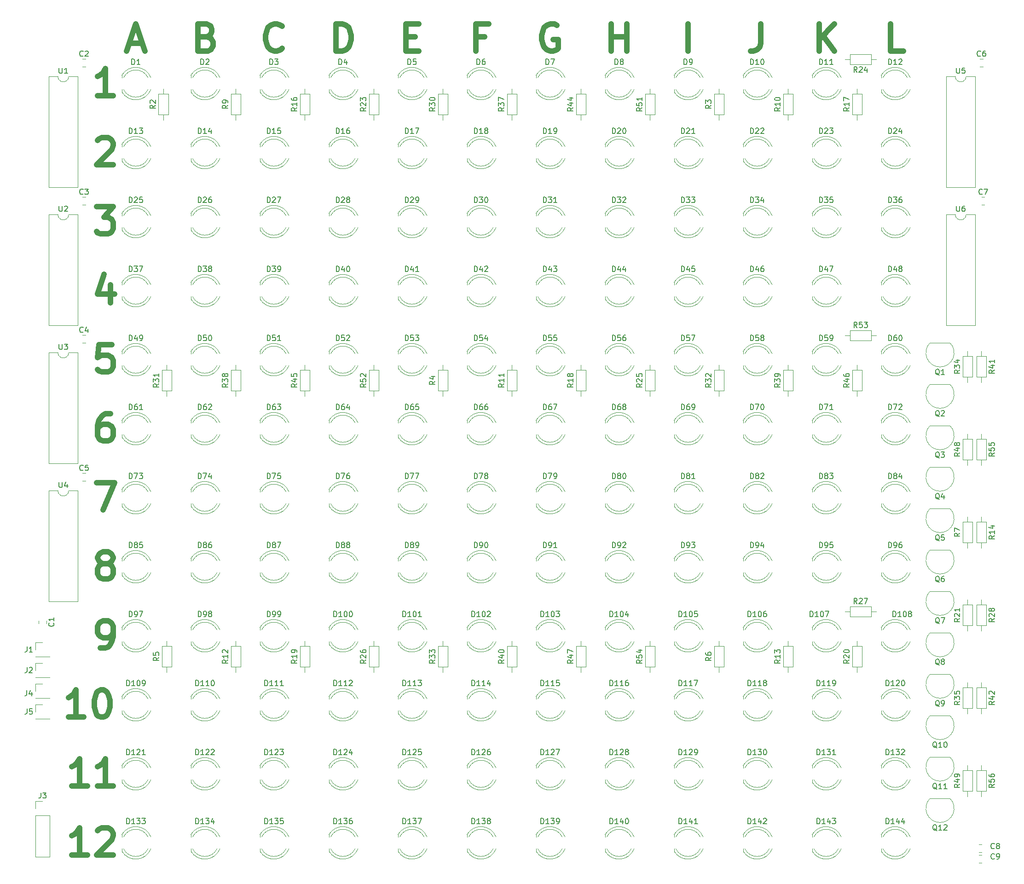
<source format=gbr>
G04 #@! TF.GenerationSoftware,KiCad,Pcbnew,5.0.2+dfsg1-1*
G04 #@! TF.CreationDate,2020-11-23T14:49:08-07:00*
G04 #@! TF.ProjectId,BattleshipLED,42617474-6c65-4736-9869-704c45442e6b,rev?*
G04 #@! TF.SameCoordinates,Original*
G04 #@! TF.FileFunction,Legend,Top*
G04 #@! TF.FilePolarity,Positive*
%FSLAX46Y46*%
G04 Gerber Fmt 4.6, Leading zero omitted, Abs format (unit mm)*
G04 Created by KiCad (PCBNEW 5.0.2+dfsg1-1) date Mon 23 Nov 2020 02:49:08 PM MST*
%MOMM*%
%LPD*%
G01*
G04 APERTURE LIST*
%ADD10C,1.000000*%
%ADD11C,0.120000*%
%ADD12C,0.150000*%
G04 APERTURE END LIST*
D10*
X66660714Y-167361904D02*
X63803571Y-167361904D01*
X65232142Y-167361904D02*
X65232142Y-162361904D01*
X64755952Y-163076190D01*
X64279761Y-163552380D01*
X63803571Y-163790476D01*
X68565476Y-162838095D02*
X68803571Y-162600000D01*
X69279761Y-162361904D01*
X70470238Y-162361904D01*
X70946428Y-162600000D01*
X71184523Y-162838095D01*
X71422619Y-163314285D01*
X71422619Y-163790476D01*
X71184523Y-164504761D01*
X68327380Y-167361904D01*
X71422619Y-167361904D01*
X66660714Y-154661904D02*
X63803571Y-154661904D01*
X65232142Y-154661904D02*
X65232142Y-149661904D01*
X64755952Y-150376190D01*
X64279761Y-150852380D01*
X63803571Y-151090476D01*
X71422619Y-154661904D02*
X68565476Y-154661904D01*
X69994047Y-154661904D02*
X69994047Y-149661904D01*
X69517857Y-150376190D01*
X69041666Y-150852380D01*
X68565476Y-151090476D01*
X66025714Y-141961904D02*
X63168571Y-141961904D01*
X64597142Y-141961904D02*
X64597142Y-136961904D01*
X64120952Y-137676190D01*
X63644761Y-138152380D01*
X63168571Y-138390476D01*
X69120952Y-136961904D02*
X69597142Y-136961904D01*
X70073333Y-137200000D01*
X70311428Y-137438095D01*
X70549523Y-137914285D01*
X70787619Y-138866666D01*
X70787619Y-140057142D01*
X70549523Y-141009523D01*
X70311428Y-141485714D01*
X70073333Y-141723809D01*
X69597142Y-141961904D01*
X69120952Y-141961904D01*
X68644761Y-141723809D01*
X68406666Y-141485714D01*
X68168571Y-141009523D01*
X67930476Y-140057142D01*
X67930476Y-138866666D01*
X68168571Y-137914285D01*
X68406666Y-137438095D01*
X68644761Y-137200000D01*
X69120952Y-136961904D01*
X69041666Y-129261904D02*
X69994047Y-129261904D01*
X70470238Y-129023809D01*
X70708333Y-128785714D01*
X71184523Y-128071428D01*
X71422619Y-127119047D01*
X71422619Y-125214285D01*
X71184523Y-124738095D01*
X70946428Y-124500000D01*
X70470238Y-124261904D01*
X69517857Y-124261904D01*
X69041666Y-124500000D01*
X68803571Y-124738095D01*
X68565476Y-125214285D01*
X68565476Y-126404761D01*
X68803571Y-126880952D01*
X69041666Y-127119047D01*
X69517857Y-127357142D01*
X70470238Y-127357142D01*
X70946428Y-127119047D01*
X71184523Y-126880952D01*
X71422619Y-126404761D01*
X69517857Y-113704761D02*
X69041666Y-113466666D01*
X68803571Y-113228571D01*
X68565476Y-112752380D01*
X68565476Y-112514285D01*
X68803571Y-112038095D01*
X69041666Y-111800000D01*
X69517857Y-111561904D01*
X70470238Y-111561904D01*
X70946428Y-111800000D01*
X71184523Y-112038095D01*
X71422619Y-112514285D01*
X71422619Y-112752380D01*
X71184523Y-113228571D01*
X70946428Y-113466666D01*
X70470238Y-113704761D01*
X69517857Y-113704761D01*
X69041666Y-113942857D01*
X68803571Y-114180952D01*
X68565476Y-114657142D01*
X68565476Y-115609523D01*
X68803571Y-116085714D01*
X69041666Y-116323809D01*
X69517857Y-116561904D01*
X70470238Y-116561904D01*
X70946428Y-116323809D01*
X71184523Y-116085714D01*
X71422619Y-115609523D01*
X71422619Y-114657142D01*
X71184523Y-114180952D01*
X70946428Y-113942857D01*
X70470238Y-113704761D01*
X68327380Y-98861904D02*
X71660714Y-98861904D01*
X69517857Y-103861904D01*
X70946428Y-86161904D02*
X69994047Y-86161904D01*
X69517857Y-86400000D01*
X69279761Y-86638095D01*
X68803571Y-87352380D01*
X68565476Y-88304761D01*
X68565476Y-90209523D01*
X68803571Y-90685714D01*
X69041666Y-90923809D01*
X69517857Y-91161904D01*
X70470238Y-91161904D01*
X70946428Y-90923809D01*
X71184523Y-90685714D01*
X71422619Y-90209523D01*
X71422619Y-89019047D01*
X71184523Y-88542857D01*
X70946428Y-88304761D01*
X70470238Y-88066666D01*
X69517857Y-88066666D01*
X69041666Y-88304761D01*
X68803571Y-88542857D01*
X68565476Y-89019047D01*
X71184523Y-73461904D02*
X68803571Y-73461904D01*
X68565476Y-75842857D01*
X68803571Y-75604761D01*
X69279761Y-75366666D01*
X70470238Y-75366666D01*
X70946428Y-75604761D01*
X71184523Y-75842857D01*
X71422619Y-76319047D01*
X71422619Y-77509523D01*
X71184523Y-77985714D01*
X70946428Y-78223809D01*
X70470238Y-78461904D01*
X69279761Y-78461904D01*
X68803571Y-78223809D01*
X68565476Y-77985714D01*
X70946428Y-62428571D02*
X70946428Y-65761904D01*
X69755952Y-60523809D02*
X68565476Y-64095238D01*
X71660714Y-64095238D01*
X68327380Y-48061904D02*
X71422619Y-48061904D01*
X69755952Y-49966666D01*
X70470238Y-49966666D01*
X70946428Y-50204761D01*
X71184523Y-50442857D01*
X71422619Y-50919047D01*
X71422619Y-52109523D01*
X71184523Y-52585714D01*
X70946428Y-52823809D01*
X70470238Y-53061904D01*
X69041666Y-53061904D01*
X68565476Y-52823809D01*
X68327380Y-52585714D01*
X68565476Y-35838095D02*
X68803571Y-35600000D01*
X69279761Y-35361904D01*
X70470238Y-35361904D01*
X70946428Y-35600000D01*
X71184523Y-35838095D01*
X71422619Y-36314285D01*
X71422619Y-36790476D01*
X71184523Y-37504761D01*
X68327380Y-40361904D01*
X71422619Y-40361904D01*
X71422619Y-27661904D02*
X68565476Y-27661904D01*
X69994047Y-27661904D02*
X69994047Y-22661904D01*
X69517857Y-23376190D01*
X69041666Y-23852380D01*
X68565476Y-24090476D01*
X216812619Y-19406904D02*
X214431666Y-19406904D01*
X214431666Y-14406904D01*
X201255476Y-19406904D02*
X201255476Y-14406904D01*
X204112619Y-19406904D02*
X201969761Y-16549761D01*
X204112619Y-14406904D02*
X201255476Y-17264047D01*
X190579285Y-14406904D02*
X190579285Y-17978333D01*
X190341190Y-18692619D01*
X189865000Y-19168809D01*
X189150714Y-19406904D01*
X188674523Y-19406904D01*
X177165000Y-19406904D02*
X177165000Y-14406904D01*
X163036428Y-19406904D02*
X163036428Y-14406904D01*
X163036428Y-16787857D02*
X165893571Y-16787857D01*
X165893571Y-19406904D02*
X165893571Y-14406904D01*
X153074523Y-14645000D02*
X152598333Y-14406904D01*
X151884047Y-14406904D01*
X151169761Y-14645000D01*
X150693571Y-15121190D01*
X150455476Y-15597380D01*
X150217380Y-16549761D01*
X150217380Y-17264047D01*
X150455476Y-18216428D01*
X150693571Y-18692619D01*
X151169761Y-19168809D01*
X151884047Y-19406904D01*
X152360238Y-19406904D01*
X153074523Y-19168809D01*
X153312619Y-18930714D01*
X153312619Y-17264047D01*
X152360238Y-17264047D01*
X139779285Y-16787857D02*
X138112619Y-16787857D01*
X138112619Y-19406904D02*
X138112619Y-14406904D01*
X140493571Y-14406904D01*
X125293571Y-16787857D02*
X126960238Y-16787857D01*
X127674523Y-19406904D02*
X125293571Y-19406904D01*
X125293571Y-14406904D01*
X127674523Y-14406904D01*
X112355476Y-19406904D02*
X112355476Y-14406904D01*
X113545952Y-14406904D01*
X114260238Y-14645000D01*
X114736428Y-15121190D01*
X114974523Y-15597380D01*
X115212619Y-16549761D01*
X115212619Y-17264047D01*
X114974523Y-18216428D01*
X114736428Y-18692619D01*
X114260238Y-19168809D01*
X113545952Y-19406904D01*
X112355476Y-19406904D01*
X102512619Y-18930714D02*
X102274523Y-19168809D01*
X101560238Y-19406904D01*
X101084047Y-19406904D01*
X100369761Y-19168809D01*
X99893571Y-18692619D01*
X99655476Y-18216428D01*
X99417380Y-17264047D01*
X99417380Y-16549761D01*
X99655476Y-15597380D01*
X99893571Y-15121190D01*
X100369761Y-14645000D01*
X101084047Y-14406904D01*
X101560238Y-14406904D01*
X102274523Y-14645000D01*
X102512619Y-14883095D01*
X88622142Y-16787857D02*
X89336428Y-17025952D01*
X89574523Y-17264047D01*
X89812619Y-17740238D01*
X89812619Y-18454523D01*
X89574523Y-18930714D01*
X89336428Y-19168809D01*
X88860238Y-19406904D01*
X86955476Y-19406904D01*
X86955476Y-14406904D01*
X88622142Y-14406904D01*
X89098333Y-14645000D01*
X89336428Y-14883095D01*
X89574523Y-15359285D01*
X89574523Y-15835476D01*
X89336428Y-16311666D01*
X89098333Y-16549761D01*
X88622142Y-16787857D01*
X86955476Y-16787857D01*
X74374523Y-17978333D02*
X76755476Y-17978333D01*
X73898333Y-19406904D02*
X75565000Y-14406904D01*
X77231666Y-19406904D01*
D11*
G04 #@! TO.C,R53*
X206995000Y-70835000D02*
X206995000Y-72675000D01*
X206995000Y-72675000D02*
X210835000Y-72675000D01*
X210835000Y-72675000D02*
X210835000Y-70835000D01*
X210835000Y-70835000D02*
X206995000Y-70835000D01*
X206045000Y-71755000D02*
X206995000Y-71755000D01*
X211785000Y-71755000D02*
X210835000Y-71755000D01*
G04 #@! TO.C,D60*
X218052815Y-75119173D02*
G75*
G03X212705000Y-74655170I-2787815J-1080827D01*
G01*
X218052815Y-77280827D02*
G75*
G02X212705000Y-77744830I-2787815J1080827D01*
G01*
X217519479Y-75119571D02*
G75*
G03X213010316Y-75120000I-2254479J-1080429D01*
G01*
X217519479Y-77280429D02*
G75*
G02X213010316Y-77280000I-2254479J1080429D01*
G01*
X212705000Y-74655000D02*
X212705000Y-75120000D01*
X212705000Y-77280000D02*
X212705000Y-77745000D01*
G04 #@! TO.C,D47*
X205352815Y-62419173D02*
G75*
G03X200005000Y-61955170I-2787815J-1080827D01*
G01*
X205352815Y-64580827D02*
G75*
G02X200005000Y-65044830I-2787815J1080827D01*
G01*
X204819479Y-62419571D02*
G75*
G03X200310316Y-62420000I-2254479J-1080429D01*
G01*
X204819479Y-64580429D02*
G75*
G02X200310316Y-64580000I-2254479J1080429D01*
G01*
X200005000Y-61955000D02*
X200005000Y-62420000D01*
X200005000Y-64580000D02*
X200005000Y-65045000D01*
G04 #@! TO.C,D1*
X78352815Y-24319173D02*
G75*
G03X73005000Y-23855170I-2787815J-1080827D01*
G01*
X78352815Y-26480827D02*
G75*
G02X73005000Y-26944830I-2787815J1080827D01*
G01*
X77819479Y-24319571D02*
G75*
G03X73310316Y-24320000I-2254479J-1080429D01*
G01*
X77819479Y-26480429D02*
G75*
G02X73310316Y-26480000I-2254479J1080429D01*
G01*
X73005000Y-23855000D02*
X73005000Y-24320000D01*
X73005000Y-26480000D02*
X73005000Y-26945000D01*
G04 #@! TO.C,D2*
X85705000Y-26480000D02*
X85705000Y-26945000D01*
X85705000Y-23855000D02*
X85705000Y-24320000D01*
X90519479Y-26480429D02*
G75*
G02X86010316Y-26480000I-2254479J1080429D01*
G01*
X90519479Y-24319571D02*
G75*
G03X86010316Y-24320000I-2254479J-1080429D01*
G01*
X91052815Y-26480827D02*
G75*
G02X85705000Y-26944830I-2787815J1080827D01*
G01*
X91052815Y-24319173D02*
G75*
G03X85705000Y-23855170I-2787815J-1080827D01*
G01*
G04 #@! TO.C,D3*
X98405000Y-26480000D02*
X98405000Y-26945000D01*
X98405000Y-23855000D02*
X98405000Y-24320000D01*
X103219479Y-26480429D02*
G75*
G02X98710316Y-26480000I-2254479J1080429D01*
G01*
X103219479Y-24319571D02*
G75*
G03X98710316Y-24320000I-2254479J-1080429D01*
G01*
X103752815Y-26480827D02*
G75*
G02X98405000Y-26944830I-2787815J1080827D01*
G01*
X103752815Y-24319173D02*
G75*
G03X98405000Y-23855170I-2787815J-1080827D01*
G01*
G04 #@! TO.C,D4*
X116452815Y-24319173D02*
G75*
G03X111105000Y-23855170I-2787815J-1080827D01*
G01*
X116452815Y-26480827D02*
G75*
G02X111105000Y-26944830I-2787815J1080827D01*
G01*
X115919479Y-24319571D02*
G75*
G03X111410316Y-24320000I-2254479J-1080429D01*
G01*
X115919479Y-26480429D02*
G75*
G02X111410316Y-26480000I-2254479J1080429D01*
G01*
X111105000Y-23855000D02*
X111105000Y-24320000D01*
X111105000Y-26480000D02*
X111105000Y-26945000D01*
G04 #@! TO.C,D5*
X123805000Y-26480000D02*
X123805000Y-26945000D01*
X123805000Y-23855000D02*
X123805000Y-24320000D01*
X128619479Y-26480429D02*
G75*
G02X124110316Y-26480000I-2254479J1080429D01*
G01*
X128619479Y-24319571D02*
G75*
G03X124110316Y-24320000I-2254479J-1080429D01*
G01*
X129152815Y-26480827D02*
G75*
G02X123805000Y-26944830I-2787815J1080827D01*
G01*
X129152815Y-24319173D02*
G75*
G03X123805000Y-23855170I-2787815J-1080827D01*
G01*
G04 #@! TO.C,D6*
X141852815Y-24319173D02*
G75*
G03X136505000Y-23855170I-2787815J-1080827D01*
G01*
X141852815Y-26480827D02*
G75*
G02X136505000Y-26944830I-2787815J1080827D01*
G01*
X141319479Y-24319571D02*
G75*
G03X136810316Y-24320000I-2254479J-1080429D01*
G01*
X141319479Y-26480429D02*
G75*
G02X136810316Y-26480000I-2254479J1080429D01*
G01*
X136505000Y-23855000D02*
X136505000Y-24320000D01*
X136505000Y-26480000D02*
X136505000Y-26945000D01*
G04 #@! TO.C,D7*
X149205000Y-26480000D02*
X149205000Y-26945000D01*
X149205000Y-23855000D02*
X149205000Y-24320000D01*
X154019479Y-26480429D02*
G75*
G02X149510316Y-26480000I-2254479J1080429D01*
G01*
X154019479Y-24319571D02*
G75*
G03X149510316Y-24320000I-2254479J-1080429D01*
G01*
X154552815Y-26480827D02*
G75*
G02X149205000Y-26944830I-2787815J1080827D01*
G01*
X154552815Y-24319173D02*
G75*
G03X149205000Y-23855170I-2787815J-1080827D01*
G01*
G04 #@! TO.C,D8*
X167252815Y-24319173D02*
G75*
G03X161905000Y-23855170I-2787815J-1080827D01*
G01*
X167252815Y-26480827D02*
G75*
G02X161905000Y-26944830I-2787815J1080827D01*
G01*
X166719479Y-24319571D02*
G75*
G03X162210316Y-24320000I-2254479J-1080429D01*
G01*
X166719479Y-26480429D02*
G75*
G02X162210316Y-26480000I-2254479J1080429D01*
G01*
X161905000Y-23855000D02*
X161905000Y-24320000D01*
X161905000Y-26480000D02*
X161905000Y-26945000D01*
G04 #@! TO.C,D9*
X174605000Y-26480000D02*
X174605000Y-26945000D01*
X174605000Y-23855000D02*
X174605000Y-24320000D01*
X179419479Y-26480429D02*
G75*
G02X174910316Y-26480000I-2254479J1080429D01*
G01*
X179419479Y-24319571D02*
G75*
G03X174910316Y-24320000I-2254479J-1080429D01*
G01*
X179952815Y-26480827D02*
G75*
G02X174605000Y-26944830I-2787815J1080827D01*
G01*
X179952815Y-24319173D02*
G75*
G03X174605000Y-23855170I-2787815J-1080827D01*
G01*
G04 #@! TO.C,D10*
X187305000Y-26480000D02*
X187305000Y-26945000D01*
X187305000Y-23855000D02*
X187305000Y-24320000D01*
X192119479Y-26480429D02*
G75*
G02X187610316Y-26480000I-2254479J1080429D01*
G01*
X192119479Y-24319571D02*
G75*
G03X187610316Y-24320000I-2254479J-1080429D01*
G01*
X192652815Y-26480827D02*
G75*
G02X187305000Y-26944830I-2787815J1080827D01*
G01*
X192652815Y-24319173D02*
G75*
G03X187305000Y-23855170I-2787815J-1080827D01*
G01*
G04 #@! TO.C,D11*
X205352815Y-24319173D02*
G75*
G03X200005000Y-23855170I-2787815J-1080827D01*
G01*
X205352815Y-26480827D02*
G75*
G02X200005000Y-26944830I-2787815J1080827D01*
G01*
X204819479Y-24319571D02*
G75*
G03X200310316Y-24320000I-2254479J-1080429D01*
G01*
X204819479Y-26480429D02*
G75*
G02X200310316Y-26480000I-2254479J1080429D01*
G01*
X200005000Y-23855000D02*
X200005000Y-24320000D01*
X200005000Y-26480000D02*
X200005000Y-26945000D01*
G04 #@! TO.C,D12*
X212705000Y-26480000D02*
X212705000Y-26945000D01*
X212705000Y-23855000D02*
X212705000Y-24320000D01*
X217519479Y-26480429D02*
G75*
G02X213010316Y-26480000I-2254479J1080429D01*
G01*
X217519479Y-24319571D02*
G75*
G03X213010316Y-24320000I-2254479J-1080429D01*
G01*
X218052815Y-26480827D02*
G75*
G02X212705000Y-26944830I-2787815J1080827D01*
G01*
X218052815Y-24319173D02*
G75*
G03X212705000Y-23855170I-2787815J-1080827D01*
G01*
G04 #@! TO.C,D13*
X73005000Y-39180000D02*
X73005000Y-39645000D01*
X73005000Y-36555000D02*
X73005000Y-37020000D01*
X77819479Y-39180429D02*
G75*
G02X73310316Y-39180000I-2254479J1080429D01*
G01*
X77819479Y-37019571D02*
G75*
G03X73310316Y-37020000I-2254479J-1080429D01*
G01*
X78352815Y-39180827D02*
G75*
G02X73005000Y-39644830I-2787815J1080827D01*
G01*
X78352815Y-37019173D02*
G75*
G03X73005000Y-36555170I-2787815J-1080827D01*
G01*
G04 #@! TO.C,D14*
X85705000Y-39180000D02*
X85705000Y-39645000D01*
X85705000Y-36555000D02*
X85705000Y-37020000D01*
X90519479Y-39180429D02*
G75*
G02X86010316Y-39180000I-2254479J1080429D01*
G01*
X90519479Y-37019571D02*
G75*
G03X86010316Y-37020000I-2254479J-1080429D01*
G01*
X91052815Y-39180827D02*
G75*
G02X85705000Y-39644830I-2787815J1080827D01*
G01*
X91052815Y-37019173D02*
G75*
G03X85705000Y-36555170I-2787815J-1080827D01*
G01*
G04 #@! TO.C,D15*
X98405000Y-39180000D02*
X98405000Y-39645000D01*
X98405000Y-36555000D02*
X98405000Y-37020000D01*
X103219479Y-39180429D02*
G75*
G02X98710316Y-39180000I-2254479J1080429D01*
G01*
X103219479Y-37019571D02*
G75*
G03X98710316Y-37020000I-2254479J-1080429D01*
G01*
X103752815Y-39180827D02*
G75*
G02X98405000Y-39644830I-2787815J1080827D01*
G01*
X103752815Y-37019173D02*
G75*
G03X98405000Y-36555170I-2787815J-1080827D01*
G01*
G04 #@! TO.C,D16*
X116452815Y-37019173D02*
G75*
G03X111105000Y-36555170I-2787815J-1080827D01*
G01*
X116452815Y-39180827D02*
G75*
G02X111105000Y-39644830I-2787815J1080827D01*
G01*
X115919479Y-37019571D02*
G75*
G03X111410316Y-37020000I-2254479J-1080429D01*
G01*
X115919479Y-39180429D02*
G75*
G02X111410316Y-39180000I-2254479J1080429D01*
G01*
X111105000Y-36555000D02*
X111105000Y-37020000D01*
X111105000Y-39180000D02*
X111105000Y-39645000D01*
G04 #@! TO.C,D17*
X123805000Y-39180000D02*
X123805000Y-39645000D01*
X123805000Y-36555000D02*
X123805000Y-37020000D01*
X128619479Y-39180429D02*
G75*
G02X124110316Y-39180000I-2254479J1080429D01*
G01*
X128619479Y-37019571D02*
G75*
G03X124110316Y-37020000I-2254479J-1080429D01*
G01*
X129152815Y-39180827D02*
G75*
G02X123805000Y-39644830I-2787815J1080827D01*
G01*
X129152815Y-37019173D02*
G75*
G03X123805000Y-36555170I-2787815J-1080827D01*
G01*
G04 #@! TO.C,D18*
X141852815Y-37019173D02*
G75*
G03X136505000Y-36555170I-2787815J-1080827D01*
G01*
X141852815Y-39180827D02*
G75*
G02X136505000Y-39644830I-2787815J1080827D01*
G01*
X141319479Y-37019571D02*
G75*
G03X136810316Y-37020000I-2254479J-1080429D01*
G01*
X141319479Y-39180429D02*
G75*
G02X136810316Y-39180000I-2254479J1080429D01*
G01*
X136505000Y-36555000D02*
X136505000Y-37020000D01*
X136505000Y-39180000D02*
X136505000Y-39645000D01*
G04 #@! TO.C,D19*
X149205000Y-39180000D02*
X149205000Y-39645000D01*
X149205000Y-36555000D02*
X149205000Y-37020000D01*
X154019479Y-39180429D02*
G75*
G02X149510316Y-39180000I-2254479J1080429D01*
G01*
X154019479Y-37019571D02*
G75*
G03X149510316Y-37020000I-2254479J-1080429D01*
G01*
X154552815Y-39180827D02*
G75*
G02X149205000Y-39644830I-2787815J1080827D01*
G01*
X154552815Y-37019173D02*
G75*
G03X149205000Y-36555170I-2787815J-1080827D01*
G01*
G04 #@! TO.C,D20*
X167252815Y-37019173D02*
G75*
G03X161905000Y-36555170I-2787815J-1080827D01*
G01*
X167252815Y-39180827D02*
G75*
G02X161905000Y-39644830I-2787815J1080827D01*
G01*
X166719479Y-37019571D02*
G75*
G03X162210316Y-37020000I-2254479J-1080429D01*
G01*
X166719479Y-39180429D02*
G75*
G02X162210316Y-39180000I-2254479J1080429D01*
G01*
X161905000Y-36555000D02*
X161905000Y-37020000D01*
X161905000Y-39180000D02*
X161905000Y-39645000D01*
G04 #@! TO.C,D21*
X179952815Y-37019173D02*
G75*
G03X174605000Y-36555170I-2787815J-1080827D01*
G01*
X179952815Y-39180827D02*
G75*
G02X174605000Y-39644830I-2787815J1080827D01*
G01*
X179419479Y-37019571D02*
G75*
G03X174910316Y-37020000I-2254479J-1080429D01*
G01*
X179419479Y-39180429D02*
G75*
G02X174910316Y-39180000I-2254479J1080429D01*
G01*
X174605000Y-36555000D02*
X174605000Y-37020000D01*
X174605000Y-39180000D02*
X174605000Y-39645000D01*
G04 #@! TO.C,D22*
X187305000Y-39180000D02*
X187305000Y-39645000D01*
X187305000Y-36555000D02*
X187305000Y-37020000D01*
X192119479Y-39180429D02*
G75*
G02X187610316Y-39180000I-2254479J1080429D01*
G01*
X192119479Y-37019571D02*
G75*
G03X187610316Y-37020000I-2254479J-1080429D01*
G01*
X192652815Y-39180827D02*
G75*
G02X187305000Y-39644830I-2787815J1080827D01*
G01*
X192652815Y-37019173D02*
G75*
G03X187305000Y-36555170I-2787815J-1080827D01*
G01*
G04 #@! TO.C,D23*
X205352815Y-37019173D02*
G75*
G03X200005000Y-36555170I-2787815J-1080827D01*
G01*
X205352815Y-39180827D02*
G75*
G02X200005000Y-39644830I-2787815J1080827D01*
G01*
X204819479Y-37019571D02*
G75*
G03X200310316Y-37020000I-2254479J-1080429D01*
G01*
X204819479Y-39180429D02*
G75*
G02X200310316Y-39180000I-2254479J1080429D01*
G01*
X200005000Y-36555000D02*
X200005000Y-37020000D01*
X200005000Y-39180000D02*
X200005000Y-39645000D01*
G04 #@! TO.C,D24*
X218052815Y-37019173D02*
G75*
G03X212705000Y-36555170I-2787815J-1080827D01*
G01*
X218052815Y-39180827D02*
G75*
G02X212705000Y-39644830I-2787815J1080827D01*
G01*
X217519479Y-37019571D02*
G75*
G03X213010316Y-37020000I-2254479J-1080429D01*
G01*
X217519479Y-39180429D02*
G75*
G02X213010316Y-39180000I-2254479J1080429D01*
G01*
X212705000Y-36555000D02*
X212705000Y-37020000D01*
X212705000Y-39180000D02*
X212705000Y-39645000D01*
G04 #@! TO.C,D25*
X78352815Y-49719173D02*
G75*
G03X73005000Y-49255170I-2787815J-1080827D01*
G01*
X78352815Y-51880827D02*
G75*
G02X73005000Y-52344830I-2787815J1080827D01*
G01*
X77819479Y-49719571D02*
G75*
G03X73310316Y-49720000I-2254479J-1080429D01*
G01*
X77819479Y-51880429D02*
G75*
G02X73310316Y-51880000I-2254479J1080429D01*
G01*
X73005000Y-49255000D02*
X73005000Y-49720000D01*
X73005000Y-51880000D02*
X73005000Y-52345000D01*
G04 #@! TO.C,D26*
X85705000Y-51880000D02*
X85705000Y-52345000D01*
X85705000Y-49255000D02*
X85705000Y-49720000D01*
X90519479Y-51880429D02*
G75*
G02X86010316Y-51880000I-2254479J1080429D01*
G01*
X90519479Y-49719571D02*
G75*
G03X86010316Y-49720000I-2254479J-1080429D01*
G01*
X91052815Y-51880827D02*
G75*
G02X85705000Y-52344830I-2787815J1080827D01*
G01*
X91052815Y-49719173D02*
G75*
G03X85705000Y-49255170I-2787815J-1080827D01*
G01*
G04 #@! TO.C,D27*
X98405000Y-51880000D02*
X98405000Y-52345000D01*
X98405000Y-49255000D02*
X98405000Y-49720000D01*
X103219479Y-51880429D02*
G75*
G02X98710316Y-51880000I-2254479J1080429D01*
G01*
X103219479Y-49719571D02*
G75*
G03X98710316Y-49720000I-2254479J-1080429D01*
G01*
X103752815Y-51880827D02*
G75*
G02X98405000Y-52344830I-2787815J1080827D01*
G01*
X103752815Y-49719173D02*
G75*
G03X98405000Y-49255170I-2787815J-1080827D01*
G01*
G04 #@! TO.C,D28*
X116452815Y-49719173D02*
G75*
G03X111105000Y-49255170I-2787815J-1080827D01*
G01*
X116452815Y-51880827D02*
G75*
G02X111105000Y-52344830I-2787815J1080827D01*
G01*
X115919479Y-49719571D02*
G75*
G03X111410316Y-49720000I-2254479J-1080429D01*
G01*
X115919479Y-51880429D02*
G75*
G02X111410316Y-51880000I-2254479J1080429D01*
G01*
X111105000Y-49255000D02*
X111105000Y-49720000D01*
X111105000Y-51880000D02*
X111105000Y-52345000D01*
G04 #@! TO.C,D29*
X129152815Y-49719173D02*
G75*
G03X123805000Y-49255170I-2787815J-1080827D01*
G01*
X129152815Y-51880827D02*
G75*
G02X123805000Y-52344830I-2787815J1080827D01*
G01*
X128619479Y-49719571D02*
G75*
G03X124110316Y-49720000I-2254479J-1080429D01*
G01*
X128619479Y-51880429D02*
G75*
G02X124110316Y-51880000I-2254479J1080429D01*
G01*
X123805000Y-49255000D02*
X123805000Y-49720000D01*
X123805000Y-51880000D02*
X123805000Y-52345000D01*
G04 #@! TO.C,D30*
X141852815Y-49719173D02*
G75*
G03X136505000Y-49255170I-2787815J-1080827D01*
G01*
X141852815Y-51880827D02*
G75*
G02X136505000Y-52344830I-2787815J1080827D01*
G01*
X141319479Y-49719571D02*
G75*
G03X136810316Y-49720000I-2254479J-1080429D01*
G01*
X141319479Y-51880429D02*
G75*
G02X136810316Y-51880000I-2254479J1080429D01*
G01*
X136505000Y-49255000D02*
X136505000Y-49720000D01*
X136505000Y-51880000D02*
X136505000Y-52345000D01*
G04 #@! TO.C,D31*
X149205000Y-51880000D02*
X149205000Y-52345000D01*
X149205000Y-49255000D02*
X149205000Y-49720000D01*
X154019479Y-51880429D02*
G75*
G02X149510316Y-51880000I-2254479J1080429D01*
G01*
X154019479Y-49719571D02*
G75*
G03X149510316Y-49720000I-2254479J-1080429D01*
G01*
X154552815Y-51880827D02*
G75*
G02X149205000Y-52344830I-2787815J1080827D01*
G01*
X154552815Y-49719173D02*
G75*
G03X149205000Y-49255170I-2787815J-1080827D01*
G01*
G04 #@! TO.C,D32*
X167252815Y-49719173D02*
G75*
G03X161905000Y-49255170I-2787815J-1080827D01*
G01*
X167252815Y-51880827D02*
G75*
G02X161905000Y-52344830I-2787815J1080827D01*
G01*
X166719479Y-49719571D02*
G75*
G03X162210316Y-49720000I-2254479J-1080429D01*
G01*
X166719479Y-51880429D02*
G75*
G02X162210316Y-51880000I-2254479J1080429D01*
G01*
X161905000Y-49255000D02*
X161905000Y-49720000D01*
X161905000Y-51880000D02*
X161905000Y-52345000D01*
G04 #@! TO.C,D33*
X179952815Y-49719173D02*
G75*
G03X174605000Y-49255170I-2787815J-1080827D01*
G01*
X179952815Y-51880827D02*
G75*
G02X174605000Y-52344830I-2787815J1080827D01*
G01*
X179419479Y-49719571D02*
G75*
G03X174910316Y-49720000I-2254479J-1080429D01*
G01*
X179419479Y-51880429D02*
G75*
G02X174910316Y-51880000I-2254479J1080429D01*
G01*
X174605000Y-49255000D02*
X174605000Y-49720000D01*
X174605000Y-51880000D02*
X174605000Y-52345000D01*
G04 #@! TO.C,D34*
X187305000Y-51880000D02*
X187305000Y-52345000D01*
X187305000Y-49255000D02*
X187305000Y-49720000D01*
X192119479Y-51880429D02*
G75*
G02X187610316Y-51880000I-2254479J1080429D01*
G01*
X192119479Y-49719571D02*
G75*
G03X187610316Y-49720000I-2254479J-1080429D01*
G01*
X192652815Y-51880827D02*
G75*
G02X187305000Y-52344830I-2787815J1080827D01*
G01*
X192652815Y-49719173D02*
G75*
G03X187305000Y-49255170I-2787815J-1080827D01*
G01*
G04 #@! TO.C,D35*
X205352815Y-49719173D02*
G75*
G03X200005000Y-49255170I-2787815J-1080827D01*
G01*
X205352815Y-51880827D02*
G75*
G02X200005000Y-52344830I-2787815J1080827D01*
G01*
X204819479Y-49719571D02*
G75*
G03X200310316Y-49720000I-2254479J-1080429D01*
G01*
X204819479Y-51880429D02*
G75*
G02X200310316Y-51880000I-2254479J1080429D01*
G01*
X200005000Y-49255000D02*
X200005000Y-49720000D01*
X200005000Y-51880000D02*
X200005000Y-52345000D01*
G04 #@! TO.C,D36*
X212705000Y-51880000D02*
X212705000Y-52345000D01*
X212705000Y-49255000D02*
X212705000Y-49720000D01*
X217519479Y-51880429D02*
G75*
G02X213010316Y-51880000I-2254479J1080429D01*
G01*
X217519479Y-49719571D02*
G75*
G03X213010316Y-49720000I-2254479J-1080429D01*
G01*
X218052815Y-51880827D02*
G75*
G02X212705000Y-52344830I-2787815J1080827D01*
G01*
X218052815Y-49719173D02*
G75*
G03X212705000Y-49255170I-2787815J-1080827D01*
G01*
G04 #@! TO.C,D37*
X78352815Y-62419173D02*
G75*
G03X73005000Y-61955170I-2787815J-1080827D01*
G01*
X78352815Y-64580827D02*
G75*
G02X73005000Y-65044830I-2787815J1080827D01*
G01*
X77819479Y-62419571D02*
G75*
G03X73310316Y-62420000I-2254479J-1080429D01*
G01*
X77819479Y-64580429D02*
G75*
G02X73310316Y-64580000I-2254479J1080429D01*
G01*
X73005000Y-61955000D02*
X73005000Y-62420000D01*
X73005000Y-64580000D02*
X73005000Y-65045000D01*
G04 #@! TO.C,D38*
X85705000Y-64580000D02*
X85705000Y-65045000D01*
X85705000Y-61955000D02*
X85705000Y-62420000D01*
X90519479Y-64580429D02*
G75*
G02X86010316Y-64580000I-2254479J1080429D01*
G01*
X90519479Y-62419571D02*
G75*
G03X86010316Y-62420000I-2254479J-1080429D01*
G01*
X91052815Y-64580827D02*
G75*
G02X85705000Y-65044830I-2787815J1080827D01*
G01*
X91052815Y-62419173D02*
G75*
G03X85705000Y-61955170I-2787815J-1080827D01*
G01*
G04 #@! TO.C,D39*
X98405000Y-64580000D02*
X98405000Y-65045000D01*
X98405000Y-61955000D02*
X98405000Y-62420000D01*
X103219479Y-64580429D02*
G75*
G02X98710316Y-64580000I-2254479J1080429D01*
G01*
X103219479Y-62419571D02*
G75*
G03X98710316Y-62420000I-2254479J-1080429D01*
G01*
X103752815Y-64580827D02*
G75*
G02X98405000Y-65044830I-2787815J1080827D01*
G01*
X103752815Y-62419173D02*
G75*
G03X98405000Y-61955170I-2787815J-1080827D01*
G01*
G04 #@! TO.C,D40*
X116452815Y-62419173D02*
G75*
G03X111105000Y-61955170I-2787815J-1080827D01*
G01*
X116452815Y-64580827D02*
G75*
G02X111105000Y-65044830I-2787815J1080827D01*
G01*
X115919479Y-62419571D02*
G75*
G03X111410316Y-62420000I-2254479J-1080429D01*
G01*
X115919479Y-64580429D02*
G75*
G02X111410316Y-64580000I-2254479J1080429D01*
G01*
X111105000Y-61955000D02*
X111105000Y-62420000D01*
X111105000Y-64580000D02*
X111105000Y-65045000D01*
G04 #@! TO.C,D41*
X123805000Y-64580000D02*
X123805000Y-65045000D01*
X123805000Y-61955000D02*
X123805000Y-62420000D01*
X128619479Y-64580429D02*
G75*
G02X124110316Y-64580000I-2254479J1080429D01*
G01*
X128619479Y-62419571D02*
G75*
G03X124110316Y-62420000I-2254479J-1080429D01*
G01*
X129152815Y-64580827D02*
G75*
G02X123805000Y-65044830I-2787815J1080827D01*
G01*
X129152815Y-62419173D02*
G75*
G03X123805000Y-61955170I-2787815J-1080827D01*
G01*
G04 #@! TO.C,D42*
X141852815Y-62419173D02*
G75*
G03X136505000Y-61955170I-2787815J-1080827D01*
G01*
X141852815Y-64580827D02*
G75*
G02X136505000Y-65044830I-2787815J1080827D01*
G01*
X141319479Y-62419571D02*
G75*
G03X136810316Y-62420000I-2254479J-1080429D01*
G01*
X141319479Y-64580429D02*
G75*
G02X136810316Y-64580000I-2254479J1080429D01*
G01*
X136505000Y-61955000D02*
X136505000Y-62420000D01*
X136505000Y-64580000D02*
X136505000Y-65045000D01*
G04 #@! TO.C,D43*
X149205000Y-64580000D02*
X149205000Y-65045000D01*
X149205000Y-61955000D02*
X149205000Y-62420000D01*
X154019479Y-64580429D02*
G75*
G02X149510316Y-64580000I-2254479J1080429D01*
G01*
X154019479Y-62419571D02*
G75*
G03X149510316Y-62420000I-2254479J-1080429D01*
G01*
X154552815Y-64580827D02*
G75*
G02X149205000Y-65044830I-2787815J1080827D01*
G01*
X154552815Y-62419173D02*
G75*
G03X149205000Y-61955170I-2787815J-1080827D01*
G01*
G04 #@! TO.C,D44*
X167252815Y-62419173D02*
G75*
G03X161905000Y-61955170I-2787815J-1080827D01*
G01*
X167252815Y-64580827D02*
G75*
G02X161905000Y-65044830I-2787815J1080827D01*
G01*
X166719479Y-62419571D02*
G75*
G03X162210316Y-62420000I-2254479J-1080429D01*
G01*
X166719479Y-64580429D02*
G75*
G02X162210316Y-64580000I-2254479J1080429D01*
G01*
X161905000Y-61955000D02*
X161905000Y-62420000D01*
X161905000Y-64580000D02*
X161905000Y-65045000D01*
G04 #@! TO.C,D45*
X174605000Y-64580000D02*
X174605000Y-65045000D01*
X174605000Y-61955000D02*
X174605000Y-62420000D01*
X179419479Y-64580429D02*
G75*
G02X174910316Y-64580000I-2254479J1080429D01*
G01*
X179419479Y-62419571D02*
G75*
G03X174910316Y-62420000I-2254479J-1080429D01*
G01*
X179952815Y-64580827D02*
G75*
G02X174605000Y-65044830I-2787815J1080827D01*
G01*
X179952815Y-62419173D02*
G75*
G03X174605000Y-61955170I-2787815J-1080827D01*
G01*
G04 #@! TO.C,D46*
X192652815Y-62419173D02*
G75*
G03X187305000Y-61955170I-2787815J-1080827D01*
G01*
X192652815Y-64580827D02*
G75*
G02X187305000Y-65044830I-2787815J1080827D01*
G01*
X192119479Y-62419571D02*
G75*
G03X187610316Y-62420000I-2254479J-1080429D01*
G01*
X192119479Y-64580429D02*
G75*
G02X187610316Y-64580000I-2254479J1080429D01*
G01*
X187305000Y-61955000D02*
X187305000Y-62420000D01*
X187305000Y-64580000D02*
X187305000Y-65045000D01*
G04 #@! TO.C,D48*
X212705000Y-64580000D02*
X212705000Y-65045000D01*
X212705000Y-61955000D02*
X212705000Y-62420000D01*
X217519479Y-64580429D02*
G75*
G02X213010316Y-64580000I-2254479J1080429D01*
G01*
X217519479Y-62419571D02*
G75*
G03X213010316Y-62420000I-2254479J-1080429D01*
G01*
X218052815Y-64580827D02*
G75*
G02X212705000Y-65044830I-2787815J1080827D01*
G01*
X218052815Y-62419173D02*
G75*
G03X212705000Y-61955170I-2787815J-1080827D01*
G01*
G04 #@! TO.C,D49*
X73005000Y-77280000D02*
X73005000Y-77745000D01*
X73005000Y-74655000D02*
X73005000Y-75120000D01*
X77819479Y-77280429D02*
G75*
G02X73310316Y-77280000I-2254479J1080429D01*
G01*
X77819479Y-75119571D02*
G75*
G03X73310316Y-75120000I-2254479J-1080429D01*
G01*
X78352815Y-77280827D02*
G75*
G02X73005000Y-77744830I-2787815J1080827D01*
G01*
X78352815Y-75119173D02*
G75*
G03X73005000Y-74655170I-2787815J-1080827D01*
G01*
G04 #@! TO.C,D50*
X85705000Y-77280000D02*
X85705000Y-77745000D01*
X85705000Y-74655000D02*
X85705000Y-75120000D01*
X90519479Y-77280429D02*
G75*
G02X86010316Y-77280000I-2254479J1080429D01*
G01*
X90519479Y-75119571D02*
G75*
G03X86010316Y-75120000I-2254479J-1080429D01*
G01*
X91052815Y-77280827D02*
G75*
G02X85705000Y-77744830I-2787815J1080827D01*
G01*
X91052815Y-75119173D02*
G75*
G03X85705000Y-74655170I-2787815J-1080827D01*
G01*
G04 #@! TO.C,D51*
X98405000Y-77280000D02*
X98405000Y-77745000D01*
X98405000Y-74655000D02*
X98405000Y-75120000D01*
X103219479Y-77280429D02*
G75*
G02X98710316Y-77280000I-2254479J1080429D01*
G01*
X103219479Y-75119571D02*
G75*
G03X98710316Y-75120000I-2254479J-1080429D01*
G01*
X103752815Y-77280827D02*
G75*
G02X98405000Y-77744830I-2787815J1080827D01*
G01*
X103752815Y-75119173D02*
G75*
G03X98405000Y-74655170I-2787815J-1080827D01*
G01*
G04 #@! TO.C,D52*
X116452815Y-75119173D02*
G75*
G03X111105000Y-74655170I-2787815J-1080827D01*
G01*
X116452815Y-77280827D02*
G75*
G02X111105000Y-77744830I-2787815J1080827D01*
G01*
X115919479Y-75119571D02*
G75*
G03X111410316Y-75120000I-2254479J-1080429D01*
G01*
X115919479Y-77280429D02*
G75*
G02X111410316Y-77280000I-2254479J1080429D01*
G01*
X111105000Y-74655000D02*
X111105000Y-75120000D01*
X111105000Y-77280000D02*
X111105000Y-77745000D01*
G04 #@! TO.C,D53*
X123805000Y-77280000D02*
X123805000Y-77745000D01*
X123805000Y-74655000D02*
X123805000Y-75120000D01*
X128619479Y-77280429D02*
G75*
G02X124110316Y-77280000I-2254479J1080429D01*
G01*
X128619479Y-75119571D02*
G75*
G03X124110316Y-75120000I-2254479J-1080429D01*
G01*
X129152815Y-77280827D02*
G75*
G02X123805000Y-77744830I-2787815J1080827D01*
G01*
X129152815Y-75119173D02*
G75*
G03X123805000Y-74655170I-2787815J-1080827D01*
G01*
G04 #@! TO.C,D54*
X141852815Y-75119173D02*
G75*
G03X136505000Y-74655170I-2787815J-1080827D01*
G01*
X141852815Y-77280827D02*
G75*
G02X136505000Y-77744830I-2787815J1080827D01*
G01*
X141319479Y-75119571D02*
G75*
G03X136810316Y-75120000I-2254479J-1080429D01*
G01*
X141319479Y-77280429D02*
G75*
G02X136810316Y-77280000I-2254479J1080429D01*
G01*
X136505000Y-74655000D02*
X136505000Y-75120000D01*
X136505000Y-77280000D02*
X136505000Y-77745000D01*
G04 #@! TO.C,D55*
X149205000Y-77280000D02*
X149205000Y-77745000D01*
X149205000Y-74655000D02*
X149205000Y-75120000D01*
X154019479Y-77280429D02*
G75*
G02X149510316Y-77280000I-2254479J1080429D01*
G01*
X154019479Y-75119571D02*
G75*
G03X149510316Y-75120000I-2254479J-1080429D01*
G01*
X154552815Y-77280827D02*
G75*
G02X149205000Y-77744830I-2787815J1080827D01*
G01*
X154552815Y-75119173D02*
G75*
G03X149205000Y-74655170I-2787815J-1080827D01*
G01*
G04 #@! TO.C,D56*
X167252815Y-75119173D02*
G75*
G03X161905000Y-74655170I-2787815J-1080827D01*
G01*
X167252815Y-77280827D02*
G75*
G02X161905000Y-77744830I-2787815J1080827D01*
G01*
X166719479Y-75119571D02*
G75*
G03X162210316Y-75120000I-2254479J-1080429D01*
G01*
X166719479Y-77280429D02*
G75*
G02X162210316Y-77280000I-2254479J1080429D01*
G01*
X161905000Y-74655000D02*
X161905000Y-75120000D01*
X161905000Y-77280000D02*
X161905000Y-77745000D01*
G04 #@! TO.C,D57*
X179952815Y-75119173D02*
G75*
G03X174605000Y-74655170I-2787815J-1080827D01*
G01*
X179952815Y-77280827D02*
G75*
G02X174605000Y-77744830I-2787815J1080827D01*
G01*
X179419479Y-75119571D02*
G75*
G03X174910316Y-75120000I-2254479J-1080429D01*
G01*
X179419479Y-77280429D02*
G75*
G02X174910316Y-77280000I-2254479J1080429D01*
G01*
X174605000Y-74655000D02*
X174605000Y-75120000D01*
X174605000Y-77280000D02*
X174605000Y-77745000D01*
G04 #@! TO.C,D58*
X187305000Y-77280000D02*
X187305000Y-77745000D01*
X187305000Y-74655000D02*
X187305000Y-75120000D01*
X192119479Y-77280429D02*
G75*
G02X187610316Y-77280000I-2254479J1080429D01*
G01*
X192119479Y-75119571D02*
G75*
G03X187610316Y-75120000I-2254479J-1080429D01*
G01*
X192652815Y-77280827D02*
G75*
G02X187305000Y-77744830I-2787815J1080827D01*
G01*
X192652815Y-75119173D02*
G75*
G03X187305000Y-74655170I-2787815J-1080827D01*
G01*
G04 #@! TO.C,D59*
X205352815Y-75119173D02*
G75*
G03X200005000Y-74655170I-2787815J-1080827D01*
G01*
X205352815Y-77280827D02*
G75*
G02X200005000Y-77744830I-2787815J1080827D01*
G01*
X204819479Y-75119571D02*
G75*
G03X200310316Y-75120000I-2254479J-1080429D01*
G01*
X204819479Y-77280429D02*
G75*
G02X200310316Y-77280000I-2254479J1080429D01*
G01*
X200005000Y-74655000D02*
X200005000Y-75120000D01*
X200005000Y-77280000D02*
X200005000Y-77745000D01*
G04 #@! TO.C,D61*
X78352815Y-87819173D02*
G75*
G03X73005000Y-87355170I-2787815J-1080827D01*
G01*
X78352815Y-89980827D02*
G75*
G02X73005000Y-90444830I-2787815J1080827D01*
G01*
X77819479Y-87819571D02*
G75*
G03X73310316Y-87820000I-2254479J-1080429D01*
G01*
X77819479Y-89980429D02*
G75*
G02X73310316Y-89980000I-2254479J1080429D01*
G01*
X73005000Y-87355000D02*
X73005000Y-87820000D01*
X73005000Y-89980000D02*
X73005000Y-90445000D01*
G04 #@! TO.C,D62*
X85705000Y-89980000D02*
X85705000Y-90445000D01*
X85705000Y-87355000D02*
X85705000Y-87820000D01*
X90519479Y-89980429D02*
G75*
G02X86010316Y-89980000I-2254479J1080429D01*
G01*
X90519479Y-87819571D02*
G75*
G03X86010316Y-87820000I-2254479J-1080429D01*
G01*
X91052815Y-89980827D02*
G75*
G02X85705000Y-90444830I-2787815J1080827D01*
G01*
X91052815Y-87819173D02*
G75*
G03X85705000Y-87355170I-2787815J-1080827D01*
G01*
G04 #@! TO.C,D63*
X98405000Y-89980000D02*
X98405000Y-90445000D01*
X98405000Y-87355000D02*
X98405000Y-87820000D01*
X103219479Y-89980429D02*
G75*
G02X98710316Y-89980000I-2254479J1080429D01*
G01*
X103219479Y-87819571D02*
G75*
G03X98710316Y-87820000I-2254479J-1080429D01*
G01*
X103752815Y-89980827D02*
G75*
G02X98405000Y-90444830I-2787815J1080827D01*
G01*
X103752815Y-87819173D02*
G75*
G03X98405000Y-87355170I-2787815J-1080827D01*
G01*
G04 #@! TO.C,D64*
X116452815Y-87819173D02*
G75*
G03X111105000Y-87355170I-2787815J-1080827D01*
G01*
X116452815Y-89980827D02*
G75*
G02X111105000Y-90444830I-2787815J1080827D01*
G01*
X115919479Y-87819571D02*
G75*
G03X111410316Y-87820000I-2254479J-1080429D01*
G01*
X115919479Y-89980429D02*
G75*
G02X111410316Y-89980000I-2254479J1080429D01*
G01*
X111105000Y-87355000D02*
X111105000Y-87820000D01*
X111105000Y-89980000D02*
X111105000Y-90445000D01*
G04 #@! TO.C,D65*
X129152815Y-87819173D02*
G75*
G03X123805000Y-87355170I-2787815J-1080827D01*
G01*
X129152815Y-89980827D02*
G75*
G02X123805000Y-90444830I-2787815J1080827D01*
G01*
X128619479Y-87819571D02*
G75*
G03X124110316Y-87820000I-2254479J-1080429D01*
G01*
X128619479Y-89980429D02*
G75*
G02X124110316Y-89980000I-2254479J1080429D01*
G01*
X123805000Y-87355000D02*
X123805000Y-87820000D01*
X123805000Y-89980000D02*
X123805000Y-90445000D01*
G04 #@! TO.C,D66*
X141852815Y-87819173D02*
G75*
G03X136505000Y-87355170I-2787815J-1080827D01*
G01*
X141852815Y-89980827D02*
G75*
G02X136505000Y-90444830I-2787815J1080827D01*
G01*
X141319479Y-87819571D02*
G75*
G03X136810316Y-87820000I-2254479J-1080429D01*
G01*
X141319479Y-89980429D02*
G75*
G02X136810316Y-89980000I-2254479J1080429D01*
G01*
X136505000Y-87355000D02*
X136505000Y-87820000D01*
X136505000Y-89980000D02*
X136505000Y-90445000D01*
G04 #@! TO.C,D67*
X149205000Y-89980000D02*
X149205000Y-90445000D01*
X149205000Y-87355000D02*
X149205000Y-87820000D01*
X154019479Y-89980429D02*
G75*
G02X149510316Y-89980000I-2254479J1080429D01*
G01*
X154019479Y-87819571D02*
G75*
G03X149510316Y-87820000I-2254479J-1080429D01*
G01*
X154552815Y-89980827D02*
G75*
G02X149205000Y-90444830I-2787815J1080827D01*
G01*
X154552815Y-87819173D02*
G75*
G03X149205000Y-87355170I-2787815J-1080827D01*
G01*
G04 #@! TO.C,D68*
X167252815Y-87819173D02*
G75*
G03X161905000Y-87355170I-2787815J-1080827D01*
G01*
X167252815Y-89980827D02*
G75*
G02X161905000Y-90444830I-2787815J1080827D01*
G01*
X166719479Y-87819571D02*
G75*
G03X162210316Y-87820000I-2254479J-1080429D01*
G01*
X166719479Y-89980429D02*
G75*
G02X162210316Y-89980000I-2254479J1080429D01*
G01*
X161905000Y-87355000D02*
X161905000Y-87820000D01*
X161905000Y-89980000D02*
X161905000Y-90445000D01*
G04 #@! TO.C,D69*
X179952815Y-87819173D02*
G75*
G03X174605000Y-87355170I-2787815J-1080827D01*
G01*
X179952815Y-89980827D02*
G75*
G02X174605000Y-90444830I-2787815J1080827D01*
G01*
X179419479Y-87819571D02*
G75*
G03X174910316Y-87820000I-2254479J-1080429D01*
G01*
X179419479Y-89980429D02*
G75*
G02X174910316Y-89980000I-2254479J1080429D01*
G01*
X174605000Y-87355000D02*
X174605000Y-87820000D01*
X174605000Y-89980000D02*
X174605000Y-90445000D01*
G04 #@! TO.C,D70*
X187305000Y-89980000D02*
X187305000Y-90445000D01*
X187305000Y-87355000D02*
X187305000Y-87820000D01*
X192119479Y-89980429D02*
G75*
G02X187610316Y-89980000I-2254479J1080429D01*
G01*
X192119479Y-87819571D02*
G75*
G03X187610316Y-87820000I-2254479J-1080429D01*
G01*
X192652815Y-89980827D02*
G75*
G02X187305000Y-90444830I-2787815J1080827D01*
G01*
X192652815Y-87819173D02*
G75*
G03X187305000Y-87355170I-2787815J-1080827D01*
G01*
G04 #@! TO.C,D71*
X205352815Y-87819173D02*
G75*
G03X200005000Y-87355170I-2787815J-1080827D01*
G01*
X205352815Y-89980827D02*
G75*
G02X200005000Y-90444830I-2787815J1080827D01*
G01*
X204819479Y-87819571D02*
G75*
G03X200310316Y-87820000I-2254479J-1080429D01*
G01*
X204819479Y-89980429D02*
G75*
G02X200310316Y-89980000I-2254479J1080429D01*
G01*
X200005000Y-87355000D02*
X200005000Y-87820000D01*
X200005000Y-89980000D02*
X200005000Y-90445000D01*
G04 #@! TO.C,D72*
X212705000Y-89980000D02*
X212705000Y-90445000D01*
X212705000Y-87355000D02*
X212705000Y-87820000D01*
X217519479Y-89980429D02*
G75*
G02X213010316Y-89980000I-2254479J1080429D01*
G01*
X217519479Y-87819571D02*
G75*
G03X213010316Y-87820000I-2254479J-1080429D01*
G01*
X218052815Y-89980827D02*
G75*
G02X212705000Y-90444830I-2787815J1080827D01*
G01*
X218052815Y-87819173D02*
G75*
G03X212705000Y-87355170I-2787815J-1080827D01*
G01*
G04 #@! TO.C,D73*
X78352815Y-100519173D02*
G75*
G03X73005000Y-100055170I-2787815J-1080827D01*
G01*
X78352815Y-102680827D02*
G75*
G02X73005000Y-103144830I-2787815J1080827D01*
G01*
X77819479Y-100519571D02*
G75*
G03X73310316Y-100520000I-2254479J-1080429D01*
G01*
X77819479Y-102680429D02*
G75*
G02X73310316Y-102680000I-2254479J1080429D01*
G01*
X73005000Y-100055000D02*
X73005000Y-100520000D01*
X73005000Y-102680000D02*
X73005000Y-103145000D01*
G04 #@! TO.C,D74*
X85705000Y-102680000D02*
X85705000Y-103145000D01*
X85705000Y-100055000D02*
X85705000Y-100520000D01*
X90519479Y-102680429D02*
G75*
G02X86010316Y-102680000I-2254479J1080429D01*
G01*
X90519479Y-100519571D02*
G75*
G03X86010316Y-100520000I-2254479J-1080429D01*
G01*
X91052815Y-102680827D02*
G75*
G02X85705000Y-103144830I-2787815J1080827D01*
G01*
X91052815Y-100519173D02*
G75*
G03X85705000Y-100055170I-2787815J-1080827D01*
G01*
G04 #@! TO.C,D75*
X98405000Y-102680000D02*
X98405000Y-103145000D01*
X98405000Y-100055000D02*
X98405000Y-100520000D01*
X103219479Y-102680429D02*
G75*
G02X98710316Y-102680000I-2254479J1080429D01*
G01*
X103219479Y-100519571D02*
G75*
G03X98710316Y-100520000I-2254479J-1080429D01*
G01*
X103752815Y-102680827D02*
G75*
G02X98405000Y-103144830I-2787815J1080827D01*
G01*
X103752815Y-100519173D02*
G75*
G03X98405000Y-100055170I-2787815J-1080827D01*
G01*
G04 #@! TO.C,D76*
X116452815Y-100519173D02*
G75*
G03X111105000Y-100055170I-2787815J-1080827D01*
G01*
X116452815Y-102680827D02*
G75*
G02X111105000Y-103144830I-2787815J1080827D01*
G01*
X115919479Y-100519571D02*
G75*
G03X111410316Y-100520000I-2254479J-1080429D01*
G01*
X115919479Y-102680429D02*
G75*
G02X111410316Y-102680000I-2254479J1080429D01*
G01*
X111105000Y-100055000D02*
X111105000Y-100520000D01*
X111105000Y-102680000D02*
X111105000Y-103145000D01*
G04 #@! TO.C,D77*
X123805000Y-102680000D02*
X123805000Y-103145000D01*
X123805000Y-100055000D02*
X123805000Y-100520000D01*
X128619479Y-102680429D02*
G75*
G02X124110316Y-102680000I-2254479J1080429D01*
G01*
X128619479Y-100519571D02*
G75*
G03X124110316Y-100520000I-2254479J-1080429D01*
G01*
X129152815Y-102680827D02*
G75*
G02X123805000Y-103144830I-2787815J1080827D01*
G01*
X129152815Y-100519173D02*
G75*
G03X123805000Y-100055170I-2787815J-1080827D01*
G01*
G04 #@! TO.C,D78*
X141852815Y-100519173D02*
G75*
G03X136505000Y-100055170I-2787815J-1080827D01*
G01*
X141852815Y-102680827D02*
G75*
G02X136505000Y-103144830I-2787815J1080827D01*
G01*
X141319479Y-100519571D02*
G75*
G03X136810316Y-100520000I-2254479J-1080429D01*
G01*
X141319479Y-102680429D02*
G75*
G02X136810316Y-102680000I-2254479J1080429D01*
G01*
X136505000Y-100055000D02*
X136505000Y-100520000D01*
X136505000Y-102680000D02*
X136505000Y-103145000D01*
G04 #@! TO.C,D79*
X149205000Y-102680000D02*
X149205000Y-103145000D01*
X149205000Y-100055000D02*
X149205000Y-100520000D01*
X154019479Y-102680429D02*
G75*
G02X149510316Y-102680000I-2254479J1080429D01*
G01*
X154019479Y-100519571D02*
G75*
G03X149510316Y-100520000I-2254479J-1080429D01*
G01*
X154552815Y-102680827D02*
G75*
G02X149205000Y-103144830I-2787815J1080827D01*
G01*
X154552815Y-100519173D02*
G75*
G03X149205000Y-100055170I-2787815J-1080827D01*
G01*
G04 #@! TO.C,D80*
X167252815Y-100519173D02*
G75*
G03X161905000Y-100055170I-2787815J-1080827D01*
G01*
X167252815Y-102680827D02*
G75*
G02X161905000Y-103144830I-2787815J1080827D01*
G01*
X166719479Y-100519571D02*
G75*
G03X162210316Y-100520000I-2254479J-1080429D01*
G01*
X166719479Y-102680429D02*
G75*
G02X162210316Y-102680000I-2254479J1080429D01*
G01*
X161905000Y-100055000D02*
X161905000Y-100520000D01*
X161905000Y-102680000D02*
X161905000Y-103145000D01*
G04 #@! TO.C,D81*
X174605000Y-102680000D02*
X174605000Y-103145000D01*
X174605000Y-100055000D02*
X174605000Y-100520000D01*
X179419479Y-102680429D02*
G75*
G02X174910316Y-102680000I-2254479J1080429D01*
G01*
X179419479Y-100519571D02*
G75*
G03X174910316Y-100520000I-2254479J-1080429D01*
G01*
X179952815Y-102680827D02*
G75*
G02X174605000Y-103144830I-2787815J1080827D01*
G01*
X179952815Y-100519173D02*
G75*
G03X174605000Y-100055170I-2787815J-1080827D01*
G01*
G04 #@! TO.C,D82*
X187305000Y-102680000D02*
X187305000Y-103145000D01*
X187305000Y-100055000D02*
X187305000Y-100520000D01*
X192119479Y-102680429D02*
G75*
G02X187610316Y-102680000I-2254479J1080429D01*
G01*
X192119479Y-100519571D02*
G75*
G03X187610316Y-100520000I-2254479J-1080429D01*
G01*
X192652815Y-102680827D02*
G75*
G02X187305000Y-103144830I-2787815J1080827D01*
G01*
X192652815Y-100519173D02*
G75*
G03X187305000Y-100055170I-2787815J-1080827D01*
G01*
G04 #@! TO.C,D83*
X205352815Y-100519173D02*
G75*
G03X200005000Y-100055170I-2787815J-1080827D01*
G01*
X205352815Y-102680827D02*
G75*
G02X200005000Y-103144830I-2787815J1080827D01*
G01*
X204819479Y-100519571D02*
G75*
G03X200310316Y-100520000I-2254479J-1080429D01*
G01*
X204819479Y-102680429D02*
G75*
G02X200310316Y-102680000I-2254479J1080429D01*
G01*
X200005000Y-100055000D02*
X200005000Y-100520000D01*
X200005000Y-102680000D02*
X200005000Y-103145000D01*
G04 #@! TO.C,D84*
X212705000Y-102680000D02*
X212705000Y-103145000D01*
X212705000Y-100055000D02*
X212705000Y-100520000D01*
X217519479Y-102680429D02*
G75*
G02X213010316Y-102680000I-2254479J1080429D01*
G01*
X217519479Y-100519571D02*
G75*
G03X213010316Y-100520000I-2254479J-1080429D01*
G01*
X218052815Y-102680827D02*
G75*
G02X212705000Y-103144830I-2787815J1080827D01*
G01*
X218052815Y-100519173D02*
G75*
G03X212705000Y-100055170I-2787815J-1080827D01*
G01*
G04 #@! TO.C,D85*
X73005000Y-115380000D02*
X73005000Y-115845000D01*
X73005000Y-112755000D02*
X73005000Y-113220000D01*
X77819479Y-115380429D02*
G75*
G02X73310316Y-115380000I-2254479J1080429D01*
G01*
X77819479Y-113219571D02*
G75*
G03X73310316Y-113220000I-2254479J-1080429D01*
G01*
X78352815Y-115380827D02*
G75*
G02X73005000Y-115844830I-2787815J1080827D01*
G01*
X78352815Y-113219173D02*
G75*
G03X73005000Y-112755170I-2787815J-1080827D01*
G01*
G04 #@! TO.C,D86*
X85705000Y-115380000D02*
X85705000Y-115845000D01*
X85705000Y-112755000D02*
X85705000Y-113220000D01*
X90519479Y-115380429D02*
G75*
G02X86010316Y-115380000I-2254479J1080429D01*
G01*
X90519479Y-113219571D02*
G75*
G03X86010316Y-113220000I-2254479J-1080429D01*
G01*
X91052815Y-115380827D02*
G75*
G02X85705000Y-115844830I-2787815J1080827D01*
G01*
X91052815Y-113219173D02*
G75*
G03X85705000Y-112755170I-2787815J-1080827D01*
G01*
G04 #@! TO.C,D87*
X98405000Y-115380000D02*
X98405000Y-115845000D01*
X98405000Y-112755000D02*
X98405000Y-113220000D01*
X103219479Y-115380429D02*
G75*
G02X98710316Y-115380000I-2254479J1080429D01*
G01*
X103219479Y-113219571D02*
G75*
G03X98710316Y-113220000I-2254479J-1080429D01*
G01*
X103752815Y-115380827D02*
G75*
G02X98405000Y-115844830I-2787815J1080827D01*
G01*
X103752815Y-113219173D02*
G75*
G03X98405000Y-112755170I-2787815J-1080827D01*
G01*
G04 #@! TO.C,D88*
X116452815Y-113219173D02*
G75*
G03X111105000Y-112755170I-2787815J-1080827D01*
G01*
X116452815Y-115380827D02*
G75*
G02X111105000Y-115844830I-2787815J1080827D01*
G01*
X115919479Y-113219571D02*
G75*
G03X111410316Y-113220000I-2254479J-1080429D01*
G01*
X115919479Y-115380429D02*
G75*
G02X111410316Y-115380000I-2254479J1080429D01*
G01*
X111105000Y-112755000D02*
X111105000Y-113220000D01*
X111105000Y-115380000D02*
X111105000Y-115845000D01*
G04 #@! TO.C,D89*
X123805000Y-115380000D02*
X123805000Y-115845000D01*
X123805000Y-112755000D02*
X123805000Y-113220000D01*
X128619479Y-115380429D02*
G75*
G02X124110316Y-115380000I-2254479J1080429D01*
G01*
X128619479Y-113219571D02*
G75*
G03X124110316Y-113220000I-2254479J-1080429D01*
G01*
X129152815Y-115380827D02*
G75*
G02X123805000Y-115844830I-2787815J1080827D01*
G01*
X129152815Y-113219173D02*
G75*
G03X123805000Y-112755170I-2787815J-1080827D01*
G01*
G04 #@! TO.C,D90*
X141852815Y-113219173D02*
G75*
G03X136505000Y-112755170I-2787815J-1080827D01*
G01*
X141852815Y-115380827D02*
G75*
G02X136505000Y-115844830I-2787815J1080827D01*
G01*
X141319479Y-113219571D02*
G75*
G03X136810316Y-113220000I-2254479J-1080429D01*
G01*
X141319479Y-115380429D02*
G75*
G02X136810316Y-115380000I-2254479J1080429D01*
G01*
X136505000Y-112755000D02*
X136505000Y-113220000D01*
X136505000Y-115380000D02*
X136505000Y-115845000D01*
G04 #@! TO.C,D91*
X149205000Y-115380000D02*
X149205000Y-115845000D01*
X149205000Y-112755000D02*
X149205000Y-113220000D01*
X154019479Y-115380429D02*
G75*
G02X149510316Y-115380000I-2254479J1080429D01*
G01*
X154019479Y-113219571D02*
G75*
G03X149510316Y-113220000I-2254479J-1080429D01*
G01*
X154552815Y-115380827D02*
G75*
G02X149205000Y-115844830I-2787815J1080827D01*
G01*
X154552815Y-113219173D02*
G75*
G03X149205000Y-112755170I-2787815J-1080827D01*
G01*
G04 #@! TO.C,D92*
X167252815Y-113219173D02*
G75*
G03X161905000Y-112755170I-2787815J-1080827D01*
G01*
X167252815Y-115380827D02*
G75*
G02X161905000Y-115844830I-2787815J1080827D01*
G01*
X166719479Y-113219571D02*
G75*
G03X162210316Y-113220000I-2254479J-1080429D01*
G01*
X166719479Y-115380429D02*
G75*
G02X162210316Y-115380000I-2254479J1080429D01*
G01*
X161905000Y-112755000D02*
X161905000Y-113220000D01*
X161905000Y-115380000D02*
X161905000Y-115845000D01*
G04 #@! TO.C,D93*
X179952815Y-113219173D02*
G75*
G03X174605000Y-112755170I-2787815J-1080827D01*
G01*
X179952815Y-115380827D02*
G75*
G02X174605000Y-115844830I-2787815J1080827D01*
G01*
X179419479Y-113219571D02*
G75*
G03X174910316Y-113220000I-2254479J-1080429D01*
G01*
X179419479Y-115380429D02*
G75*
G02X174910316Y-115380000I-2254479J1080429D01*
G01*
X174605000Y-112755000D02*
X174605000Y-113220000D01*
X174605000Y-115380000D02*
X174605000Y-115845000D01*
G04 #@! TO.C,D94*
X187305000Y-115380000D02*
X187305000Y-115845000D01*
X187305000Y-112755000D02*
X187305000Y-113220000D01*
X192119479Y-115380429D02*
G75*
G02X187610316Y-115380000I-2254479J1080429D01*
G01*
X192119479Y-113219571D02*
G75*
G03X187610316Y-113220000I-2254479J-1080429D01*
G01*
X192652815Y-115380827D02*
G75*
G02X187305000Y-115844830I-2787815J1080827D01*
G01*
X192652815Y-113219173D02*
G75*
G03X187305000Y-112755170I-2787815J-1080827D01*
G01*
G04 #@! TO.C,D95*
X205352815Y-113219173D02*
G75*
G03X200005000Y-112755170I-2787815J-1080827D01*
G01*
X205352815Y-115380827D02*
G75*
G02X200005000Y-115844830I-2787815J1080827D01*
G01*
X204819479Y-113219571D02*
G75*
G03X200310316Y-113220000I-2254479J-1080429D01*
G01*
X204819479Y-115380429D02*
G75*
G02X200310316Y-115380000I-2254479J1080429D01*
G01*
X200005000Y-112755000D02*
X200005000Y-113220000D01*
X200005000Y-115380000D02*
X200005000Y-115845000D01*
G04 #@! TO.C,D96*
X218052815Y-113219173D02*
G75*
G03X212705000Y-112755170I-2787815J-1080827D01*
G01*
X218052815Y-115380827D02*
G75*
G02X212705000Y-115844830I-2787815J1080827D01*
G01*
X217519479Y-113219571D02*
G75*
G03X213010316Y-113220000I-2254479J-1080429D01*
G01*
X217519479Y-115380429D02*
G75*
G02X213010316Y-115380000I-2254479J1080429D01*
G01*
X212705000Y-112755000D02*
X212705000Y-113220000D01*
X212705000Y-115380000D02*
X212705000Y-115845000D01*
G04 #@! TO.C,D97*
X78352815Y-125919173D02*
G75*
G03X73005000Y-125455170I-2787815J-1080827D01*
G01*
X78352815Y-128080827D02*
G75*
G02X73005000Y-128544830I-2787815J1080827D01*
G01*
X77819479Y-125919571D02*
G75*
G03X73310316Y-125920000I-2254479J-1080429D01*
G01*
X77819479Y-128080429D02*
G75*
G02X73310316Y-128080000I-2254479J1080429D01*
G01*
X73005000Y-125455000D02*
X73005000Y-125920000D01*
X73005000Y-128080000D02*
X73005000Y-128545000D01*
G04 #@! TO.C,D98*
X85705000Y-128080000D02*
X85705000Y-128545000D01*
X85705000Y-125455000D02*
X85705000Y-125920000D01*
X90519479Y-128080429D02*
G75*
G02X86010316Y-128080000I-2254479J1080429D01*
G01*
X90519479Y-125919571D02*
G75*
G03X86010316Y-125920000I-2254479J-1080429D01*
G01*
X91052815Y-128080827D02*
G75*
G02X85705000Y-128544830I-2787815J1080827D01*
G01*
X91052815Y-125919173D02*
G75*
G03X85705000Y-125455170I-2787815J-1080827D01*
G01*
G04 #@! TO.C,D99*
X98405000Y-128080000D02*
X98405000Y-128545000D01*
X98405000Y-125455000D02*
X98405000Y-125920000D01*
X103219479Y-128080429D02*
G75*
G02X98710316Y-128080000I-2254479J1080429D01*
G01*
X103219479Y-125919571D02*
G75*
G03X98710316Y-125920000I-2254479J-1080429D01*
G01*
X103752815Y-128080827D02*
G75*
G02X98405000Y-128544830I-2787815J1080827D01*
G01*
X103752815Y-125919173D02*
G75*
G03X98405000Y-125455170I-2787815J-1080827D01*
G01*
G04 #@! TO.C,D100*
X116452815Y-125919173D02*
G75*
G03X111105000Y-125455170I-2787815J-1080827D01*
G01*
X116452815Y-128080827D02*
G75*
G02X111105000Y-128544830I-2787815J1080827D01*
G01*
X115919479Y-125919571D02*
G75*
G03X111410316Y-125920000I-2254479J-1080429D01*
G01*
X115919479Y-128080429D02*
G75*
G02X111410316Y-128080000I-2254479J1080429D01*
G01*
X111105000Y-125455000D02*
X111105000Y-125920000D01*
X111105000Y-128080000D02*
X111105000Y-128545000D01*
G04 #@! TO.C,D101*
X129152815Y-125919173D02*
G75*
G03X123805000Y-125455170I-2787815J-1080827D01*
G01*
X129152815Y-128080827D02*
G75*
G02X123805000Y-128544830I-2787815J1080827D01*
G01*
X128619479Y-125919571D02*
G75*
G03X124110316Y-125920000I-2254479J-1080429D01*
G01*
X128619479Y-128080429D02*
G75*
G02X124110316Y-128080000I-2254479J1080429D01*
G01*
X123805000Y-125455000D02*
X123805000Y-125920000D01*
X123805000Y-128080000D02*
X123805000Y-128545000D01*
G04 #@! TO.C,D102*
X141852815Y-125919173D02*
G75*
G03X136505000Y-125455170I-2787815J-1080827D01*
G01*
X141852815Y-128080827D02*
G75*
G02X136505000Y-128544830I-2787815J1080827D01*
G01*
X141319479Y-125919571D02*
G75*
G03X136810316Y-125920000I-2254479J-1080429D01*
G01*
X141319479Y-128080429D02*
G75*
G02X136810316Y-128080000I-2254479J1080429D01*
G01*
X136505000Y-125455000D02*
X136505000Y-125920000D01*
X136505000Y-128080000D02*
X136505000Y-128545000D01*
G04 #@! TO.C,D103*
X149205000Y-128080000D02*
X149205000Y-128545000D01*
X149205000Y-125455000D02*
X149205000Y-125920000D01*
X154019479Y-128080429D02*
G75*
G02X149510316Y-128080000I-2254479J1080429D01*
G01*
X154019479Y-125919571D02*
G75*
G03X149510316Y-125920000I-2254479J-1080429D01*
G01*
X154552815Y-128080827D02*
G75*
G02X149205000Y-128544830I-2787815J1080827D01*
G01*
X154552815Y-125919173D02*
G75*
G03X149205000Y-125455170I-2787815J-1080827D01*
G01*
G04 #@! TO.C,D104*
X167252815Y-125919173D02*
G75*
G03X161905000Y-125455170I-2787815J-1080827D01*
G01*
X167252815Y-128080827D02*
G75*
G02X161905000Y-128544830I-2787815J1080827D01*
G01*
X166719479Y-125919571D02*
G75*
G03X162210316Y-125920000I-2254479J-1080429D01*
G01*
X166719479Y-128080429D02*
G75*
G02X162210316Y-128080000I-2254479J1080429D01*
G01*
X161905000Y-125455000D02*
X161905000Y-125920000D01*
X161905000Y-128080000D02*
X161905000Y-128545000D01*
G04 #@! TO.C,D105*
X179952815Y-125919173D02*
G75*
G03X174605000Y-125455170I-2787815J-1080827D01*
G01*
X179952815Y-128080827D02*
G75*
G02X174605000Y-128544830I-2787815J1080827D01*
G01*
X179419479Y-125919571D02*
G75*
G03X174910316Y-125920000I-2254479J-1080429D01*
G01*
X179419479Y-128080429D02*
G75*
G02X174910316Y-128080000I-2254479J1080429D01*
G01*
X174605000Y-125455000D02*
X174605000Y-125920000D01*
X174605000Y-128080000D02*
X174605000Y-128545000D01*
G04 #@! TO.C,D106*
X187305000Y-128080000D02*
X187305000Y-128545000D01*
X187305000Y-125455000D02*
X187305000Y-125920000D01*
X192119479Y-128080429D02*
G75*
G02X187610316Y-128080000I-2254479J1080429D01*
G01*
X192119479Y-125919571D02*
G75*
G03X187610316Y-125920000I-2254479J-1080429D01*
G01*
X192652815Y-128080827D02*
G75*
G02X187305000Y-128544830I-2787815J1080827D01*
G01*
X192652815Y-125919173D02*
G75*
G03X187305000Y-125455170I-2787815J-1080827D01*
G01*
G04 #@! TO.C,D107*
X205352815Y-125919173D02*
G75*
G03X200005000Y-125455170I-2787815J-1080827D01*
G01*
X205352815Y-128080827D02*
G75*
G02X200005000Y-128544830I-2787815J1080827D01*
G01*
X204819479Y-125919571D02*
G75*
G03X200310316Y-125920000I-2254479J-1080429D01*
G01*
X204819479Y-128080429D02*
G75*
G02X200310316Y-128080000I-2254479J1080429D01*
G01*
X200005000Y-125455000D02*
X200005000Y-125920000D01*
X200005000Y-128080000D02*
X200005000Y-128545000D01*
G04 #@! TO.C,D108*
X212705000Y-128080000D02*
X212705000Y-128545000D01*
X212705000Y-125455000D02*
X212705000Y-125920000D01*
X217519479Y-128080429D02*
G75*
G02X213010316Y-128080000I-2254479J1080429D01*
G01*
X217519479Y-125919571D02*
G75*
G03X213010316Y-125920000I-2254479J-1080429D01*
G01*
X218052815Y-128080827D02*
G75*
G02X212705000Y-128544830I-2787815J1080827D01*
G01*
X218052815Y-125919173D02*
G75*
G03X212705000Y-125455170I-2787815J-1080827D01*
G01*
G04 #@! TO.C,D109*
X78352815Y-138619173D02*
G75*
G03X73005000Y-138155170I-2787815J-1080827D01*
G01*
X78352815Y-140780827D02*
G75*
G02X73005000Y-141244830I-2787815J1080827D01*
G01*
X77819479Y-138619571D02*
G75*
G03X73310316Y-138620000I-2254479J-1080429D01*
G01*
X77819479Y-140780429D02*
G75*
G02X73310316Y-140780000I-2254479J1080429D01*
G01*
X73005000Y-138155000D02*
X73005000Y-138620000D01*
X73005000Y-140780000D02*
X73005000Y-141245000D01*
G04 #@! TO.C,D110*
X85705000Y-140780000D02*
X85705000Y-141245000D01*
X85705000Y-138155000D02*
X85705000Y-138620000D01*
X90519479Y-140780429D02*
G75*
G02X86010316Y-140780000I-2254479J1080429D01*
G01*
X90519479Y-138619571D02*
G75*
G03X86010316Y-138620000I-2254479J-1080429D01*
G01*
X91052815Y-140780827D02*
G75*
G02X85705000Y-141244830I-2787815J1080827D01*
G01*
X91052815Y-138619173D02*
G75*
G03X85705000Y-138155170I-2787815J-1080827D01*
G01*
G04 #@! TO.C,D111*
X98405000Y-140780000D02*
X98405000Y-141245000D01*
X98405000Y-138155000D02*
X98405000Y-138620000D01*
X103219479Y-140780429D02*
G75*
G02X98710316Y-140780000I-2254479J1080429D01*
G01*
X103219479Y-138619571D02*
G75*
G03X98710316Y-138620000I-2254479J-1080429D01*
G01*
X103752815Y-140780827D02*
G75*
G02X98405000Y-141244830I-2787815J1080827D01*
G01*
X103752815Y-138619173D02*
G75*
G03X98405000Y-138155170I-2787815J-1080827D01*
G01*
G04 #@! TO.C,D112*
X116452815Y-138619173D02*
G75*
G03X111105000Y-138155170I-2787815J-1080827D01*
G01*
X116452815Y-140780827D02*
G75*
G02X111105000Y-141244830I-2787815J1080827D01*
G01*
X115919479Y-138619571D02*
G75*
G03X111410316Y-138620000I-2254479J-1080429D01*
G01*
X115919479Y-140780429D02*
G75*
G02X111410316Y-140780000I-2254479J1080429D01*
G01*
X111105000Y-138155000D02*
X111105000Y-138620000D01*
X111105000Y-140780000D02*
X111105000Y-141245000D01*
G04 #@! TO.C,D113*
X123805000Y-140780000D02*
X123805000Y-141245000D01*
X123805000Y-138155000D02*
X123805000Y-138620000D01*
X128619479Y-140780429D02*
G75*
G02X124110316Y-140780000I-2254479J1080429D01*
G01*
X128619479Y-138619571D02*
G75*
G03X124110316Y-138620000I-2254479J-1080429D01*
G01*
X129152815Y-140780827D02*
G75*
G02X123805000Y-141244830I-2787815J1080827D01*
G01*
X129152815Y-138619173D02*
G75*
G03X123805000Y-138155170I-2787815J-1080827D01*
G01*
G04 #@! TO.C,D114*
X141852815Y-138619173D02*
G75*
G03X136505000Y-138155170I-2787815J-1080827D01*
G01*
X141852815Y-140780827D02*
G75*
G02X136505000Y-141244830I-2787815J1080827D01*
G01*
X141319479Y-138619571D02*
G75*
G03X136810316Y-138620000I-2254479J-1080429D01*
G01*
X141319479Y-140780429D02*
G75*
G02X136810316Y-140780000I-2254479J1080429D01*
G01*
X136505000Y-138155000D02*
X136505000Y-138620000D01*
X136505000Y-140780000D02*
X136505000Y-141245000D01*
G04 #@! TO.C,D115*
X149205000Y-140780000D02*
X149205000Y-141245000D01*
X149205000Y-138155000D02*
X149205000Y-138620000D01*
X154019479Y-140780429D02*
G75*
G02X149510316Y-140780000I-2254479J1080429D01*
G01*
X154019479Y-138619571D02*
G75*
G03X149510316Y-138620000I-2254479J-1080429D01*
G01*
X154552815Y-140780827D02*
G75*
G02X149205000Y-141244830I-2787815J1080827D01*
G01*
X154552815Y-138619173D02*
G75*
G03X149205000Y-138155170I-2787815J-1080827D01*
G01*
G04 #@! TO.C,D116*
X167252815Y-138619173D02*
G75*
G03X161905000Y-138155170I-2787815J-1080827D01*
G01*
X167252815Y-140780827D02*
G75*
G02X161905000Y-141244830I-2787815J1080827D01*
G01*
X166719479Y-138619571D02*
G75*
G03X162210316Y-138620000I-2254479J-1080429D01*
G01*
X166719479Y-140780429D02*
G75*
G02X162210316Y-140780000I-2254479J1080429D01*
G01*
X161905000Y-138155000D02*
X161905000Y-138620000D01*
X161905000Y-140780000D02*
X161905000Y-141245000D01*
G04 #@! TO.C,D117*
X174605000Y-140780000D02*
X174605000Y-141245000D01*
X174605000Y-138155000D02*
X174605000Y-138620000D01*
X179419479Y-140780429D02*
G75*
G02X174910316Y-140780000I-2254479J1080429D01*
G01*
X179419479Y-138619571D02*
G75*
G03X174910316Y-138620000I-2254479J-1080429D01*
G01*
X179952815Y-140780827D02*
G75*
G02X174605000Y-141244830I-2787815J1080827D01*
G01*
X179952815Y-138619173D02*
G75*
G03X174605000Y-138155170I-2787815J-1080827D01*
G01*
G04 #@! TO.C,D118*
X187305000Y-140780000D02*
X187305000Y-141245000D01*
X187305000Y-138155000D02*
X187305000Y-138620000D01*
X192119479Y-140780429D02*
G75*
G02X187610316Y-140780000I-2254479J1080429D01*
G01*
X192119479Y-138619571D02*
G75*
G03X187610316Y-138620000I-2254479J-1080429D01*
G01*
X192652815Y-140780827D02*
G75*
G02X187305000Y-141244830I-2787815J1080827D01*
G01*
X192652815Y-138619173D02*
G75*
G03X187305000Y-138155170I-2787815J-1080827D01*
G01*
G04 #@! TO.C,D119*
X205352815Y-138619173D02*
G75*
G03X200005000Y-138155170I-2787815J-1080827D01*
G01*
X205352815Y-140780827D02*
G75*
G02X200005000Y-141244830I-2787815J1080827D01*
G01*
X204819479Y-138619571D02*
G75*
G03X200310316Y-138620000I-2254479J-1080429D01*
G01*
X204819479Y-140780429D02*
G75*
G02X200310316Y-140780000I-2254479J1080429D01*
G01*
X200005000Y-138155000D02*
X200005000Y-138620000D01*
X200005000Y-140780000D02*
X200005000Y-141245000D01*
G04 #@! TO.C,D120*
X212705000Y-140780000D02*
X212705000Y-141245000D01*
X212705000Y-138155000D02*
X212705000Y-138620000D01*
X217519479Y-140780429D02*
G75*
G02X213010316Y-140780000I-2254479J1080429D01*
G01*
X217519479Y-138619571D02*
G75*
G03X213010316Y-138620000I-2254479J-1080429D01*
G01*
X218052815Y-140780827D02*
G75*
G02X212705000Y-141244830I-2787815J1080827D01*
G01*
X218052815Y-138619173D02*
G75*
G03X212705000Y-138155170I-2787815J-1080827D01*
G01*
G04 #@! TO.C,D121*
X73005000Y-153480000D02*
X73005000Y-153945000D01*
X73005000Y-150855000D02*
X73005000Y-151320000D01*
X77819479Y-153480429D02*
G75*
G02X73310316Y-153480000I-2254479J1080429D01*
G01*
X77819479Y-151319571D02*
G75*
G03X73310316Y-151320000I-2254479J-1080429D01*
G01*
X78352815Y-153480827D02*
G75*
G02X73005000Y-153944830I-2787815J1080827D01*
G01*
X78352815Y-151319173D02*
G75*
G03X73005000Y-150855170I-2787815J-1080827D01*
G01*
G04 #@! TO.C,D122*
X85705000Y-153480000D02*
X85705000Y-153945000D01*
X85705000Y-150855000D02*
X85705000Y-151320000D01*
X90519479Y-153480429D02*
G75*
G02X86010316Y-153480000I-2254479J1080429D01*
G01*
X90519479Y-151319571D02*
G75*
G03X86010316Y-151320000I-2254479J-1080429D01*
G01*
X91052815Y-153480827D02*
G75*
G02X85705000Y-153944830I-2787815J1080827D01*
G01*
X91052815Y-151319173D02*
G75*
G03X85705000Y-150855170I-2787815J-1080827D01*
G01*
G04 #@! TO.C,D123*
X98405000Y-153480000D02*
X98405000Y-153945000D01*
X98405000Y-150855000D02*
X98405000Y-151320000D01*
X103219479Y-153480429D02*
G75*
G02X98710316Y-153480000I-2254479J1080429D01*
G01*
X103219479Y-151319571D02*
G75*
G03X98710316Y-151320000I-2254479J-1080429D01*
G01*
X103752815Y-153480827D02*
G75*
G02X98405000Y-153944830I-2787815J1080827D01*
G01*
X103752815Y-151319173D02*
G75*
G03X98405000Y-150855170I-2787815J-1080827D01*
G01*
G04 #@! TO.C,D124*
X116452815Y-151319173D02*
G75*
G03X111105000Y-150855170I-2787815J-1080827D01*
G01*
X116452815Y-153480827D02*
G75*
G02X111105000Y-153944830I-2787815J1080827D01*
G01*
X115919479Y-151319571D02*
G75*
G03X111410316Y-151320000I-2254479J-1080429D01*
G01*
X115919479Y-153480429D02*
G75*
G02X111410316Y-153480000I-2254479J1080429D01*
G01*
X111105000Y-150855000D02*
X111105000Y-151320000D01*
X111105000Y-153480000D02*
X111105000Y-153945000D01*
G04 #@! TO.C,D125*
X123805000Y-153480000D02*
X123805000Y-153945000D01*
X123805000Y-150855000D02*
X123805000Y-151320000D01*
X128619479Y-153480429D02*
G75*
G02X124110316Y-153480000I-2254479J1080429D01*
G01*
X128619479Y-151319571D02*
G75*
G03X124110316Y-151320000I-2254479J-1080429D01*
G01*
X129152815Y-153480827D02*
G75*
G02X123805000Y-153944830I-2787815J1080827D01*
G01*
X129152815Y-151319173D02*
G75*
G03X123805000Y-150855170I-2787815J-1080827D01*
G01*
G04 #@! TO.C,D126*
X141852815Y-151319173D02*
G75*
G03X136505000Y-150855170I-2787815J-1080827D01*
G01*
X141852815Y-153480827D02*
G75*
G02X136505000Y-153944830I-2787815J1080827D01*
G01*
X141319479Y-151319571D02*
G75*
G03X136810316Y-151320000I-2254479J-1080429D01*
G01*
X141319479Y-153480429D02*
G75*
G02X136810316Y-153480000I-2254479J1080429D01*
G01*
X136505000Y-150855000D02*
X136505000Y-151320000D01*
X136505000Y-153480000D02*
X136505000Y-153945000D01*
G04 #@! TO.C,D127*
X149205000Y-153480000D02*
X149205000Y-153945000D01*
X149205000Y-150855000D02*
X149205000Y-151320000D01*
X154019479Y-153480429D02*
G75*
G02X149510316Y-153480000I-2254479J1080429D01*
G01*
X154019479Y-151319571D02*
G75*
G03X149510316Y-151320000I-2254479J-1080429D01*
G01*
X154552815Y-153480827D02*
G75*
G02X149205000Y-153944830I-2787815J1080827D01*
G01*
X154552815Y-151319173D02*
G75*
G03X149205000Y-150855170I-2787815J-1080827D01*
G01*
G04 #@! TO.C,D128*
X167252815Y-151319173D02*
G75*
G03X161905000Y-150855170I-2787815J-1080827D01*
G01*
X167252815Y-153480827D02*
G75*
G02X161905000Y-153944830I-2787815J1080827D01*
G01*
X166719479Y-151319571D02*
G75*
G03X162210316Y-151320000I-2254479J-1080429D01*
G01*
X166719479Y-153480429D02*
G75*
G02X162210316Y-153480000I-2254479J1080429D01*
G01*
X161905000Y-150855000D02*
X161905000Y-151320000D01*
X161905000Y-153480000D02*
X161905000Y-153945000D01*
G04 #@! TO.C,D129*
X179952815Y-151319173D02*
G75*
G03X174605000Y-150855170I-2787815J-1080827D01*
G01*
X179952815Y-153480827D02*
G75*
G02X174605000Y-153944830I-2787815J1080827D01*
G01*
X179419479Y-151319571D02*
G75*
G03X174910316Y-151320000I-2254479J-1080429D01*
G01*
X179419479Y-153480429D02*
G75*
G02X174910316Y-153480000I-2254479J1080429D01*
G01*
X174605000Y-150855000D02*
X174605000Y-151320000D01*
X174605000Y-153480000D02*
X174605000Y-153945000D01*
G04 #@! TO.C,D130*
X187305000Y-153480000D02*
X187305000Y-153945000D01*
X187305000Y-150855000D02*
X187305000Y-151320000D01*
X192119479Y-153480429D02*
G75*
G02X187610316Y-153480000I-2254479J1080429D01*
G01*
X192119479Y-151319571D02*
G75*
G03X187610316Y-151320000I-2254479J-1080429D01*
G01*
X192652815Y-153480827D02*
G75*
G02X187305000Y-153944830I-2787815J1080827D01*
G01*
X192652815Y-151319173D02*
G75*
G03X187305000Y-150855170I-2787815J-1080827D01*
G01*
G04 #@! TO.C,D131*
X205352815Y-151319173D02*
G75*
G03X200005000Y-150855170I-2787815J-1080827D01*
G01*
X205352815Y-153480827D02*
G75*
G02X200005000Y-153944830I-2787815J1080827D01*
G01*
X204819479Y-151319571D02*
G75*
G03X200310316Y-151320000I-2254479J-1080429D01*
G01*
X204819479Y-153480429D02*
G75*
G02X200310316Y-153480000I-2254479J1080429D01*
G01*
X200005000Y-150855000D02*
X200005000Y-151320000D01*
X200005000Y-153480000D02*
X200005000Y-153945000D01*
G04 #@! TO.C,D132*
X218052815Y-151319173D02*
G75*
G03X212705000Y-150855170I-2787815J-1080827D01*
G01*
X218052815Y-153480827D02*
G75*
G02X212705000Y-153944830I-2787815J1080827D01*
G01*
X217519479Y-151319571D02*
G75*
G03X213010316Y-151320000I-2254479J-1080429D01*
G01*
X217519479Y-153480429D02*
G75*
G02X213010316Y-153480000I-2254479J1080429D01*
G01*
X212705000Y-150855000D02*
X212705000Y-151320000D01*
X212705000Y-153480000D02*
X212705000Y-153945000D01*
G04 #@! TO.C,D133*
X78352815Y-164019173D02*
G75*
G03X73005000Y-163555170I-2787815J-1080827D01*
G01*
X78352815Y-166180827D02*
G75*
G02X73005000Y-166644830I-2787815J1080827D01*
G01*
X77819479Y-164019571D02*
G75*
G03X73310316Y-164020000I-2254479J-1080429D01*
G01*
X77819479Y-166180429D02*
G75*
G02X73310316Y-166180000I-2254479J1080429D01*
G01*
X73005000Y-163555000D02*
X73005000Y-164020000D01*
X73005000Y-166180000D02*
X73005000Y-166645000D01*
G04 #@! TO.C,D134*
X85705000Y-166180000D02*
X85705000Y-166645000D01*
X85705000Y-163555000D02*
X85705000Y-164020000D01*
X90519479Y-166180429D02*
G75*
G02X86010316Y-166180000I-2254479J1080429D01*
G01*
X90519479Y-164019571D02*
G75*
G03X86010316Y-164020000I-2254479J-1080429D01*
G01*
X91052815Y-166180827D02*
G75*
G02X85705000Y-166644830I-2787815J1080827D01*
G01*
X91052815Y-164019173D02*
G75*
G03X85705000Y-163555170I-2787815J-1080827D01*
G01*
G04 #@! TO.C,D135*
X98405000Y-166180000D02*
X98405000Y-166645000D01*
X98405000Y-163555000D02*
X98405000Y-164020000D01*
X103219479Y-166180429D02*
G75*
G02X98710316Y-166180000I-2254479J1080429D01*
G01*
X103219479Y-164019571D02*
G75*
G03X98710316Y-164020000I-2254479J-1080429D01*
G01*
X103752815Y-166180827D02*
G75*
G02X98405000Y-166644830I-2787815J1080827D01*
G01*
X103752815Y-164019173D02*
G75*
G03X98405000Y-163555170I-2787815J-1080827D01*
G01*
G04 #@! TO.C,D136*
X116452815Y-164019173D02*
G75*
G03X111105000Y-163555170I-2787815J-1080827D01*
G01*
X116452815Y-166180827D02*
G75*
G02X111105000Y-166644830I-2787815J1080827D01*
G01*
X115919479Y-164019571D02*
G75*
G03X111410316Y-164020000I-2254479J-1080429D01*
G01*
X115919479Y-166180429D02*
G75*
G02X111410316Y-166180000I-2254479J1080429D01*
G01*
X111105000Y-163555000D02*
X111105000Y-164020000D01*
X111105000Y-166180000D02*
X111105000Y-166645000D01*
G04 #@! TO.C,D137*
X129152815Y-164019173D02*
G75*
G03X123805000Y-163555170I-2787815J-1080827D01*
G01*
X129152815Y-166180827D02*
G75*
G02X123805000Y-166644830I-2787815J1080827D01*
G01*
X128619479Y-164019571D02*
G75*
G03X124110316Y-164020000I-2254479J-1080429D01*
G01*
X128619479Y-166180429D02*
G75*
G02X124110316Y-166180000I-2254479J1080429D01*
G01*
X123805000Y-163555000D02*
X123805000Y-164020000D01*
X123805000Y-166180000D02*
X123805000Y-166645000D01*
G04 #@! TO.C,D138*
X141852815Y-164019173D02*
G75*
G03X136505000Y-163555170I-2787815J-1080827D01*
G01*
X141852815Y-166180827D02*
G75*
G02X136505000Y-166644830I-2787815J1080827D01*
G01*
X141319479Y-164019571D02*
G75*
G03X136810316Y-164020000I-2254479J-1080429D01*
G01*
X141319479Y-166180429D02*
G75*
G02X136810316Y-166180000I-2254479J1080429D01*
G01*
X136505000Y-163555000D02*
X136505000Y-164020000D01*
X136505000Y-166180000D02*
X136505000Y-166645000D01*
G04 #@! TO.C,D139*
X149205000Y-166180000D02*
X149205000Y-166645000D01*
X149205000Y-163555000D02*
X149205000Y-164020000D01*
X154019479Y-166180429D02*
G75*
G02X149510316Y-166180000I-2254479J1080429D01*
G01*
X154019479Y-164019571D02*
G75*
G03X149510316Y-164020000I-2254479J-1080429D01*
G01*
X154552815Y-166180827D02*
G75*
G02X149205000Y-166644830I-2787815J1080827D01*
G01*
X154552815Y-164019173D02*
G75*
G03X149205000Y-163555170I-2787815J-1080827D01*
G01*
G04 #@! TO.C,D140*
X167252815Y-164019173D02*
G75*
G03X161905000Y-163555170I-2787815J-1080827D01*
G01*
X167252815Y-166180827D02*
G75*
G02X161905000Y-166644830I-2787815J1080827D01*
G01*
X166719479Y-164019571D02*
G75*
G03X162210316Y-164020000I-2254479J-1080429D01*
G01*
X166719479Y-166180429D02*
G75*
G02X162210316Y-166180000I-2254479J1080429D01*
G01*
X161905000Y-163555000D02*
X161905000Y-164020000D01*
X161905000Y-166180000D02*
X161905000Y-166645000D01*
G04 #@! TO.C,D141*
X179952815Y-164019173D02*
G75*
G03X174605000Y-163555170I-2787815J-1080827D01*
G01*
X179952815Y-166180827D02*
G75*
G02X174605000Y-166644830I-2787815J1080827D01*
G01*
X179419479Y-164019571D02*
G75*
G03X174910316Y-164020000I-2254479J-1080429D01*
G01*
X179419479Y-166180429D02*
G75*
G02X174910316Y-166180000I-2254479J1080429D01*
G01*
X174605000Y-163555000D02*
X174605000Y-164020000D01*
X174605000Y-166180000D02*
X174605000Y-166645000D01*
G04 #@! TO.C,D142*
X187305000Y-166180000D02*
X187305000Y-166645000D01*
X187305000Y-163555000D02*
X187305000Y-164020000D01*
X192119479Y-166180429D02*
G75*
G02X187610316Y-166180000I-2254479J1080429D01*
G01*
X192119479Y-164019571D02*
G75*
G03X187610316Y-164020000I-2254479J-1080429D01*
G01*
X192652815Y-166180827D02*
G75*
G02X187305000Y-166644830I-2787815J1080827D01*
G01*
X192652815Y-164019173D02*
G75*
G03X187305000Y-163555170I-2787815J-1080827D01*
G01*
G04 #@! TO.C,D143*
X205352815Y-164019173D02*
G75*
G03X200005000Y-163555170I-2787815J-1080827D01*
G01*
X205352815Y-166180827D02*
G75*
G02X200005000Y-166644830I-2787815J1080827D01*
G01*
X204819479Y-164019571D02*
G75*
G03X200310316Y-164020000I-2254479J-1080429D01*
G01*
X204819479Y-166180429D02*
G75*
G02X200310316Y-166180000I-2254479J1080429D01*
G01*
X200005000Y-163555000D02*
X200005000Y-164020000D01*
X200005000Y-166180000D02*
X200005000Y-166645000D01*
G04 #@! TO.C,D144*
X212705000Y-166180000D02*
X212705000Y-166645000D01*
X212705000Y-163555000D02*
X212705000Y-164020000D01*
X217519479Y-166180429D02*
G75*
G02X213010316Y-166180000I-2254479J1080429D01*
G01*
X217519479Y-164019571D02*
G75*
G03X213010316Y-164020000I-2254479J-1080429D01*
G01*
X218052815Y-166180827D02*
G75*
G02X212705000Y-166644830I-2787815J1080827D01*
G01*
X218052815Y-164019173D02*
G75*
G03X212705000Y-163555170I-2787815J-1080827D01*
G01*
G04 #@! TO.C,C1*
X59130000Y-124201422D02*
X59130000Y-124718578D01*
X57710000Y-124201422D02*
X57710000Y-124718578D01*
G04 #@! TO.C,C2*
X65781422Y-20880000D02*
X66298578Y-20880000D01*
X65781422Y-22300000D02*
X66298578Y-22300000D01*
G04 #@! TO.C,C3*
X65781422Y-47700000D02*
X66298578Y-47700000D01*
X65781422Y-46280000D02*
X66298578Y-46280000D01*
G04 #@! TO.C,C4*
X65781422Y-71680000D02*
X66298578Y-71680000D01*
X65781422Y-73100000D02*
X66298578Y-73100000D01*
G04 #@! TO.C,C5*
X65781422Y-98500000D02*
X66298578Y-98500000D01*
X65781422Y-97080000D02*
X66298578Y-97080000D01*
G04 #@! TO.C,C6*
X230881422Y-20880000D02*
X231398578Y-20880000D01*
X230881422Y-22300000D02*
X231398578Y-22300000D01*
G04 #@! TO.C,C7*
X231213922Y-47700000D02*
X231731078Y-47700000D01*
X231213922Y-46280000D02*
X231731078Y-46280000D01*
G04 #@! TO.C,J1*
X57090000Y-128210000D02*
X58420000Y-128210000D01*
X57090000Y-129540000D02*
X57090000Y-128210000D01*
X57090000Y-130810000D02*
X59750000Y-130810000D01*
X59750000Y-130810000D02*
X59750000Y-130870000D01*
X57090000Y-130810000D02*
X57090000Y-130870000D01*
X57090000Y-130870000D02*
X59750000Y-130870000D01*
G04 #@! TO.C,J2*
X57090000Y-132020000D02*
X58420000Y-132020000D01*
X57090000Y-133350000D02*
X57090000Y-132020000D01*
X57090000Y-134620000D02*
X59750000Y-134620000D01*
X59750000Y-134620000D02*
X59750000Y-134680000D01*
X57090000Y-134620000D02*
X57090000Y-134680000D01*
X57090000Y-134680000D02*
X59750000Y-134680000D01*
G04 #@! TO.C,J3*
X57090000Y-167700000D02*
X59750000Y-167700000D01*
X57090000Y-160020000D02*
X57090000Y-167700000D01*
X59750000Y-160020000D02*
X59750000Y-167700000D01*
X57090000Y-160020000D02*
X59750000Y-160020000D01*
X57090000Y-158750000D02*
X57090000Y-157420000D01*
X57090000Y-157420000D02*
X58420000Y-157420000D01*
G04 #@! TO.C,J4*
X57090000Y-138490000D02*
X59750000Y-138490000D01*
X57090000Y-138430000D02*
X57090000Y-138490000D01*
X59750000Y-138430000D02*
X59750000Y-138490000D01*
X57090000Y-138430000D02*
X59750000Y-138430000D01*
X57090000Y-137160000D02*
X57090000Y-135830000D01*
X57090000Y-135830000D02*
X58420000Y-135830000D01*
G04 #@! TO.C,J5*
X57090000Y-139640000D02*
X58420000Y-139640000D01*
X57090000Y-140970000D02*
X57090000Y-139640000D01*
X57090000Y-142240000D02*
X59750000Y-142240000D01*
X59750000Y-142240000D02*
X59750000Y-142300000D01*
X57090000Y-142240000D02*
X57090000Y-142300000D01*
X57090000Y-142300000D02*
X59750000Y-142300000D01*
G04 #@! TO.C,Q1*
X221681522Y-73091522D02*
G75*
G03X223520000Y-77530000I1838478J-1838478D01*
G01*
X225358478Y-73091522D02*
G75*
G02X223520000Y-77530000I-1838478J-1838478D01*
G01*
X225320000Y-73080000D02*
X221720000Y-73080000D01*
G04 #@! TO.C,Q2*
X221681522Y-80711522D02*
G75*
G03X223520000Y-85150000I1838478J-1838478D01*
G01*
X225358478Y-80711522D02*
G75*
G02X223520000Y-85150000I-1838478J-1838478D01*
G01*
X225320000Y-80700000D02*
X221720000Y-80700000D01*
G04 #@! TO.C,Q3*
X225320000Y-88320000D02*
X221720000Y-88320000D01*
X225358478Y-88331522D02*
G75*
G02X223520000Y-92770000I-1838478J-1838478D01*
G01*
X221681522Y-88331522D02*
G75*
G03X223520000Y-92770000I1838478J-1838478D01*
G01*
G04 #@! TO.C,Q4*
X221681522Y-95951522D02*
G75*
G03X223520000Y-100390000I1838478J-1838478D01*
G01*
X225358478Y-95951522D02*
G75*
G02X223520000Y-100390000I-1838478J-1838478D01*
G01*
X225320000Y-95940000D02*
X221720000Y-95940000D01*
G04 #@! TO.C,Q5*
X221681522Y-103571522D02*
G75*
G03X223520000Y-108010000I1838478J-1838478D01*
G01*
X225358478Y-103571522D02*
G75*
G02X223520000Y-108010000I-1838478J-1838478D01*
G01*
X225320000Y-103560000D02*
X221720000Y-103560000D01*
G04 #@! TO.C,Q6*
X225320000Y-111180000D02*
X221720000Y-111180000D01*
X225358478Y-111191522D02*
G75*
G02X223520000Y-115630000I-1838478J-1838478D01*
G01*
X221681522Y-111191522D02*
G75*
G03X223520000Y-115630000I1838478J-1838478D01*
G01*
G04 #@! TO.C,Q7*
X221681522Y-118811522D02*
G75*
G03X223520000Y-123250000I1838478J-1838478D01*
G01*
X225358478Y-118811522D02*
G75*
G02X223520000Y-123250000I-1838478J-1838478D01*
G01*
X225320000Y-118800000D02*
X221720000Y-118800000D01*
G04 #@! TO.C,Q8*
X225320000Y-126420000D02*
X221720000Y-126420000D01*
X225358478Y-126431522D02*
G75*
G02X223520000Y-130870000I-1838478J-1838478D01*
G01*
X221681522Y-126431522D02*
G75*
G03X223520000Y-130870000I1838478J-1838478D01*
G01*
G04 #@! TO.C,Q9*
X221681522Y-134051522D02*
G75*
G03X223520000Y-138490000I1838478J-1838478D01*
G01*
X225358478Y-134051522D02*
G75*
G02X223520000Y-138490000I-1838478J-1838478D01*
G01*
X225320000Y-134040000D02*
X221720000Y-134040000D01*
G04 #@! TO.C,Q10*
X225320000Y-141660000D02*
X221720000Y-141660000D01*
X225358478Y-141671522D02*
G75*
G02X223520000Y-146110000I-1838478J-1838478D01*
G01*
X221681522Y-141671522D02*
G75*
G03X223520000Y-146110000I1838478J-1838478D01*
G01*
G04 #@! TO.C,Q11*
X221681522Y-149291522D02*
G75*
G03X223520000Y-153730000I1838478J-1838478D01*
G01*
X225358478Y-149291522D02*
G75*
G02X223520000Y-153730000I-1838478J-1838478D01*
G01*
X225320000Y-149280000D02*
X221720000Y-149280000D01*
G04 #@! TO.C,Q12*
X225320000Y-156900000D02*
X221720000Y-156900000D01*
X225358478Y-156911522D02*
G75*
G02X223520000Y-161350000I-1838478J-1838478D01*
G01*
X221681522Y-156911522D02*
G75*
G03X223520000Y-161350000I1838478J-1838478D01*
G01*
G04 #@! TO.C,R2*
X79725000Y-31130000D02*
X81565000Y-31130000D01*
X81565000Y-31130000D02*
X81565000Y-27290000D01*
X81565000Y-27290000D02*
X79725000Y-27290000D01*
X79725000Y-27290000D02*
X79725000Y-31130000D01*
X80645000Y-32080000D02*
X80645000Y-31130000D01*
X80645000Y-26340000D02*
X80645000Y-27290000D01*
G04 #@! TO.C,R3*
X181960000Y-31130000D02*
X183800000Y-31130000D01*
X183800000Y-31130000D02*
X183800000Y-27290000D01*
X183800000Y-27290000D02*
X181960000Y-27290000D01*
X181960000Y-27290000D02*
X181960000Y-31130000D01*
X182880000Y-32080000D02*
X182880000Y-31130000D01*
X182880000Y-26340000D02*
X182880000Y-27290000D01*
G04 #@! TO.C,R4*
X132080000Y-77140000D02*
X132080000Y-78090000D01*
X132080000Y-82880000D02*
X132080000Y-81930000D01*
X131160000Y-78090000D02*
X131160000Y-81930000D01*
X133000000Y-78090000D02*
X131160000Y-78090000D01*
X133000000Y-81930000D02*
X133000000Y-78090000D01*
X131160000Y-81930000D02*
X133000000Y-81930000D01*
G04 #@! TO.C,R5*
X80360000Y-132730000D02*
X82200000Y-132730000D01*
X82200000Y-132730000D02*
X82200000Y-128890000D01*
X82200000Y-128890000D02*
X80360000Y-128890000D01*
X80360000Y-128890000D02*
X80360000Y-132730000D01*
X81280000Y-133680000D02*
X81280000Y-132730000D01*
X81280000Y-127940000D02*
X81280000Y-128890000D01*
G04 #@! TO.C,R6*
X182880000Y-127940000D02*
X182880000Y-128890000D01*
X182880000Y-133680000D02*
X182880000Y-132730000D01*
X181960000Y-128890000D02*
X181960000Y-132730000D01*
X183800000Y-128890000D02*
X181960000Y-128890000D01*
X183800000Y-132730000D02*
X183800000Y-128890000D01*
X181960000Y-132730000D02*
X183800000Y-132730000D01*
G04 #@! TO.C,R7*
X229520000Y-106030000D02*
X227680000Y-106030000D01*
X227680000Y-106030000D02*
X227680000Y-109870000D01*
X227680000Y-109870000D02*
X229520000Y-109870000D01*
X229520000Y-109870000D02*
X229520000Y-106030000D01*
X228600000Y-105080000D02*
X228600000Y-106030000D01*
X228600000Y-110820000D02*
X228600000Y-109870000D01*
G04 #@! TO.C,R9*
X93980000Y-26340000D02*
X93980000Y-27290000D01*
X93980000Y-32080000D02*
X93980000Y-31130000D01*
X93060000Y-27290000D02*
X93060000Y-31130000D01*
X94900000Y-27290000D02*
X93060000Y-27290000D01*
X94900000Y-31130000D02*
X94900000Y-27290000D01*
X93060000Y-31130000D02*
X94900000Y-31130000D01*
G04 #@! TO.C,R10*
X195580000Y-26340000D02*
X195580000Y-27290000D01*
X195580000Y-32080000D02*
X195580000Y-31130000D01*
X194660000Y-27290000D02*
X194660000Y-31130000D01*
X196500000Y-27290000D02*
X194660000Y-27290000D01*
X196500000Y-31130000D02*
X196500000Y-27290000D01*
X194660000Y-31130000D02*
X196500000Y-31130000D01*
G04 #@! TO.C,R11*
X143860000Y-81930000D02*
X145700000Y-81930000D01*
X145700000Y-81930000D02*
X145700000Y-78090000D01*
X145700000Y-78090000D02*
X143860000Y-78090000D01*
X143860000Y-78090000D02*
X143860000Y-81930000D01*
X144780000Y-82880000D02*
X144780000Y-81930000D01*
X144780000Y-77140000D02*
X144780000Y-78090000D01*
G04 #@! TO.C,R12*
X93060000Y-132730000D02*
X94900000Y-132730000D01*
X94900000Y-132730000D02*
X94900000Y-128890000D01*
X94900000Y-128890000D02*
X93060000Y-128890000D01*
X93060000Y-128890000D02*
X93060000Y-132730000D01*
X93980000Y-133680000D02*
X93980000Y-132730000D01*
X93980000Y-127940000D02*
X93980000Y-128890000D01*
G04 #@! TO.C,R13*
X194660000Y-132730000D02*
X196500000Y-132730000D01*
X196500000Y-132730000D02*
X196500000Y-128890000D01*
X196500000Y-128890000D02*
X194660000Y-128890000D01*
X194660000Y-128890000D02*
X194660000Y-132730000D01*
X195580000Y-133680000D02*
X195580000Y-132730000D01*
X195580000Y-127940000D02*
X195580000Y-128890000D01*
G04 #@! TO.C,R14*
X231140000Y-110820000D02*
X231140000Y-109870000D01*
X231140000Y-105080000D02*
X231140000Y-106030000D01*
X232060000Y-109870000D02*
X232060000Y-106030000D01*
X230220000Y-109870000D02*
X232060000Y-109870000D01*
X230220000Y-106030000D02*
X230220000Y-109870000D01*
X232060000Y-106030000D02*
X230220000Y-106030000D01*
G04 #@! TO.C,R16*
X105760000Y-31130000D02*
X107600000Y-31130000D01*
X107600000Y-31130000D02*
X107600000Y-27290000D01*
X107600000Y-27290000D02*
X105760000Y-27290000D01*
X105760000Y-27290000D02*
X105760000Y-31130000D01*
X106680000Y-32080000D02*
X106680000Y-31130000D01*
X106680000Y-26340000D02*
X106680000Y-27290000D01*
G04 #@! TO.C,R17*
X207360000Y-31130000D02*
X209200000Y-31130000D01*
X209200000Y-31130000D02*
X209200000Y-27290000D01*
X209200000Y-27290000D02*
X207360000Y-27290000D01*
X207360000Y-27290000D02*
X207360000Y-31130000D01*
X208280000Y-32080000D02*
X208280000Y-31130000D01*
X208280000Y-26340000D02*
X208280000Y-27290000D01*
G04 #@! TO.C,R18*
X157480000Y-77140000D02*
X157480000Y-78090000D01*
X157480000Y-82880000D02*
X157480000Y-81930000D01*
X156560000Y-78090000D02*
X156560000Y-81930000D01*
X158400000Y-78090000D02*
X156560000Y-78090000D01*
X158400000Y-81930000D02*
X158400000Y-78090000D01*
X156560000Y-81930000D02*
X158400000Y-81930000D01*
G04 #@! TO.C,R19*
X105760000Y-132730000D02*
X107600000Y-132730000D01*
X107600000Y-132730000D02*
X107600000Y-128890000D01*
X107600000Y-128890000D02*
X105760000Y-128890000D01*
X105760000Y-128890000D02*
X105760000Y-132730000D01*
X106680000Y-133680000D02*
X106680000Y-132730000D01*
X106680000Y-127940000D02*
X106680000Y-128890000D01*
G04 #@! TO.C,R20*
X208280000Y-127940000D02*
X208280000Y-128890000D01*
X208280000Y-133680000D02*
X208280000Y-132730000D01*
X207360000Y-128890000D02*
X207360000Y-132730000D01*
X209200000Y-128890000D02*
X207360000Y-128890000D01*
X209200000Y-132730000D02*
X209200000Y-128890000D01*
X207360000Y-132730000D02*
X209200000Y-132730000D01*
G04 #@! TO.C,R21*
X229520000Y-121270000D02*
X227680000Y-121270000D01*
X227680000Y-121270000D02*
X227680000Y-125110000D01*
X227680000Y-125110000D02*
X229520000Y-125110000D01*
X229520000Y-125110000D02*
X229520000Y-121270000D01*
X228600000Y-120320000D02*
X228600000Y-121270000D01*
X228600000Y-126060000D02*
X228600000Y-125110000D01*
G04 #@! TO.C,R23*
X119380000Y-26340000D02*
X119380000Y-27290000D01*
X119380000Y-32080000D02*
X119380000Y-31130000D01*
X118460000Y-27290000D02*
X118460000Y-31130000D01*
X120300000Y-27290000D02*
X118460000Y-27290000D01*
X120300000Y-31130000D02*
X120300000Y-27290000D01*
X118460000Y-31130000D02*
X120300000Y-31130000D01*
G04 #@! TO.C,R24*
X211785000Y-20955000D02*
X210835000Y-20955000D01*
X206045000Y-20955000D02*
X206995000Y-20955000D01*
X210835000Y-20035000D02*
X206995000Y-20035000D01*
X210835000Y-21875000D02*
X210835000Y-20035000D01*
X206995000Y-21875000D02*
X210835000Y-21875000D01*
X206995000Y-20035000D02*
X206995000Y-21875000D01*
G04 #@! TO.C,R25*
X169260000Y-81930000D02*
X171100000Y-81930000D01*
X171100000Y-81930000D02*
X171100000Y-78090000D01*
X171100000Y-78090000D02*
X169260000Y-78090000D01*
X169260000Y-78090000D02*
X169260000Y-81930000D01*
X170180000Y-82880000D02*
X170180000Y-81930000D01*
X170180000Y-77140000D02*
X170180000Y-78090000D01*
G04 #@! TO.C,R26*
X119380000Y-127940000D02*
X119380000Y-128890000D01*
X119380000Y-133680000D02*
X119380000Y-132730000D01*
X118460000Y-128890000D02*
X118460000Y-132730000D01*
X120300000Y-128890000D02*
X118460000Y-128890000D01*
X120300000Y-132730000D02*
X120300000Y-128890000D01*
X118460000Y-132730000D02*
X120300000Y-132730000D01*
G04 #@! TO.C,R27*
X206995000Y-121635000D02*
X206995000Y-123475000D01*
X206995000Y-123475000D02*
X210835000Y-123475000D01*
X210835000Y-123475000D02*
X210835000Y-121635000D01*
X210835000Y-121635000D02*
X206995000Y-121635000D01*
X206045000Y-122555000D02*
X206995000Y-122555000D01*
X211785000Y-122555000D02*
X210835000Y-122555000D01*
G04 #@! TO.C,R28*
X231140000Y-126060000D02*
X231140000Y-125110000D01*
X231140000Y-120320000D02*
X231140000Y-121270000D01*
X232060000Y-125110000D02*
X232060000Y-121270000D01*
X230220000Y-125110000D02*
X232060000Y-125110000D01*
X230220000Y-121270000D02*
X230220000Y-125110000D01*
X232060000Y-121270000D02*
X230220000Y-121270000D01*
G04 #@! TO.C,R30*
X131160000Y-31130000D02*
X133000000Y-31130000D01*
X133000000Y-31130000D02*
X133000000Y-27290000D01*
X133000000Y-27290000D02*
X131160000Y-27290000D01*
X131160000Y-27290000D02*
X131160000Y-31130000D01*
X132080000Y-32080000D02*
X132080000Y-31130000D01*
X132080000Y-26340000D02*
X132080000Y-27290000D01*
G04 #@! TO.C,R31*
X81280000Y-77140000D02*
X81280000Y-78090000D01*
X81280000Y-82880000D02*
X81280000Y-81930000D01*
X80360000Y-78090000D02*
X80360000Y-81930000D01*
X82200000Y-78090000D02*
X80360000Y-78090000D01*
X82200000Y-81930000D02*
X82200000Y-78090000D01*
X80360000Y-81930000D02*
X82200000Y-81930000D01*
G04 #@! TO.C,R32*
X182880000Y-77140000D02*
X182880000Y-78090000D01*
X182880000Y-82880000D02*
X182880000Y-81930000D01*
X181960000Y-78090000D02*
X181960000Y-81930000D01*
X183800000Y-78090000D02*
X181960000Y-78090000D01*
X183800000Y-81930000D02*
X183800000Y-78090000D01*
X181960000Y-81930000D02*
X183800000Y-81930000D01*
G04 #@! TO.C,R33*
X131160000Y-132730000D02*
X133000000Y-132730000D01*
X133000000Y-132730000D02*
X133000000Y-128890000D01*
X133000000Y-128890000D02*
X131160000Y-128890000D01*
X131160000Y-128890000D02*
X131160000Y-132730000D01*
X132080000Y-133680000D02*
X132080000Y-132730000D01*
X132080000Y-127940000D02*
X132080000Y-128890000D01*
G04 #@! TO.C,R34*
X228600000Y-80340000D02*
X228600000Y-79390000D01*
X228600000Y-74600000D02*
X228600000Y-75550000D01*
X229520000Y-79390000D02*
X229520000Y-75550000D01*
X227680000Y-79390000D02*
X229520000Y-79390000D01*
X227680000Y-75550000D02*
X227680000Y-79390000D01*
X229520000Y-75550000D02*
X227680000Y-75550000D01*
G04 #@! TO.C,R35*
X229520000Y-136510000D02*
X227680000Y-136510000D01*
X227680000Y-136510000D02*
X227680000Y-140350000D01*
X227680000Y-140350000D02*
X229520000Y-140350000D01*
X229520000Y-140350000D02*
X229520000Y-136510000D01*
X228600000Y-135560000D02*
X228600000Y-136510000D01*
X228600000Y-141300000D02*
X228600000Y-140350000D01*
G04 #@! TO.C,R37*
X144780000Y-26340000D02*
X144780000Y-27290000D01*
X144780000Y-32080000D02*
X144780000Y-31130000D01*
X143860000Y-27290000D02*
X143860000Y-31130000D01*
X145700000Y-27290000D02*
X143860000Y-27290000D01*
X145700000Y-31130000D02*
X145700000Y-27290000D01*
X143860000Y-31130000D02*
X145700000Y-31130000D01*
G04 #@! TO.C,R38*
X93060000Y-81930000D02*
X94900000Y-81930000D01*
X94900000Y-81930000D02*
X94900000Y-78090000D01*
X94900000Y-78090000D02*
X93060000Y-78090000D01*
X93060000Y-78090000D02*
X93060000Y-81930000D01*
X93980000Y-82880000D02*
X93980000Y-81930000D01*
X93980000Y-77140000D02*
X93980000Y-78090000D01*
G04 #@! TO.C,R39*
X194660000Y-81930000D02*
X196500000Y-81930000D01*
X196500000Y-81930000D02*
X196500000Y-78090000D01*
X196500000Y-78090000D02*
X194660000Y-78090000D01*
X194660000Y-78090000D02*
X194660000Y-81930000D01*
X195580000Y-82880000D02*
X195580000Y-81930000D01*
X195580000Y-77140000D02*
X195580000Y-78090000D01*
G04 #@! TO.C,R40*
X144780000Y-127940000D02*
X144780000Y-128890000D01*
X144780000Y-133680000D02*
X144780000Y-132730000D01*
X143860000Y-128890000D02*
X143860000Y-132730000D01*
X145700000Y-128890000D02*
X143860000Y-128890000D01*
X145700000Y-132730000D02*
X145700000Y-128890000D01*
X143860000Y-132730000D02*
X145700000Y-132730000D01*
G04 #@! TO.C,R41*
X231140000Y-80340000D02*
X231140000Y-79390000D01*
X231140000Y-74600000D02*
X231140000Y-75550000D01*
X232060000Y-79390000D02*
X232060000Y-75550000D01*
X230220000Y-79390000D02*
X232060000Y-79390000D01*
X230220000Y-75550000D02*
X230220000Y-79390000D01*
X232060000Y-75550000D02*
X230220000Y-75550000D01*
G04 #@! TO.C,R42*
X231140000Y-141300000D02*
X231140000Y-140350000D01*
X231140000Y-135560000D02*
X231140000Y-136510000D01*
X232060000Y-140350000D02*
X232060000Y-136510000D01*
X230220000Y-140350000D02*
X232060000Y-140350000D01*
X230220000Y-136510000D02*
X230220000Y-140350000D01*
X232060000Y-136510000D02*
X230220000Y-136510000D01*
G04 #@! TO.C,R44*
X156560000Y-31130000D02*
X158400000Y-31130000D01*
X158400000Y-31130000D02*
X158400000Y-27290000D01*
X158400000Y-27290000D02*
X156560000Y-27290000D01*
X156560000Y-27290000D02*
X156560000Y-31130000D01*
X157480000Y-32080000D02*
X157480000Y-31130000D01*
X157480000Y-26340000D02*
X157480000Y-27290000D01*
G04 #@! TO.C,R45*
X106680000Y-77140000D02*
X106680000Y-78090000D01*
X106680000Y-82880000D02*
X106680000Y-81930000D01*
X105760000Y-78090000D02*
X105760000Y-81930000D01*
X107600000Y-78090000D02*
X105760000Y-78090000D01*
X107600000Y-81930000D02*
X107600000Y-78090000D01*
X105760000Y-81930000D02*
X107600000Y-81930000D01*
G04 #@! TO.C,R46*
X208280000Y-77140000D02*
X208280000Y-78090000D01*
X208280000Y-82880000D02*
X208280000Y-81930000D01*
X207360000Y-78090000D02*
X207360000Y-81930000D01*
X209200000Y-78090000D02*
X207360000Y-78090000D01*
X209200000Y-81930000D02*
X209200000Y-78090000D01*
X207360000Y-81930000D02*
X209200000Y-81930000D01*
G04 #@! TO.C,R47*
X156560000Y-132730000D02*
X158400000Y-132730000D01*
X158400000Y-132730000D02*
X158400000Y-128890000D01*
X158400000Y-128890000D02*
X156560000Y-128890000D01*
X156560000Y-128890000D02*
X156560000Y-132730000D01*
X157480000Y-133680000D02*
X157480000Y-132730000D01*
X157480000Y-127940000D02*
X157480000Y-128890000D01*
G04 #@! TO.C,R48*
X228600000Y-95580000D02*
X228600000Y-94630000D01*
X228600000Y-89840000D02*
X228600000Y-90790000D01*
X229520000Y-94630000D02*
X229520000Y-90790000D01*
X227680000Y-94630000D02*
X229520000Y-94630000D01*
X227680000Y-90790000D02*
X227680000Y-94630000D01*
X229520000Y-90790000D02*
X227680000Y-90790000D01*
G04 #@! TO.C,R49*
X229520000Y-151750000D02*
X227680000Y-151750000D01*
X227680000Y-151750000D02*
X227680000Y-155590000D01*
X227680000Y-155590000D02*
X229520000Y-155590000D01*
X229520000Y-155590000D02*
X229520000Y-151750000D01*
X228600000Y-150800000D02*
X228600000Y-151750000D01*
X228600000Y-156540000D02*
X228600000Y-155590000D01*
G04 #@! TO.C,R51*
X170180000Y-26340000D02*
X170180000Y-27290000D01*
X170180000Y-32080000D02*
X170180000Y-31130000D01*
X169260000Y-27290000D02*
X169260000Y-31130000D01*
X171100000Y-27290000D02*
X169260000Y-27290000D01*
X171100000Y-31130000D02*
X171100000Y-27290000D01*
X169260000Y-31130000D02*
X171100000Y-31130000D01*
G04 #@! TO.C,R52*
X118460000Y-81930000D02*
X120300000Y-81930000D01*
X120300000Y-81930000D02*
X120300000Y-78090000D01*
X120300000Y-78090000D02*
X118460000Y-78090000D01*
X118460000Y-78090000D02*
X118460000Y-81930000D01*
X119380000Y-82880000D02*
X119380000Y-81930000D01*
X119380000Y-77140000D02*
X119380000Y-78090000D01*
G04 #@! TO.C,R54*
X170180000Y-127940000D02*
X170180000Y-128890000D01*
X170180000Y-133680000D02*
X170180000Y-132730000D01*
X169260000Y-128890000D02*
X169260000Y-132730000D01*
X171100000Y-128890000D02*
X169260000Y-128890000D01*
X171100000Y-132730000D02*
X171100000Y-128890000D01*
X169260000Y-132730000D02*
X171100000Y-132730000D01*
G04 #@! TO.C,R55*
X232060000Y-90790000D02*
X230220000Y-90790000D01*
X230220000Y-90790000D02*
X230220000Y-94630000D01*
X230220000Y-94630000D02*
X232060000Y-94630000D01*
X232060000Y-94630000D02*
X232060000Y-90790000D01*
X231140000Y-89840000D02*
X231140000Y-90790000D01*
X231140000Y-95580000D02*
X231140000Y-94630000D01*
G04 #@! TO.C,R56*
X231140000Y-156540000D02*
X231140000Y-155590000D01*
X231140000Y-150800000D02*
X231140000Y-151750000D01*
X232060000Y-155590000D02*
X232060000Y-151750000D01*
X230220000Y-155590000D02*
X232060000Y-155590000D01*
X230220000Y-151750000D02*
X230220000Y-155590000D01*
X232060000Y-151750000D02*
X230220000Y-151750000D01*
G04 #@! TO.C,U1*
X64880000Y-24070000D02*
X63230000Y-24070000D01*
X64880000Y-44510000D02*
X64880000Y-24070000D01*
X59580000Y-44510000D02*
X64880000Y-44510000D01*
X59580000Y-24070000D02*
X59580000Y-44510000D01*
X61230000Y-24070000D02*
X59580000Y-24070000D01*
X63230000Y-24070000D02*
G75*
G02X61230000Y-24070000I-1000000J0D01*
G01*
G04 #@! TO.C,U2*
X64880000Y-49470000D02*
X63230000Y-49470000D01*
X64880000Y-69910000D02*
X64880000Y-49470000D01*
X59580000Y-69910000D02*
X64880000Y-69910000D01*
X59580000Y-49470000D02*
X59580000Y-69910000D01*
X61230000Y-49470000D02*
X59580000Y-49470000D01*
X63230000Y-49470000D02*
G75*
G02X61230000Y-49470000I-1000000J0D01*
G01*
G04 #@! TO.C,U3*
X63230000Y-74870000D02*
G75*
G02X61230000Y-74870000I-1000000J0D01*
G01*
X61230000Y-74870000D02*
X59580000Y-74870000D01*
X59580000Y-74870000D02*
X59580000Y-95310000D01*
X59580000Y-95310000D02*
X64880000Y-95310000D01*
X64880000Y-95310000D02*
X64880000Y-74870000D01*
X64880000Y-74870000D02*
X63230000Y-74870000D01*
G04 #@! TO.C,U4*
X63230000Y-100270000D02*
G75*
G02X61230000Y-100270000I-1000000J0D01*
G01*
X61230000Y-100270000D02*
X59580000Y-100270000D01*
X59580000Y-100270000D02*
X59580000Y-120710000D01*
X59580000Y-120710000D02*
X64880000Y-120710000D01*
X64880000Y-120710000D02*
X64880000Y-100270000D01*
X64880000Y-100270000D02*
X63230000Y-100270000D01*
G04 #@! TO.C,U5*
X229980000Y-24070000D02*
X228330000Y-24070000D01*
X229980000Y-44510000D02*
X229980000Y-24070000D01*
X224680000Y-44510000D02*
X229980000Y-44510000D01*
X224680000Y-24070000D02*
X224680000Y-44510000D01*
X226330000Y-24070000D02*
X224680000Y-24070000D01*
X228330000Y-24070000D02*
G75*
G02X226330000Y-24070000I-1000000J0D01*
G01*
G04 #@! TO.C,U6*
X228330000Y-49470000D02*
G75*
G02X226330000Y-49470000I-1000000J0D01*
G01*
X226330000Y-49470000D02*
X224680000Y-49470000D01*
X224680000Y-49470000D02*
X224680000Y-69910000D01*
X224680000Y-69910000D02*
X229980000Y-69910000D01*
X229980000Y-69910000D02*
X229980000Y-49470000D01*
X229980000Y-49470000D02*
X228330000Y-49470000D01*
G04 #@! TO.C,C8*
X230681423Y-166785001D02*
X231198579Y-166785001D01*
X230681423Y-165365001D02*
X231198579Y-165365001D01*
G04 #@! TO.C,C9*
X230681423Y-167315001D02*
X231198579Y-167315001D01*
X230681423Y-168735001D02*
X231198579Y-168735001D01*
G04 #@! TO.C,R53*
D12*
X208272142Y-70287380D02*
X207938809Y-69811190D01*
X207700714Y-70287380D02*
X207700714Y-69287380D01*
X208081666Y-69287380D01*
X208176904Y-69335000D01*
X208224523Y-69382619D01*
X208272142Y-69477857D01*
X208272142Y-69620714D01*
X208224523Y-69715952D01*
X208176904Y-69763571D01*
X208081666Y-69811190D01*
X207700714Y-69811190D01*
X209176904Y-69287380D02*
X208700714Y-69287380D01*
X208653095Y-69763571D01*
X208700714Y-69715952D01*
X208795952Y-69668333D01*
X209034047Y-69668333D01*
X209129285Y-69715952D01*
X209176904Y-69763571D01*
X209224523Y-69858809D01*
X209224523Y-70096904D01*
X209176904Y-70192142D01*
X209129285Y-70239761D01*
X209034047Y-70287380D01*
X208795952Y-70287380D01*
X208700714Y-70239761D01*
X208653095Y-70192142D01*
X209557857Y-69287380D02*
X210176904Y-69287380D01*
X209843571Y-69668333D01*
X209986428Y-69668333D01*
X210081666Y-69715952D01*
X210129285Y-69763571D01*
X210176904Y-69858809D01*
X210176904Y-70096904D01*
X210129285Y-70192142D01*
X210081666Y-70239761D01*
X209986428Y-70287380D01*
X209700714Y-70287380D01*
X209605476Y-70239761D01*
X209557857Y-70192142D01*
G04 #@! TO.C,D60*
X214050714Y-72692380D02*
X214050714Y-71692380D01*
X214288809Y-71692380D01*
X214431666Y-71740000D01*
X214526904Y-71835238D01*
X214574523Y-71930476D01*
X214622142Y-72120952D01*
X214622142Y-72263809D01*
X214574523Y-72454285D01*
X214526904Y-72549523D01*
X214431666Y-72644761D01*
X214288809Y-72692380D01*
X214050714Y-72692380D01*
X215479285Y-71692380D02*
X215288809Y-71692380D01*
X215193571Y-71740000D01*
X215145952Y-71787619D01*
X215050714Y-71930476D01*
X215003095Y-72120952D01*
X215003095Y-72501904D01*
X215050714Y-72597142D01*
X215098333Y-72644761D01*
X215193571Y-72692380D01*
X215384047Y-72692380D01*
X215479285Y-72644761D01*
X215526904Y-72597142D01*
X215574523Y-72501904D01*
X215574523Y-72263809D01*
X215526904Y-72168571D01*
X215479285Y-72120952D01*
X215384047Y-72073333D01*
X215193571Y-72073333D01*
X215098333Y-72120952D01*
X215050714Y-72168571D01*
X215003095Y-72263809D01*
X216193571Y-71692380D02*
X216288809Y-71692380D01*
X216384047Y-71740000D01*
X216431666Y-71787619D01*
X216479285Y-71882857D01*
X216526904Y-72073333D01*
X216526904Y-72311428D01*
X216479285Y-72501904D01*
X216431666Y-72597142D01*
X216384047Y-72644761D01*
X216288809Y-72692380D01*
X216193571Y-72692380D01*
X216098333Y-72644761D01*
X216050714Y-72597142D01*
X216003095Y-72501904D01*
X215955476Y-72311428D01*
X215955476Y-72073333D01*
X216003095Y-71882857D01*
X216050714Y-71787619D01*
X216098333Y-71740000D01*
X216193571Y-71692380D01*
G04 #@! TO.C,D47*
X201350714Y-59992380D02*
X201350714Y-58992380D01*
X201588809Y-58992380D01*
X201731666Y-59040000D01*
X201826904Y-59135238D01*
X201874523Y-59230476D01*
X201922142Y-59420952D01*
X201922142Y-59563809D01*
X201874523Y-59754285D01*
X201826904Y-59849523D01*
X201731666Y-59944761D01*
X201588809Y-59992380D01*
X201350714Y-59992380D01*
X202779285Y-59325714D02*
X202779285Y-59992380D01*
X202541190Y-58944761D02*
X202303095Y-59659047D01*
X202922142Y-59659047D01*
X203207857Y-58992380D02*
X203874523Y-58992380D01*
X203445952Y-59992380D01*
G04 #@! TO.C,D1*
X74826904Y-21892380D02*
X74826904Y-20892380D01*
X75065000Y-20892380D01*
X75207857Y-20940000D01*
X75303095Y-21035238D01*
X75350714Y-21130476D01*
X75398333Y-21320952D01*
X75398333Y-21463809D01*
X75350714Y-21654285D01*
X75303095Y-21749523D01*
X75207857Y-21844761D01*
X75065000Y-21892380D01*
X74826904Y-21892380D01*
X76350714Y-21892380D02*
X75779285Y-21892380D01*
X76065000Y-21892380D02*
X76065000Y-20892380D01*
X75969761Y-21035238D01*
X75874523Y-21130476D01*
X75779285Y-21178095D01*
G04 #@! TO.C,D2*
X87526904Y-21892380D02*
X87526904Y-20892380D01*
X87765000Y-20892380D01*
X87907857Y-20940000D01*
X88003095Y-21035238D01*
X88050714Y-21130476D01*
X88098333Y-21320952D01*
X88098333Y-21463809D01*
X88050714Y-21654285D01*
X88003095Y-21749523D01*
X87907857Y-21844761D01*
X87765000Y-21892380D01*
X87526904Y-21892380D01*
X88479285Y-20987619D02*
X88526904Y-20940000D01*
X88622142Y-20892380D01*
X88860238Y-20892380D01*
X88955476Y-20940000D01*
X89003095Y-20987619D01*
X89050714Y-21082857D01*
X89050714Y-21178095D01*
X89003095Y-21320952D01*
X88431666Y-21892380D01*
X89050714Y-21892380D01*
G04 #@! TO.C,D3*
X100226904Y-21892380D02*
X100226904Y-20892380D01*
X100465000Y-20892380D01*
X100607857Y-20940000D01*
X100703095Y-21035238D01*
X100750714Y-21130476D01*
X100798333Y-21320952D01*
X100798333Y-21463809D01*
X100750714Y-21654285D01*
X100703095Y-21749523D01*
X100607857Y-21844761D01*
X100465000Y-21892380D01*
X100226904Y-21892380D01*
X101131666Y-20892380D02*
X101750714Y-20892380D01*
X101417380Y-21273333D01*
X101560238Y-21273333D01*
X101655476Y-21320952D01*
X101703095Y-21368571D01*
X101750714Y-21463809D01*
X101750714Y-21701904D01*
X101703095Y-21797142D01*
X101655476Y-21844761D01*
X101560238Y-21892380D01*
X101274523Y-21892380D01*
X101179285Y-21844761D01*
X101131666Y-21797142D01*
G04 #@! TO.C,D4*
X112926904Y-21892380D02*
X112926904Y-20892380D01*
X113165000Y-20892380D01*
X113307857Y-20940000D01*
X113403095Y-21035238D01*
X113450714Y-21130476D01*
X113498333Y-21320952D01*
X113498333Y-21463809D01*
X113450714Y-21654285D01*
X113403095Y-21749523D01*
X113307857Y-21844761D01*
X113165000Y-21892380D01*
X112926904Y-21892380D01*
X114355476Y-21225714D02*
X114355476Y-21892380D01*
X114117380Y-20844761D02*
X113879285Y-21559047D01*
X114498333Y-21559047D01*
G04 #@! TO.C,D5*
X125626904Y-21892380D02*
X125626904Y-20892380D01*
X125865000Y-20892380D01*
X126007857Y-20940000D01*
X126103095Y-21035238D01*
X126150714Y-21130476D01*
X126198333Y-21320952D01*
X126198333Y-21463809D01*
X126150714Y-21654285D01*
X126103095Y-21749523D01*
X126007857Y-21844761D01*
X125865000Y-21892380D01*
X125626904Y-21892380D01*
X127103095Y-20892380D02*
X126626904Y-20892380D01*
X126579285Y-21368571D01*
X126626904Y-21320952D01*
X126722142Y-21273333D01*
X126960238Y-21273333D01*
X127055476Y-21320952D01*
X127103095Y-21368571D01*
X127150714Y-21463809D01*
X127150714Y-21701904D01*
X127103095Y-21797142D01*
X127055476Y-21844761D01*
X126960238Y-21892380D01*
X126722142Y-21892380D01*
X126626904Y-21844761D01*
X126579285Y-21797142D01*
G04 #@! TO.C,D6*
X138326904Y-21892380D02*
X138326904Y-20892380D01*
X138565000Y-20892380D01*
X138707857Y-20940000D01*
X138803095Y-21035238D01*
X138850714Y-21130476D01*
X138898333Y-21320952D01*
X138898333Y-21463809D01*
X138850714Y-21654285D01*
X138803095Y-21749523D01*
X138707857Y-21844761D01*
X138565000Y-21892380D01*
X138326904Y-21892380D01*
X139755476Y-20892380D02*
X139565000Y-20892380D01*
X139469761Y-20940000D01*
X139422142Y-20987619D01*
X139326904Y-21130476D01*
X139279285Y-21320952D01*
X139279285Y-21701904D01*
X139326904Y-21797142D01*
X139374523Y-21844761D01*
X139469761Y-21892380D01*
X139660238Y-21892380D01*
X139755476Y-21844761D01*
X139803095Y-21797142D01*
X139850714Y-21701904D01*
X139850714Y-21463809D01*
X139803095Y-21368571D01*
X139755476Y-21320952D01*
X139660238Y-21273333D01*
X139469761Y-21273333D01*
X139374523Y-21320952D01*
X139326904Y-21368571D01*
X139279285Y-21463809D01*
G04 #@! TO.C,D7*
X151026904Y-21892380D02*
X151026904Y-20892380D01*
X151265000Y-20892380D01*
X151407857Y-20940000D01*
X151503095Y-21035238D01*
X151550714Y-21130476D01*
X151598333Y-21320952D01*
X151598333Y-21463809D01*
X151550714Y-21654285D01*
X151503095Y-21749523D01*
X151407857Y-21844761D01*
X151265000Y-21892380D01*
X151026904Y-21892380D01*
X151931666Y-20892380D02*
X152598333Y-20892380D01*
X152169761Y-21892380D01*
G04 #@! TO.C,D8*
X163726904Y-21892380D02*
X163726904Y-20892380D01*
X163965000Y-20892380D01*
X164107857Y-20940000D01*
X164203095Y-21035238D01*
X164250714Y-21130476D01*
X164298333Y-21320952D01*
X164298333Y-21463809D01*
X164250714Y-21654285D01*
X164203095Y-21749523D01*
X164107857Y-21844761D01*
X163965000Y-21892380D01*
X163726904Y-21892380D01*
X164869761Y-21320952D02*
X164774523Y-21273333D01*
X164726904Y-21225714D01*
X164679285Y-21130476D01*
X164679285Y-21082857D01*
X164726904Y-20987619D01*
X164774523Y-20940000D01*
X164869761Y-20892380D01*
X165060238Y-20892380D01*
X165155476Y-20940000D01*
X165203095Y-20987619D01*
X165250714Y-21082857D01*
X165250714Y-21130476D01*
X165203095Y-21225714D01*
X165155476Y-21273333D01*
X165060238Y-21320952D01*
X164869761Y-21320952D01*
X164774523Y-21368571D01*
X164726904Y-21416190D01*
X164679285Y-21511428D01*
X164679285Y-21701904D01*
X164726904Y-21797142D01*
X164774523Y-21844761D01*
X164869761Y-21892380D01*
X165060238Y-21892380D01*
X165155476Y-21844761D01*
X165203095Y-21797142D01*
X165250714Y-21701904D01*
X165250714Y-21511428D01*
X165203095Y-21416190D01*
X165155476Y-21368571D01*
X165060238Y-21320952D01*
G04 #@! TO.C,D9*
X176426904Y-21892380D02*
X176426904Y-20892380D01*
X176665000Y-20892380D01*
X176807857Y-20940000D01*
X176903095Y-21035238D01*
X176950714Y-21130476D01*
X176998333Y-21320952D01*
X176998333Y-21463809D01*
X176950714Y-21654285D01*
X176903095Y-21749523D01*
X176807857Y-21844761D01*
X176665000Y-21892380D01*
X176426904Y-21892380D01*
X177474523Y-21892380D02*
X177665000Y-21892380D01*
X177760238Y-21844761D01*
X177807857Y-21797142D01*
X177903095Y-21654285D01*
X177950714Y-21463809D01*
X177950714Y-21082857D01*
X177903095Y-20987619D01*
X177855476Y-20940000D01*
X177760238Y-20892380D01*
X177569761Y-20892380D01*
X177474523Y-20940000D01*
X177426904Y-20987619D01*
X177379285Y-21082857D01*
X177379285Y-21320952D01*
X177426904Y-21416190D01*
X177474523Y-21463809D01*
X177569761Y-21511428D01*
X177760238Y-21511428D01*
X177855476Y-21463809D01*
X177903095Y-21416190D01*
X177950714Y-21320952D01*
G04 #@! TO.C,D10*
X188650714Y-21892380D02*
X188650714Y-20892380D01*
X188888809Y-20892380D01*
X189031666Y-20940000D01*
X189126904Y-21035238D01*
X189174523Y-21130476D01*
X189222142Y-21320952D01*
X189222142Y-21463809D01*
X189174523Y-21654285D01*
X189126904Y-21749523D01*
X189031666Y-21844761D01*
X188888809Y-21892380D01*
X188650714Y-21892380D01*
X190174523Y-21892380D02*
X189603095Y-21892380D01*
X189888809Y-21892380D02*
X189888809Y-20892380D01*
X189793571Y-21035238D01*
X189698333Y-21130476D01*
X189603095Y-21178095D01*
X190793571Y-20892380D02*
X190888809Y-20892380D01*
X190984047Y-20940000D01*
X191031666Y-20987619D01*
X191079285Y-21082857D01*
X191126904Y-21273333D01*
X191126904Y-21511428D01*
X191079285Y-21701904D01*
X191031666Y-21797142D01*
X190984047Y-21844761D01*
X190888809Y-21892380D01*
X190793571Y-21892380D01*
X190698333Y-21844761D01*
X190650714Y-21797142D01*
X190603095Y-21701904D01*
X190555476Y-21511428D01*
X190555476Y-21273333D01*
X190603095Y-21082857D01*
X190650714Y-20987619D01*
X190698333Y-20940000D01*
X190793571Y-20892380D01*
G04 #@! TO.C,D11*
X201350714Y-21892380D02*
X201350714Y-20892380D01*
X201588809Y-20892380D01*
X201731666Y-20940000D01*
X201826904Y-21035238D01*
X201874523Y-21130476D01*
X201922142Y-21320952D01*
X201922142Y-21463809D01*
X201874523Y-21654285D01*
X201826904Y-21749523D01*
X201731666Y-21844761D01*
X201588809Y-21892380D01*
X201350714Y-21892380D01*
X202874523Y-21892380D02*
X202303095Y-21892380D01*
X202588809Y-21892380D02*
X202588809Y-20892380D01*
X202493571Y-21035238D01*
X202398333Y-21130476D01*
X202303095Y-21178095D01*
X203826904Y-21892380D02*
X203255476Y-21892380D01*
X203541190Y-21892380D02*
X203541190Y-20892380D01*
X203445952Y-21035238D01*
X203350714Y-21130476D01*
X203255476Y-21178095D01*
G04 #@! TO.C,D12*
X214050714Y-21892380D02*
X214050714Y-20892380D01*
X214288809Y-20892380D01*
X214431666Y-20940000D01*
X214526904Y-21035238D01*
X214574523Y-21130476D01*
X214622142Y-21320952D01*
X214622142Y-21463809D01*
X214574523Y-21654285D01*
X214526904Y-21749523D01*
X214431666Y-21844761D01*
X214288809Y-21892380D01*
X214050714Y-21892380D01*
X215574523Y-21892380D02*
X215003095Y-21892380D01*
X215288809Y-21892380D02*
X215288809Y-20892380D01*
X215193571Y-21035238D01*
X215098333Y-21130476D01*
X215003095Y-21178095D01*
X215955476Y-20987619D02*
X216003095Y-20940000D01*
X216098333Y-20892380D01*
X216336428Y-20892380D01*
X216431666Y-20940000D01*
X216479285Y-20987619D01*
X216526904Y-21082857D01*
X216526904Y-21178095D01*
X216479285Y-21320952D01*
X215907857Y-21892380D01*
X216526904Y-21892380D01*
G04 #@! TO.C,D13*
X74350714Y-34592380D02*
X74350714Y-33592380D01*
X74588809Y-33592380D01*
X74731666Y-33640000D01*
X74826904Y-33735238D01*
X74874523Y-33830476D01*
X74922142Y-34020952D01*
X74922142Y-34163809D01*
X74874523Y-34354285D01*
X74826904Y-34449523D01*
X74731666Y-34544761D01*
X74588809Y-34592380D01*
X74350714Y-34592380D01*
X75874523Y-34592380D02*
X75303095Y-34592380D01*
X75588809Y-34592380D02*
X75588809Y-33592380D01*
X75493571Y-33735238D01*
X75398333Y-33830476D01*
X75303095Y-33878095D01*
X76207857Y-33592380D02*
X76826904Y-33592380D01*
X76493571Y-33973333D01*
X76636428Y-33973333D01*
X76731666Y-34020952D01*
X76779285Y-34068571D01*
X76826904Y-34163809D01*
X76826904Y-34401904D01*
X76779285Y-34497142D01*
X76731666Y-34544761D01*
X76636428Y-34592380D01*
X76350714Y-34592380D01*
X76255476Y-34544761D01*
X76207857Y-34497142D01*
G04 #@! TO.C,D14*
X87050714Y-34592380D02*
X87050714Y-33592380D01*
X87288809Y-33592380D01*
X87431666Y-33640000D01*
X87526904Y-33735238D01*
X87574523Y-33830476D01*
X87622142Y-34020952D01*
X87622142Y-34163809D01*
X87574523Y-34354285D01*
X87526904Y-34449523D01*
X87431666Y-34544761D01*
X87288809Y-34592380D01*
X87050714Y-34592380D01*
X88574523Y-34592380D02*
X88003095Y-34592380D01*
X88288809Y-34592380D02*
X88288809Y-33592380D01*
X88193571Y-33735238D01*
X88098333Y-33830476D01*
X88003095Y-33878095D01*
X89431666Y-33925714D02*
X89431666Y-34592380D01*
X89193571Y-33544761D02*
X88955476Y-34259047D01*
X89574523Y-34259047D01*
G04 #@! TO.C,D15*
X99750714Y-34592380D02*
X99750714Y-33592380D01*
X99988809Y-33592380D01*
X100131666Y-33640000D01*
X100226904Y-33735238D01*
X100274523Y-33830476D01*
X100322142Y-34020952D01*
X100322142Y-34163809D01*
X100274523Y-34354285D01*
X100226904Y-34449523D01*
X100131666Y-34544761D01*
X99988809Y-34592380D01*
X99750714Y-34592380D01*
X101274523Y-34592380D02*
X100703095Y-34592380D01*
X100988809Y-34592380D02*
X100988809Y-33592380D01*
X100893571Y-33735238D01*
X100798333Y-33830476D01*
X100703095Y-33878095D01*
X102179285Y-33592380D02*
X101703095Y-33592380D01*
X101655476Y-34068571D01*
X101703095Y-34020952D01*
X101798333Y-33973333D01*
X102036428Y-33973333D01*
X102131666Y-34020952D01*
X102179285Y-34068571D01*
X102226904Y-34163809D01*
X102226904Y-34401904D01*
X102179285Y-34497142D01*
X102131666Y-34544761D01*
X102036428Y-34592380D01*
X101798333Y-34592380D01*
X101703095Y-34544761D01*
X101655476Y-34497142D01*
G04 #@! TO.C,D16*
X112450714Y-34592380D02*
X112450714Y-33592380D01*
X112688809Y-33592380D01*
X112831666Y-33640000D01*
X112926904Y-33735238D01*
X112974523Y-33830476D01*
X113022142Y-34020952D01*
X113022142Y-34163809D01*
X112974523Y-34354285D01*
X112926904Y-34449523D01*
X112831666Y-34544761D01*
X112688809Y-34592380D01*
X112450714Y-34592380D01*
X113974523Y-34592380D02*
X113403095Y-34592380D01*
X113688809Y-34592380D02*
X113688809Y-33592380D01*
X113593571Y-33735238D01*
X113498333Y-33830476D01*
X113403095Y-33878095D01*
X114831666Y-33592380D02*
X114641190Y-33592380D01*
X114545952Y-33640000D01*
X114498333Y-33687619D01*
X114403095Y-33830476D01*
X114355476Y-34020952D01*
X114355476Y-34401904D01*
X114403095Y-34497142D01*
X114450714Y-34544761D01*
X114545952Y-34592380D01*
X114736428Y-34592380D01*
X114831666Y-34544761D01*
X114879285Y-34497142D01*
X114926904Y-34401904D01*
X114926904Y-34163809D01*
X114879285Y-34068571D01*
X114831666Y-34020952D01*
X114736428Y-33973333D01*
X114545952Y-33973333D01*
X114450714Y-34020952D01*
X114403095Y-34068571D01*
X114355476Y-34163809D01*
G04 #@! TO.C,D17*
X125150714Y-34592380D02*
X125150714Y-33592380D01*
X125388809Y-33592380D01*
X125531666Y-33640000D01*
X125626904Y-33735238D01*
X125674523Y-33830476D01*
X125722142Y-34020952D01*
X125722142Y-34163809D01*
X125674523Y-34354285D01*
X125626904Y-34449523D01*
X125531666Y-34544761D01*
X125388809Y-34592380D01*
X125150714Y-34592380D01*
X126674523Y-34592380D02*
X126103095Y-34592380D01*
X126388809Y-34592380D02*
X126388809Y-33592380D01*
X126293571Y-33735238D01*
X126198333Y-33830476D01*
X126103095Y-33878095D01*
X127007857Y-33592380D02*
X127674523Y-33592380D01*
X127245952Y-34592380D01*
G04 #@! TO.C,D18*
X137850714Y-34592380D02*
X137850714Y-33592380D01*
X138088809Y-33592380D01*
X138231666Y-33640000D01*
X138326904Y-33735238D01*
X138374523Y-33830476D01*
X138422142Y-34020952D01*
X138422142Y-34163809D01*
X138374523Y-34354285D01*
X138326904Y-34449523D01*
X138231666Y-34544761D01*
X138088809Y-34592380D01*
X137850714Y-34592380D01*
X139374523Y-34592380D02*
X138803095Y-34592380D01*
X139088809Y-34592380D02*
X139088809Y-33592380D01*
X138993571Y-33735238D01*
X138898333Y-33830476D01*
X138803095Y-33878095D01*
X139945952Y-34020952D02*
X139850714Y-33973333D01*
X139803095Y-33925714D01*
X139755476Y-33830476D01*
X139755476Y-33782857D01*
X139803095Y-33687619D01*
X139850714Y-33640000D01*
X139945952Y-33592380D01*
X140136428Y-33592380D01*
X140231666Y-33640000D01*
X140279285Y-33687619D01*
X140326904Y-33782857D01*
X140326904Y-33830476D01*
X140279285Y-33925714D01*
X140231666Y-33973333D01*
X140136428Y-34020952D01*
X139945952Y-34020952D01*
X139850714Y-34068571D01*
X139803095Y-34116190D01*
X139755476Y-34211428D01*
X139755476Y-34401904D01*
X139803095Y-34497142D01*
X139850714Y-34544761D01*
X139945952Y-34592380D01*
X140136428Y-34592380D01*
X140231666Y-34544761D01*
X140279285Y-34497142D01*
X140326904Y-34401904D01*
X140326904Y-34211428D01*
X140279285Y-34116190D01*
X140231666Y-34068571D01*
X140136428Y-34020952D01*
G04 #@! TO.C,D19*
X150550714Y-34592380D02*
X150550714Y-33592380D01*
X150788809Y-33592380D01*
X150931666Y-33640000D01*
X151026904Y-33735238D01*
X151074523Y-33830476D01*
X151122142Y-34020952D01*
X151122142Y-34163809D01*
X151074523Y-34354285D01*
X151026904Y-34449523D01*
X150931666Y-34544761D01*
X150788809Y-34592380D01*
X150550714Y-34592380D01*
X152074523Y-34592380D02*
X151503095Y-34592380D01*
X151788809Y-34592380D02*
X151788809Y-33592380D01*
X151693571Y-33735238D01*
X151598333Y-33830476D01*
X151503095Y-33878095D01*
X152550714Y-34592380D02*
X152741190Y-34592380D01*
X152836428Y-34544761D01*
X152884047Y-34497142D01*
X152979285Y-34354285D01*
X153026904Y-34163809D01*
X153026904Y-33782857D01*
X152979285Y-33687619D01*
X152931666Y-33640000D01*
X152836428Y-33592380D01*
X152645952Y-33592380D01*
X152550714Y-33640000D01*
X152503095Y-33687619D01*
X152455476Y-33782857D01*
X152455476Y-34020952D01*
X152503095Y-34116190D01*
X152550714Y-34163809D01*
X152645952Y-34211428D01*
X152836428Y-34211428D01*
X152931666Y-34163809D01*
X152979285Y-34116190D01*
X153026904Y-34020952D01*
G04 #@! TO.C,D20*
X163250714Y-34592380D02*
X163250714Y-33592380D01*
X163488809Y-33592380D01*
X163631666Y-33640000D01*
X163726904Y-33735238D01*
X163774523Y-33830476D01*
X163822142Y-34020952D01*
X163822142Y-34163809D01*
X163774523Y-34354285D01*
X163726904Y-34449523D01*
X163631666Y-34544761D01*
X163488809Y-34592380D01*
X163250714Y-34592380D01*
X164203095Y-33687619D02*
X164250714Y-33640000D01*
X164345952Y-33592380D01*
X164584047Y-33592380D01*
X164679285Y-33640000D01*
X164726904Y-33687619D01*
X164774523Y-33782857D01*
X164774523Y-33878095D01*
X164726904Y-34020952D01*
X164155476Y-34592380D01*
X164774523Y-34592380D01*
X165393571Y-33592380D02*
X165488809Y-33592380D01*
X165584047Y-33640000D01*
X165631666Y-33687619D01*
X165679285Y-33782857D01*
X165726904Y-33973333D01*
X165726904Y-34211428D01*
X165679285Y-34401904D01*
X165631666Y-34497142D01*
X165584047Y-34544761D01*
X165488809Y-34592380D01*
X165393571Y-34592380D01*
X165298333Y-34544761D01*
X165250714Y-34497142D01*
X165203095Y-34401904D01*
X165155476Y-34211428D01*
X165155476Y-33973333D01*
X165203095Y-33782857D01*
X165250714Y-33687619D01*
X165298333Y-33640000D01*
X165393571Y-33592380D01*
G04 #@! TO.C,D21*
X175950714Y-34592380D02*
X175950714Y-33592380D01*
X176188809Y-33592380D01*
X176331666Y-33640000D01*
X176426904Y-33735238D01*
X176474523Y-33830476D01*
X176522142Y-34020952D01*
X176522142Y-34163809D01*
X176474523Y-34354285D01*
X176426904Y-34449523D01*
X176331666Y-34544761D01*
X176188809Y-34592380D01*
X175950714Y-34592380D01*
X176903095Y-33687619D02*
X176950714Y-33640000D01*
X177045952Y-33592380D01*
X177284047Y-33592380D01*
X177379285Y-33640000D01*
X177426904Y-33687619D01*
X177474523Y-33782857D01*
X177474523Y-33878095D01*
X177426904Y-34020952D01*
X176855476Y-34592380D01*
X177474523Y-34592380D01*
X178426904Y-34592380D02*
X177855476Y-34592380D01*
X178141190Y-34592380D02*
X178141190Y-33592380D01*
X178045952Y-33735238D01*
X177950714Y-33830476D01*
X177855476Y-33878095D01*
G04 #@! TO.C,D22*
X188650714Y-34592380D02*
X188650714Y-33592380D01*
X188888809Y-33592380D01*
X189031666Y-33640000D01*
X189126904Y-33735238D01*
X189174523Y-33830476D01*
X189222142Y-34020952D01*
X189222142Y-34163809D01*
X189174523Y-34354285D01*
X189126904Y-34449523D01*
X189031666Y-34544761D01*
X188888809Y-34592380D01*
X188650714Y-34592380D01*
X189603095Y-33687619D02*
X189650714Y-33640000D01*
X189745952Y-33592380D01*
X189984047Y-33592380D01*
X190079285Y-33640000D01*
X190126904Y-33687619D01*
X190174523Y-33782857D01*
X190174523Y-33878095D01*
X190126904Y-34020952D01*
X189555476Y-34592380D01*
X190174523Y-34592380D01*
X190555476Y-33687619D02*
X190603095Y-33640000D01*
X190698333Y-33592380D01*
X190936428Y-33592380D01*
X191031666Y-33640000D01*
X191079285Y-33687619D01*
X191126904Y-33782857D01*
X191126904Y-33878095D01*
X191079285Y-34020952D01*
X190507857Y-34592380D01*
X191126904Y-34592380D01*
G04 #@! TO.C,D23*
X201350714Y-34592380D02*
X201350714Y-33592380D01*
X201588809Y-33592380D01*
X201731666Y-33640000D01*
X201826904Y-33735238D01*
X201874523Y-33830476D01*
X201922142Y-34020952D01*
X201922142Y-34163809D01*
X201874523Y-34354285D01*
X201826904Y-34449523D01*
X201731666Y-34544761D01*
X201588809Y-34592380D01*
X201350714Y-34592380D01*
X202303095Y-33687619D02*
X202350714Y-33640000D01*
X202445952Y-33592380D01*
X202684047Y-33592380D01*
X202779285Y-33640000D01*
X202826904Y-33687619D01*
X202874523Y-33782857D01*
X202874523Y-33878095D01*
X202826904Y-34020952D01*
X202255476Y-34592380D01*
X202874523Y-34592380D01*
X203207857Y-33592380D02*
X203826904Y-33592380D01*
X203493571Y-33973333D01*
X203636428Y-33973333D01*
X203731666Y-34020952D01*
X203779285Y-34068571D01*
X203826904Y-34163809D01*
X203826904Y-34401904D01*
X203779285Y-34497142D01*
X203731666Y-34544761D01*
X203636428Y-34592380D01*
X203350714Y-34592380D01*
X203255476Y-34544761D01*
X203207857Y-34497142D01*
G04 #@! TO.C,D24*
X214050714Y-34592380D02*
X214050714Y-33592380D01*
X214288809Y-33592380D01*
X214431666Y-33640000D01*
X214526904Y-33735238D01*
X214574523Y-33830476D01*
X214622142Y-34020952D01*
X214622142Y-34163809D01*
X214574523Y-34354285D01*
X214526904Y-34449523D01*
X214431666Y-34544761D01*
X214288809Y-34592380D01*
X214050714Y-34592380D01*
X215003095Y-33687619D02*
X215050714Y-33640000D01*
X215145952Y-33592380D01*
X215384047Y-33592380D01*
X215479285Y-33640000D01*
X215526904Y-33687619D01*
X215574523Y-33782857D01*
X215574523Y-33878095D01*
X215526904Y-34020952D01*
X214955476Y-34592380D01*
X215574523Y-34592380D01*
X216431666Y-33925714D02*
X216431666Y-34592380D01*
X216193571Y-33544761D02*
X215955476Y-34259047D01*
X216574523Y-34259047D01*
G04 #@! TO.C,D25*
X74350714Y-47292380D02*
X74350714Y-46292380D01*
X74588809Y-46292380D01*
X74731666Y-46340000D01*
X74826904Y-46435238D01*
X74874523Y-46530476D01*
X74922142Y-46720952D01*
X74922142Y-46863809D01*
X74874523Y-47054285D01*
X74826904Y-47149523D01*
X74731666Y-47244761D01*
X74588809Y-47292380D01*
X74350714Y-47292380D01*
X75303095Y-46387619D02*
X75350714Y-46340000D01*
X75445952Y-46292380D01*
X75684047Y-46292380D01*
X75779285Y-46340000D01*
X75826904Y-46387619D01*
X75874523Y-46482857D01*
X75874523Y-46578095D01*
X75826904Y-46720952D01*
X75255476Y-47292380D01*
X75874523Y-47292380D01*
X76779285Y-46292380D02*
X76303095Y-46292380D01*
X76255476Y-46768571D01*
X76303095Y-46720952D01*
X76398333Y-46673333D01*
X76636428Y-46673333D01*
X76731666Y-46720952D01*
X76779285Y-46768571D01*
X76826904Y-46863809D01*
X76826904Y-47101904D01*
X76779285Y-47197142D01*
X76731666Y-47244761D01*
X76636428Y-47292380D01*
X76398333Y-47292380D01*
X76303095Y-47244761D01*
X76255476Y-47197142D01*
G04 #@! TO.C,D26*
X87050714Y-47292380D02*
X87050714Y-46292380D01*
X87288809Y-46292380D01*
X87431666Y-46340000D01*
X87526904Y-46435238D01*
X87574523Y-46530476D01*
X87622142Y-46720952D01*
X87622142Y-46863809D01*
X87574523Y-47054285D01*
X87526904Y-47149523D01*
X87431666Y-47244761D01*
X87288809Y-47292380D01*
X87050714Y-47292380D01*
X88003095Y-46387619D02*
X88050714Y-46340000D01*
X88145952Y-46292380D01*
X88384047Y-46292380D01*
X88479285Y-46340000D01*
X88526904Y-46387619D01*
X88574523Y-46482857D01*
X88574523Y-46578095D01*
X88526904Y-46720952D01*
X87955476Y-47292380D01*
X88574523Y-47292380D01*
X89431666Y-46292380D02*
X89241190Y-46292380D01*
X89145952Y-46340000D01*
X89098333Y-46387619D01*
X89003095Y-46530476D01*
X88955476Y-46720952D01*
X88955476Y-47101904D01*
X89003095Y-47197142D01*
X89050714Y-47244761D01*
X89145952Y-47292380D01*
X89336428Y-47292380D01*
X89431666Y-47244761D01*
X89479285Y-47197142D01*
X89526904Y-47101904D01*
X89526904Y-46863809D01*
X89479285Y-46768571D01*
X89431666Y-46720952D01*
X89336428Y-46673333D01*
X89145952Y-46673333D01*
X89050714Y-46720952D01*
X89003095Y-46768571D01*
X88955476Y-46863809D01*
G04 #@! TO.C,D27*
X99750714Y-47292380D02*
X99750714Y-46292380D01*
X99988809Y-46292380D01*
X100131666Y-46340000D01*
X100226904Y-46435238D01*
X100274523Y-46530476D01*
X100322142Y-46720952D01*
X100322142Y-46863809D01*
X100274523Y-47054285D01*
X100226904Y-47149523D01*
X100131666Y-47244761D01*
X99988809Y-47292380D01*
X99750714Y-47292380D01*
X100703095Y-46387619D02*
X100750714Y-46340000D01*
X100845952Y-46292380D01*
X101084047Y-46292380D01*
X101179285Y-46340000D01*
X101226904Y-46387619D01*
X101274523Y-46482857D01*
X101274523Y-46578095D01*
X101226904Y-46720952D01*
X100655476Y-47292380D01*
X101274523Y-47292380D01*
X101607857Y-46292380D02*
X102274523Y-46292380D01*
X101845952Y-47292380D01*
G04 #@! TO.C,D28*
X112450714Y-47292380D02*
X112450714Y-46292380D01*
X112688809Y-46292380D01*
X112831666Y-46340000D01*
X112926904Y-46435238D01*
X112974523Y-46530476D01*
X113022142Y-46720952D01*
X113022142Y-46863809D01*
X112974523Y-47054285D01*
X112926904Y-47149523D01*
X112831666Y-47244761D01*
X112688809Y-47292380D01*
X112450714Y-47292380D01*
X113403095Y-46387619D02*
X113450714Y-46340000D01*
X113545952Y-46292380D01*
X113784047Y-46292380D01*
X113879285Y-46340000D01*
X113926904Y-46387619D01*
X113974523Y-46482857D01*
X113974523Y-46578095D01*
X113926904Y-46720952D01*
X113355476Y-47292380D01*
X113974523Y-47292380D01*
X114545952Y-46720952D02*
X114450714Y-46673333D01*
X114403095Y-46625714D01*
X114355476Y-46530476D01*
X114355476Y-46482857D01*
X114403095Y-46387619D01*
X114450714Y-46340000D01*
X114545952Y-46292380D01*
X114736428Y-46292380D01*
X114831666Y-46340000D01*
X114879285Y-46387619D01*
X114926904Y-46482857D01*
X114926904Y-46530476D01*
X114879285Y-46625714D01*
X114831666Y-46673333D01*
X114736428Y-46720952D01*
X114545952Y-46720952D01*
X114450714Y-46768571D01*
X114403095Y-46816190D01*
X114355476Y-46911428D01*
X114355476Y-47101904D01*
X114403095Y-47197142D01*
X114450714Y-47244761D01*
X114545952Y-47292380D01*
X114736428Y-47292380D01*
X114831666Y-47244761D01*
X114879285Y-47197142D01*
X114926904Y-47101904D01*
X114926904Y-46911428D01*
X114879285Y-46816190D01*
X114831666Y-46768571D01*
X114736428Y-46720952D01*
G04 #@! TO.C,D29*
X125150714Y-47292380D02*
X125150714Y-46292380D01*
X125388809Y-46292380D01*
X125531666Y-46340000D01*
X125626904Y-46435238D01*
X125674523Y-46530476D01*
X125722142Y-46720952D01*
X125722142Y-46863809D01*
X125674523Y-47054285D01*
X125626904Y-47149523D01*
X125531666Y-47244761D01*
X125388809Y-47292380D01*
X125150714Y-47292380D01*
X126103095Y-46387619D02*
X126150714Y-46340000D01*
X126245952Y-46292380D01*
X126484047Y-46292380D01*
X126579285Y-46340000D01*
X126626904Y-46387619D01*
X126674523Y-46482857D01*
X126674523Y-46578095D01*
X126626904Y-46720952D01*
X126055476Y-47292380D01*
X126674523Y-47292380D01*
X127150714Y-47292380D02*
X127341190Y-47292380D01*
X127436428Y-47244761D01*
X127484047Y-47197142D01*
X127579285Y-47054285D01*
X127626904Y-46863809D01*
X127626904Y-46482857D01*
X127579285Y-46387619D01*
X127531666Y-46340000D01*
X127436428Y-46292380D01*
X127245952Y-46292380D01*
X127150714Y-46340000D01*
X127103095Y-46387619D01*
X127055476Y-46482857D01*
X127055476Y-46720952D01*
X127103095Y-46816190D01*
X127150714Y-46863809D01*
X127245952Y-46911428D01*
X127436428Y-46911428D01*
X127531666Y-46863809D01*
X127579285Y-46816190D01*
X127626904Y-46720952D01*
G04 #@! TO.C,D30*
X137850714Y-47292380D02*
X137850714Y-46292380D01*
X138088809Y-46292380D01*
X138231666Y-46340000D01*
X138326904Y-46435238D01*
X138374523Y-46530476D01*
X138422142Y-46720952D01*
X138422142Y-46863809D01*
X138374523Y-47054285D01*
X138326904Y-47149523D01*
X138231666Y-47244761D01*
X138088809Y-47292380D01*
X137850714Y-47292380D01*
X138755476Y-46292380D02*
X139374523Y-46292380D01*
X139041190Y-46673333D01*
X139184047Y-46673333D01*
X139279285Y-46720952D01*
X139326904Y-46768571D01*
X139374523Y-46863809D01*
X139374523Y-47101904D01*
X139326904Y-47197142D01*
X139279285Y-47244761D01*
X139184047Y-47292380D01*
X138898333Y-47292380D01*
X138803095Y-47244761D01*
X138755476Y-47197142D01*
X139993571Y-46292380D02*
X140088809Y-46292380D01*
X140184047Y-46340000D01*
X140231666Y-46387619D01*
X140279285Y-46482857D01*
X140326904Y-46673333D01*
X140326904Y-46911428D01*
X140279285Y-47101904D01*
X140231666Y-47197142D01*
X140184047Y-47244761D01*
X140088809Y-47292380D01*
X139993571Y-47292380D01*
X139898333Y-47244761D01*
X139850714Y-47197142D01*
X139803095Y-47101904D01*
X139755476Y-46911428D01*
X139755476Y-46673333D01*
X139803095Y-46482857D01*
X139850714Y-46387619D01*
X139898333Y-46340000D01*
X139993571Y-46292380D01*
G04 #@! TO.C,D31*
X150550714Y-47292380D02*
X150550714Y-46292380D01*
X150788809Y-46292380D01*
X150931666Y-46340000D01*
X151026904Y-46435238D01*
X151074523Y-46530476D01*
X151122142Y-46720952D01*
X151122142Y-46863809D01*
X151074523Y-47054285D01*
X151026904Y-47149523D01*
X150931666Y-47244761D01*
X150788809Y-47292380D01*
X150550714Y-47292380D01*
X151455476Y-46292380D02*
X152074523Y-46292380D01*
X151741190Y-46673333D01*
X151884047Y-46673333D01*
X151979285Y-46720952D01*
X152026904Y-46768571D01*
X152074523Y-46863809D01*
X152074523Y-47101904D01*
X152026904Y-47197142D01*
X151979285Y-47244761D01*
X151884047Y-47292380D01*
X151598333Y-47292380D01*
X151503095Y-47244761D01*
X151455476Y-47197142D01*
X153026904Y-47292380D02*
X152455476Y-47292380D01*
X152741190Y-47292380D02*
X152741190Y-46292380D01*
X152645952Y-46435238D01*
X152550714Y-46530476D01*
X152455476Y-46578095D01*
G04 #@! TO.C,D32*
X163250714Y-47292380D02*
X163250714Y-46292380D01*
X163488809Y-46292380D01*
X163631666Y-46340000D01*
X163726904Y-46435238D01*
X163774523Y-46530476D01*
X163822142Y-46720952D01*
X163822142Y-46863809D01*
X163774523Y-47054285D01*
X163726904Y-47149523D01*
X163631666Y-47244761D01*
X163488809Y-47292380D01*
X163250714Y-47292380D01*
X164155476Y-46292380D02*
X164774523Y-46292380D01*
X164441190Y-46673333D01*
X164584047Y-46673333D01*
X164679285Y-46720952D01*
X164726904Y-46768571D01*
X164774523Y-46863809D01*
X164774523Y-47101904D01*
X164726904Y-47197142D01*
X164679285Y-47244761D01*
X164584047Y-47292380D01*
X164298333Y-47292380D01*
X164203095Y-47244761D01*
X164155476Y-47197142D01*
X165155476Y-46387619D02*
X165203095Y-46340000D01*
X165298333Y-46292380D01*
X165536428Y-46292380D01*
X165631666Y-46340000D01*
X165679285Y-46387619D01*
X165726904Y-46482857D01*
X165726904Y-46578095D01*
X165679285Y-46720952D01*
X165107857Y-47292380D01*
X165726904Y-47292380D01*
G04 #@! TO.C,D33*
X175950714Y-47292380D02*
X175950714Y-46292380D01*
X176188809Y-46292380D01*
X176331666Y-46340000D01*
X176426904Y-46435238D01*
X176474523Y-46530476D01*
X176522142Y-46720952D01*
X176522142Y-46863809D01*
X176474523Y-47054285D01*
X176426904Y-47149523D01*
X176331666Y-47244761D01*
X176188809Y-47292380D01*
X175950714Y-47292380D01*
X176855476Y-46292380D02*
X177474523Y-46292380D01*
X177141190Y-46673333D01*
X177284047Y-46673333D01*
X177379285Y-46720952D01*
X177426904Y-46768571D01*
X177474523Y-46863809D01*
X177474523Y-47101904D01*
X177426904Y-47197142D01*
X177379285Y-47244761D01*
X177284047Y-47292380D01*
X176998333Y-47292380D01*
X176903095Y-47244761D01*
X176855476Y-47197142D01*
X177807857Y-46292380D02*
X178426904Y-46292380D01*
X178093571Y-46673333D01*
X178236428Y-46673333D01*
X178331666Y-46720952D01*
X178379285Y-46768571D01*
X178426904Y-46863809D01*
X178426904Y-47101904D01*
X178379285Y-47197142D01*
X178331666Y-47244761D01*
X178236428Y-47292380D01*
X177950714Y-47292380D01*
X177855476Y-47244761D01*
X177807857Y-47197142D01*
G04 #@! TO.C,D34*
X188650714Y-47292380D02*
X188650714Y-46292380D01*
X188888809Y-46292380D01*
X189031666Y-46340000D01*
X189126904Y-46435238D01*
X189174523Y-46530476D01*
X189222142Y-46720952D01*
X189222142Y-46863809D01*
X189174523Y-47054285D01*
X189126904Y-47149523D01*
X189031666Y-47244761D01*
X188888809Y-47292380D01*
X188650714Y-47292380D01*
X189555476Y-46292380D02*
X190174523Y-46292380D01*
X189841190Y-46673333D01*
X189984047Y-46673333D01*
X190079285Y-46720952D01*
X190126904Y-46768571D01*
X190174523Y-46863809D01*
X190174523Y-47101904D01*
X190126904Y-47197142D01*
X190079285Y-47244761D01*
X189984047Y-47292380D01*
X189698333Y-47292380D01*
X189603095Y-47244761D01*
X189555476Y-47197142D01*
X191031666Y-46625714D02*
X191031666Y-47292380D01*
X190793571Y-46244761D02*
X190555476Y-46959047D01*
X191174523Y-46959047D01*
G04 #@! TO.C,D35*
X201350714Y-47292380D02*
X201350714Y-46292380D01*
X201588809Y-46292380D01*
X201731666Y-46340000D01*
X201826904Y-46435238D01*
X201874523Y-46530476D01*
X201922142Y-46720952D01*
X201922142Y-46863809D01*
X201874523Y-47054285D01*
X201826904Y-47149523D01*
X201731666Y-47244761D01*
X201588809Y-47292380D01*
X201350714Y-47292380D01*
X202255476Y-46292380D02*
X202874523Y-46292380D01*
X202541190Y-46673333D01*
X202684047Y-46673333D01*
X202779285Y-46720952D01*
X202826904Y-46768571D01*
X202874523Y-46863809D01*
X202874523Y-47101904D01*
X202826904Y-47197142D01*
X202779285Y-47244761D01*
X202684047Y-47292380D01*
X202398333Y-47292380D01*
X202303095Y-47244761D01*
X202255476Y-47197142D01*
X203779285Y-46292380D02*
X203303095Y-46292380D01*
X203255476Y-46768571D01*
X203303095Y-46720952D01*
X203398333Y-46673333D01*
X203636428Y-46673333D01*
X203731666Y-46720952D01*
X203779285Y-46768571D01*
X203826904Y-46863809D01*
X203826904Y-47101904D01*
X203779285Y-47197142D01*
X203731666Y-47244761D01*
X203636428Y-47292380D01*
X203398333Y-47292380D01*
X203303095Y-47244761D01*
X203255476Y-47197142D01*
G04 #@! TO.C,D36*
X214050714Y-47292380D02*
X214050714Y-46292380D01*
X214288809Y-46292380D01*
X214431666Y-46340000D01*
X214526904Y-46435238D01*
X214574523Y-46530476D01*
X214622142Y-46720952D01*
X214622142Y-46863809D01*
X214574523Y-47054285D01*
X214526904Y-47149523D01*
X214431666Y-47244761D01*
X214288809Y-47292380D01*
X214050714Y-47292380D01*
X214955476Y-46292380D02*
X215574523Y-46292380D01*
X215241190Y-46673333D01*
X215384047Y-46673333D01*
X215479285Y-46720952D01*
X215526904Y-46768571D01*
X215574523Y-46863809D01*
X215574523Y-47101904D01*
X215526904Y-47197142D01*
X215479285Y-47244761D01*
X215384047Y-47292380D01*
X215098333Y-47292380D01*
X215003095Y-47244761D01*
X214955476Y-47197142D01*
X216431666Y-46292380D02*
X216241190Y-46292380D01*
X216145952Y-46340000D01*
X216098333Y-46387619D01*
X216003095Y-46530476D01*
X215955476Y-46720952D01*
X215955476Y-47101904D01*
X216003095Y-47197142D01*
X216050714Y-47244761D01*
X216145952Y-47292380D01*
X216336428Y-47292380D01*
X216431666Y-47244761D01*
X216479285Y-47197142D01*
X216526904Y-47101904D01*
X216526904Y-46863809D01*
X216479285Y-46768571D01*
X216431666Y-46720952D01*
X216336428Y-46673333D01*
X216145952Y-46673333D01*
X216050714Y-46720952D01*
X216003095Y-46768571D01*
X215955476Y-46863809D01*
G04 #@! TO.C,D37*
X74350714Y-59992380D02*
X74350714Y-58992380D01*
X74588809Y-58992380D01*
X74731666Y-59040000D01*
X74826904Y-59135238D01*
X74874523Y-59230476D01*
X74922142Y-59420952D01*
X74922142Y-59563809D01*
X74874523Y-59754285D01*
X74826904Y-59849523D01*
X74731666Y-59944761D01*
X74588809Y-59992380D01*
X74350714Y-59992380D01*
X75255476Y-58992380D02*
X75874523Y-58992380D01*
X75541190Y-59373333D01*
X75684047Y-59373333D01*
X75779285Y-59420952D01*
X75826904Y-59468571D01*
X75874523Y-59563809D01*
X75874523Y-59801904D01*
X75826904Y-59897142D01*
X75779285Y-59944761D01*
X75684047Y-59992380D01*
X75398333Y-59992380D01*
X75303095Y-59944761D01*
X75255476Y-59897142D01*
X76207857Y-58992380D02*
X76874523Y-58992380D01*
X76445952Y-59992380D01*
G04 #@! TO.C,D38*
X87050714Y-59992380D02*
X87050714Y-58992380D01*
X87288809Y-58992380D01*
X87431666Y-59040000D01*
X87526904Y-59135238D01*
X87574523Y-59230476D01*
X87622142Y-59420952D01*
X87622142Y-59563809D01*
X87574523Y-59754285D01*
X87526904Y-59849523D01*
X87431666Y-59944761D01*
X87288809Y-59992380D01*
X87050714Y-59992380D01*
X87955476Y-58992380D02*
X88574523Y-58992380D01*
X88241190Y-59373333D01*
X88384047Y-59373333D01*
X88479285Y-59420952D01*
X88526904Y-59468571D01*
X88574523Y-59563809D01*
X88574523Y-59801904D01*
X88526904Y-59897142D01*
X88479285Y-59944761D01*
X88384047Y-59992380D01*
X88098333Y-59992380D01*
X88003095Y-59944761D01*
X87955476Y-59897142D01*
X89145952Y-59420952D02*
X89050714Y-59373333D01*
X89003095Y-59325714D01*
X88955476Y-59230476D01*
X88955476Y-59182857D01*
X89003095Y-59087619D01*
X89050714Y-59040000D01*
X89145952Y-58992380D01*
X89336428Y-58992380D01*
X89431666Y-59040000D01*
X89479285Y-59087619D01*
X89526904Y-59182857D01*
X89526904Y-59230476D01*
X89479285Y-59325714D01*
X89431666Y-59373333D01*
X89336428Y-59420952D01*
X89145952Y-59420952D01*
X89050714Y-59468571D01*
X89003095Y-59516190D01*
X88955476Y-59611428D01*
X88955476Y-59801904D01*
X89003095Y-59897142D01*
X89050714Y-59944761D01*
X89145952Y-59992380D01*
X89336428Y-59992380D01*
X89431666Y-59944761D01*
X89479285Y-59897142D01*
X89526904Y-59801904D01*
X89526904Y-59611428D01*
X89479285Y-59516190D01*
X89431666Y-59468571D01*
X89336428Y-59420952D01*
G04 #@! TO.C,D39*
X99750714Y-59992380D02*
X99750714Y-58992380D01*
X99988809Y-58992380D01*
X100131666Y-59040000D01*
X100226904Y-59135238D01*
X100274523Y-59230476D01*
X100322142Y-59420952D01*
X100322142Y-59563809D01*
X100274523Y-59754285D01*
X100226904Y-59849523D01*
X100131666Y-59944761D01*
X99988809Y-59992380D01*
X99750714Y-59992380D01*
X100655476Y-58992380D02*
X101274523Y-58992380D01*
X100941190Y-59373333D01*
X101084047Y-59373333D01*
X101179285Y-59420952D01*
X101226904Y-59468571D01*
X101274523Y-59563809D01*
X101274523Y-59801904D01*
X101226904Y-59897142D01*
X101179285Y-59944761D01*
X101084047Y-59992380D01*
X100798333Y-59992380D01*
X100703095Y-59944761D01*
X100655476Y-59897142D01*
X101750714Y-59992380D02*
X101941190Y-59992380D01*
X102036428Y-59944761D01*
X102084047Y-59897142D01*
X102179285Y-59754285D01*
X102226904Y-59563809D01*
X102226904Y-59182857D01*
X102179285Y-59087619D01*
X102131666Y-59040000D01*
X102036428Y-58992380D01*
X101845952Y-58992380D01*
X101750714Y-59040000D01*
X101703095Y-59087619D01*
X101655476Y-59182857D01*
X101655476Y-59420952D01*
X101703095Y-59516190D01*
X101750714Y-59563809D01*
X101845952Y-59611428D01*
X102036428Y-59611428D01*
X102131666Y-59563809D01*
X102179285Y-59516190D01*
X102226904Y-59420952D01*
G04 #@! TO.C,D40*
X112450714Y-59992380D02*
X112450714Y-58992380D01*
X112688809Y-58992380D01*
X112831666Y-59040000D01*
X112926904Y-59135238D01*
X112974523Y-59230476D01*
X113022142Y-59420952D01*
X113022142Y-59563809D01*
X112974523Y-59754285D01*
X112926904Y-59849523D01*
X112831666Y-59944761D01*
X112688809Y-59992380D01*
X112450714Y-59992380D01*
X113879285Y-59325714D02*
X113879285Y-59992380D01*
X113641190Y-58944761D02*
X113403095Y-59659047D01*
X114022142Y-59659047D01*
X114593571Y-58992380D02*
X114688809Y-58992380D01*
X114784047Y-59040000D01*
X114831666Y-59087619D01*
X114879285Y-59182857D01*
X114926904Y-59373333D01*
X114926904Y-59611428D01*
X114879285Y-59801904D01*
X114831666Y-59897142D01*
X114784047Y-59944761D01*
X114688809Y-59992380D01*
X114593571Y-59992380D01*
X114498333Y-59944761D01*
X114450714Y-59897142D01*
X114403095Y-59801904D01*
X114355476Y-59611428D01*
X114355476Y-59373333D01*
X114403095Y-59182857D01*
X114450714Y-59087619D01*
X114498333Y-59040000D01*
X114593571Y-58992380D01*
G04 #@! TO.C,D41*
X125150714Y-59992380D02*
X125150714Y-58992380D01*
X125388809Y-58992380D01*
X125531666Y-59040000D01*
X125626904Y-59135238D01*
X125674523Y-59230476D01*
X125722142Y-59420952D01*
X125722142Y-59563809D01*
X125674523Y-59754285D01*
X125626904Y-59849523D01*
X125531666Y-59944761D01*
X125388809Y-59992380D01*
X125150714Y-59992380D01*
X126579285Y-59325714D02*
X126579285Y-59992380D01*
X126341190Y-58944761D02*
X126103095Y-59659047D01*
X126722142Y-59659047D01*
X127626904Y-59992380D02*
X127055476Y-59992380D01*
X127341190Y-59992380D02*
X127341190Y-58992380D01*
X127245952Y-59135238D01*
X127150714Y-59230476D01*
X127055476Y-59278095D01*
G04 #@! TO.C,D42*
X137850714Y-59992380D02*
X137850714Y-58992380D01*
X138088809Y-58992380D01*
X138231666Y-59040000D01*
X138326904Y-59135238D01*
X138374523Y-59230476D01*
X138422142Y-59420952D01*
X138422142Y-59563809D01*
X138374523Y-59754285D01*
X138326904Y-59849523D01*
X138231666Y-59944761D01*
X138088809Y-59992380D01*
X137850714Y-59992380D01*
X139279285Y-59325714D02*
X139279285Y-59992380D01*
X139041190Y-58944761D02*
X138803095Y-59659047D01*
X139422142Y-59659047D01*
X139755476Y-59087619D02*
X139803095Y-59040000D01*
X139898333Y-58992380D01*
X140136428Y-58992380D01*
X140231666Y-59040000D01*
X140279285Y-59087619D01*
X140326904Y-59182857D01*
X140326904Y-59278095D01*
X140279285Y-59420952D01*
X139707857Y-59992380D01*
X140326904Y-59992380D01*
G04 #@! TO.C,D43*
X150550714Y-59992380D02*
X150550714Y-58992380D01*
X150788809Y-58992380D01*
X150931666Y-59040000D01*
X151026904Y-59135238D01*
X151074523Y-59230476D01*
X151122142Y-59420952D01*
X151122142Y-59563809D01*
X151074523Y-59754285D01*
X151026904Y-59849523D01*
X150931666Y-59944761D01*
X150788809Y-59992380D01*
X150550714Y-59992380D01*
X151979285Y-59325714D02*
X151979285Y-59992380D01*
X151741190Y-58944761D02*
X151503095Y-59659047D01*
X152122142Y-59659047D01*
X152407857Y-58992380D02*
X153026904Y-58992380D01*
X152693571Y-59373333D01*
X152836428Y-59373333D01*
X152931666Y-59420952D01*
X152979285Y-59468571D01*
X153026904Y-59563809D01*
X153026904Y-59801904D01*
X152979285Y-59897142D01*
X152931666Y-59944761D01*
X152836428Y-59992380D01*
X152550714Y-59992380D01*
X152455476Y-59944761D01*
X152407857Y-59897142D01*
G04 #@! TO.C,D44*
X163250714Y-59992380D02*
X163250714Y-58992380D01*
X163488809Y-58992380D01*
X163631666Y-59040000D01*
X163726904Y-59135238D01*
X163774523Y-59230476D01*
X163822142Y-59420952D01*
X163822142Y-59563809D01*
X163774523Y-59754285D01*
X163726904Y-59849523D01*
X163631666Y-59944761D01*
X163488809Y-59992380D01*
X163250714Y-59992380D01*
X164679285Y-59325714D02*
X164679285Y-59992380D01*
X164441190Y-58944761D02*
X164203095Y-59659047D01*
X164822142Y-59659047D01*
X165631666Y-59325714D02*
X165631666Y-59992380D01*
X165393571Y-58944761D02*
X165155476Y-59659047D01*
X165774523Y-59659047D01*
G04 #@! TO.C,D45*
X175950714Y-59992380D02*
X175950714Y-58992380D01*
X176188809Y-58992380D01*
X176331666Y-59040000D01*
X176426904Y-59135238D01*
X176474523Y-59230476D01*
X176522142Y-59420952D01*
X176522142Y-59563809D01*
X176474523Y-59754285D01*
X176426904Y-59849523D01*
X176331666Y-59944761D01*
X176188809Y-59992380D01*
X175950714Y-59992380D01*
X177379285Y-59325714D02*
X177379285Y-59992380D01*
X177141190Y-58944761D02*
X176903095Y-59659047D01*
X177522142Y-59659047D01*
X178379285Y-58992380D02*
X177903095Y-58992380D01*
X177855476Y-59468571D01*
X177903095Y-59420952D01*
X177998333Y-59373333D01*
X178236428Y-59373333D01*
X178331666Y-59420952D01*
X178379285Y-59468571D01*
X178426904Y-59563809D01*
X178426904Y-59801904D01*
X178379285Y-59897142D01*
X178331666Y-59944761D01*
X178236428Y-59992380D01*
X177998333Y-59992380D01*
X177903095Y-59944761D01*
X177855476Y-59897142D01*
G04 #@! TO.C,D46*
X188650714Y-59992380D02*
X188650714Y-58992380D01*
X188888809Y-58992380D01*
X189031666Y-59040000D01*
X189126904Y-59135238D01*
X189174523Y-59230476D01*
X189222142Y-59420952D01*
X189222142Y-59563809D01*
X189174523Y-59754285D01*
X189126904Y-59849523D01*
X189031666Y-59944761D01*
X188888809Y-59992380D01*
X188650714Y-59992380D01*
X190079285Y-59325714D02*
X190079285Y-59992380D01*
X189841190Y-58944761D02*
X189603095Y-59659047D01*
X190222142Y-59659047D01*
X191031666Y-58992380D02*
X190841190Y-58992380D01*
X190745952Y-59040000D01*
X190698333Y-59087619D01*
X190603095Y-59230476D01*
X190555476Y-59420952D01*
X190555476Y-59801904D01*
X190603095Y-59897142D01*
X190650714Y-59944761D01*
X190745952Y-59992380D01*
X190936428Y-59992380D01*
X191031666Y-59944761D01*
X191079285Y-59897142D01*
X191126904Y-59801904D01*
X191126904Y-59563809D01*
X191079285Y-59468571D01*
X191031666Y-59420952D01*
X190936428Y-59373333D01*
X190745952Y-59373333D01*
X190650714Y-59420952D01*
X190603095Y-59468571D01*
X190555476Y-59563809D01*
G04 #@! TO.C,D48*
X214050714Y-59992380D02*
X214050714Y-58992380D01*
X214288809Y-58992380D01*
X214431666Y-59040000D01*
X214526904Y-59135238D01*
X214574523Y-59230476D01*
X214622142Y-59420952D01*
X214622142Y-59563809D01*
X214574523Y-59754285D01*
X214526904Y-59849523D01*
X214431666Y-59944761D01*
X214288809Y-59992380D01*
X214050714Y-59992380D01*
X215479285Y-59325714D02*
X215479285Y-59992380D01*
X215241190Y-58944761D02*
X215003095Y-59659047D01*
X215622142Y-59659047D01*
X216145952Y-59420952D02*
X216050714Y-59373333D01*
X216003095Y-59325714D01*
X215955476Y-59230476D01*
X215955476Y-59182857D01*
X216003095Y-59087619D01*
X216050714Y-59040000D01*
X216145952Y-58992380D01*
X216336428Y-58992380D01*
X216431666Y-59040000D01*
X216479285Y-59087619D01*
X216526904Y-59182857D01*
X216526904Y-59230476D01*
X216479285Y-59325714D01*
X216431666Y-59373333D01*
X216336428Y-59420952D01*
X216145952Y-59420952D01*
X216050714Y-59468571D01*
X216003095Y-59516190D01*
X215955476Y-59611428D01*
X215955476Y-59801904D01*
X216003095Y-59897142D01*
X216050714Y-59944761D01*
X216145952Y-59992380D01*
X216336428Y-59992380D01*
X216431666Y-59944761D01*
X216479285Y-59897142D01*
X216526904Y-59801904D01*
X216526904Y-59611428D01*
X216479285Y-59516190D01*
X216431666Y-59468571D01*
X216336428Y-59420952D01*
G04 #@! TO.C,D49*
X74350714Y-72692380D02*
X74350714Y-71692380D01*
X74588809Y-71692380D01*
X74731666Y-71740000D01*
X74826904Y-71835238D01*
X74874523Y-71930476D01*
X74922142Y-72120952D01*
X74922142Y-72263809D01*
X74874523Y-72454285D01*
X74826904Y-72549523D01*
X74731666Y-72644761D01*
X74588809Y-72692380D01*
X74350714Y-72692380D01*
X75779285Y-72025714D02*
X75779285Y-72692380D01*
X75541190Y-71644761D02*
X75303095Y-72359047D01*
X75922142Y-72359047D01*
X76350714Y-72692380D02*
X76541190Y-72692380D01*
X76636428Y-72644761D01*
X76684047Y-72597142D01*
X76779285Y-72454285D01*
X76826904Y-72263809D01*
X76826904Y-71882857D01*
X76779285Y-71787619D01*
X76731666Y-71740000D01*
X76636428Y-71692380D01*
X76445952Y-71692380D01*
X76350714Y-71740000D01*
X76303095Y-71787619D01*
X76255476Y-71882857D01*
X76255476Y-72120952D01*
X76303095Y-72216190D01*
X76350714Y-72263809D01*
X76445952Y-72311428D01*
X76636428Y-72311428D01*
X76731666Y-72263809D01*
X76779285Y-72216190D01*
X76826904Y-72120952D01*
G04 #@! TO.C,D50*
X87050714Y-72692380D02*
X87050714Y-71692380D01*
X87288809Y-71692380D01*
X87431666Y-71740000D01*
X87526904Y-71835238D01*
X87574523Y-71930476D01*
X87622142Y-72120952D01*
X87622142Y-72263809D01*
X87574523Y-72454285D01*
X87526904Y-72549523D01*
X87431666Y-72644761D01*
X87288809Y-72692380D01*
X87050714Y-72692380D01*
X88526904Y-71692380D02*
X88050714Y-71692380D01*
X88003095Y-72168571D01*
X88050714Y-72120952D01*
X88145952Y-72073333D01*
X88384047Y-72073333D01*
X88479285Y-72120952D01*
X88526904Y-72168571D01*
X88574523Y-72263809D01*
X88574523Y-72501904D01*
X88526904Y-72597142D01*
X88479285Y-72644761D01*
X88384047Y-72692380D01*
X88145952Y-72692380D01*
X88050714Y-72644761D01*
X88003095Y-72597142D01*
X89193571Y-71692380D02*
X89288809Y-71692380D01*
X89384047Y-71740000D01*
X89431666Y-71787619D01*
X89479285Y-71882857D01*
X89526904Y-72073333D01*
X89526904Y-72311428D01*
X89479285Y-72501904D01*
X89431666Y-72597142D01*
X89384047Y-72644761D01*
X89288809Y-72692380D01*
X89193571Y-72692380D01*
X89098333Y-72644761D01*
X89050714Y-72597142D01*
X89003095Y-72501904D01*
X88955476Y-72311428D01*
X88955476Y-72073333D01*
X89003095Y-71882857D01*
X89050714Y-71787619D01*
X89098333Y-71740000D01*
X89193571Y-71692380D01*
G04 #@! TO.C,D51*
X99750714Y-72692380D02*
X99750714Y-71692380D01*
X99988809Y-71692380D01*
X100131666Y-71740000D01*
X100226904Y-71835238D01*
X100274523Y-71930476D01*
X100322142Y-72120952D01*
X100322142Y-72263809D01*
X100274523Y-72454285D01*
X100226904Y-72549523D01*
X100131666Y-72644761D01*
X99988809Y-72692380D01*
X99750714Y-72692380D01*
X101226904Y-71692380D02*
X100750714Y-71692380D01*
X100703095Y-72168571D01*
X100750714Y-72120952D01*
X100845952Y-72073333D01*
X101084047Y-72073333D01*
X101179285Y-72120952D01*
X101226904Y-72168571D01*
X101274523Y-72263809D01*
X101274523Y-72501904D01*
X101226904Y-72597142D01*
X101179285Y-72644761D01*
X101084047Y-72692380D01*
X100845952Y-72692380D01*
X100750714Y-72644761D01*
X100703095Y-72597142D01*
X102226904Y-72692380D02*
X101655476Y-72692380D01*
X101941190Y-72692380D02*
X101941190Y-71692380D01*
X101845952Y-71835238D01*
X101750714Y-71930476D01*
X101655476Y-71978095D01*
G04 #@! TO.C,D52*
X112450714Y-72692380D02*
X112450714Y-71692380D01*
X112688809Y-71692380D01*
X112831666Y-71740000D01*
X112926904Y-71835238D01*
X112974523Y-71930476D01*
X113022142Y-72120952D01*
X113022142Y-72263809D01*
X112974523Y-72454285D01*
X112926904Y-72549523D01*
X112831666Y-72644761D01*
X112688809Y-72692380D01*
X112450714Y-72692380D01*
X113926904Y-71692380D02*
X113450714Y-71692380D01*
X113403095Y-72168571D01*
X113450714Y-72120952D01*
X113545952Y-72073333D01*
X113784047Y-72073333D01*
X113879285Y-72120952D01*
X113926904Y-72168571D01*
X113974523Y-72263809D01*
X113974523Y-72501904D01*
X113926904Y-72597142D01*
X113879285Y-72644761D01*
X113784047Y-72692380D01*
X113545952Y-72692380D01*
X113450714Y-72644761D01*
X113403095Y-72597142D01*
X114355476Y-71787619D02*
X114403095Y-71740000D01*
X114498333Y-71692380D01*
X114736428Y-71692380D01*
X114831666Y-71740000D01*
X114879285Y-71787619D01*
X114926904Y-71882857D01*
X114926904Y-71978095D01*
X114879285Y-72120952D01*
X114307857Y-72692380D01*
X114926904Y-72692380D01*
G04 #@! TO.C,D53*
X125150714Y-72692380D02*
X125150714Y-71692380D01*
X125388809Y-71692380D01*
X125531666Y-71740000D01*
X125626904Y-71835238D01*
X125674523Y-71930476D01*
X125722142Y-72120952D01*
X125722142Y-72263809D01*
X125674523Y-72454285D01*
X125626904Y-72549523D01*
X125531666Y-72644761D01*
X125388809Y-72692380D01*
X125150714Y-72692380D01*
X126626904Y-71692380D02*
X126150714Y-71692380D01*
X126103095Y-72168571D01*
X126150714Y-72120952D01*
X126245952Y-72073333D01*
X126484047Y-72073333D01*
X126579285Y-72120952D01*
X126626904Y-72168571D01*
X126674523Y-72263809D01*
X126674523Y-72501904D01*
X126626904Y-72597142D01*
X126579285Y-72644761D01*
X126484047Y-72692380D01*
X126245952Y-72692380D01*
X126150714Y-72644761D01*
X126103095Y-72597142D01*
X127007857Y-71692380D02*
X127626904Y-71692380D01*
X127293571Y-72073333D01*
X127436428Y-72073333D01*
X127531666Y-72120952D01*
X127579285Y-72168571D01*
X127626904Y-72263809D01*
X127626904Y-72501904D01*
X127579285Y-72597142D01*
X127531666Y-72644761D01*
X127436428Y-72692380D01*
X127150714Y-72692380D01*
X127055476Y-72644761D01*
X127007857Y-72597142D01*
G04 #@! TO.C,D54*
X137850714Y-72692380D02*
X137850714Y-71692380D01*
X138088809Y-71692380D01*
X138231666Y-71740000D01*
X138326904Y-71835238D01*
X138374523Y-71930476D01*
X138422142Y-72120952D01*
X138422142Y-72263809D01*
X138374523Y-72454285D01*
X138326904Y-72549523D01*
X138231666Y-72644761D01*
X138088809Y-72692380D01*
X137850714Y-72692380D01*
X139326904Y-71692380D02*
X138850714Y-71692380D01*
X138803095Y-72168571D01*
X138850714Y-72120952D01*
X138945952Y-72073333D01*
X139184047Y-72073333D01*
X139279285Y-72120952D01*
X139326904Y-72168571D01*
X139374523Y-72263809D01*
X139374523Y-72501904D01*
X139326904Y-72597142D01*
X139279285Y-72644761D01*
X139184047Y-72692380D01*
X138945952Y-72692380D01*
X138850714Y-72644761D01*
X138803095Y-72597142D01*
X140231666Y-72025714D02*
X140231666Y-72692380D01*
X139993571Y-71644761D02*
X139755476Y-72359047D01*
X140374523Y-72359047D01*
G04 #@! TO.C,D55*
X150550714Y-72692380D02*
X150550714Y-71692380D01*
X150788809Y-71692380D01*
X150931666Y-71740000D01*
X151026904Y-71835238D01*
X151074523Y-71930476D01*
X151122142Y-72120952D01*
X151122142Y-72263809D01*
X151074523Y-72454285D01*
X151026904Y-72549523D01*
X150931666Y-72644761D01*
X150788809Y-72692380D01*
X150550714Y-72692380D01*
X152026904Y-71692380D02*
X151550714Y-71692380D01*
X151503095Y-72168571D01*
X151550714Y-72120952D01*
X151645952Y-72073333D01*
X151884047Y-72073333D01*
X151979285Y-72120952D01*
X152026904Y-72168571D01*
X152074523Y-72263809D01*
X152074523Y-72501904D01*
X152026904Y-72597142D01*
X151979285Y-72644761D01*
X151884047Y-72692380D01*
X151645952Y-72692380D01*
X151550714Y-72644761D01*
X151503095Y-72597142D01*
X152979285Y-71692380D02*
X152503095Y-71692380D01*
X152455476Y-72168571D01*
X152503095Y-72120952D01*
X152598333Y-72073333D01*
X152836428Y-72073333D01*
X152931666Y-72120952D01*
X152979285Y-72168571D01*
X153026904Y-72263809D01*
X153026904Y-72501904D01*
X152979285Y-72597142D01*
X152931666Y-72644761D01*
X152836428Y-72692380D01*
X152598333Y-72692380D01*
X152503095Y-72644761D01*
X152455476Y-72597142D01*
G04 #@! TO.C,D56*
X163250714Y-72692380D02*
X163250714Y-71692380D01*
X163488809Y-71692380D01*
X163631666Y-71740000D01*
X163726904Y-71835238D01*
X163774523Y-71930476D01*
X163822142Y-72120952D01*
X163822142Y-72263809D01*
X163774523Y-72454285D01*
X163726904Y-72549523D01*
X163631666Y-72644761D01*
X163488809Y-72692380D01*
X163250714Y-72692380D01*
X164726904Y-71692380D02*
X164250714Y-71692380D01*
X164203095Y-72168571D01*
X164250714Y-72120952D01*
X164345952Y-72073333D01*
X164584047Y-72073333D01*
X164679285Y-72120952D01*
X164726904Y-72168571D01*
X164774523Y-72263809D01*
X164774523Y-72501904D01*
X164726904Y-72597142D01*
X164679285Y-72644761D01*
X164584047Y-72692380D01*
X164345952Y-72692380D01*
X164250714Y-72644761D01*
X164203095Y-72597142D01*
X165631666Y-71692380D02*
X165441190Y-71692380D01*
X165345952Y-71740000D01*
X165298333Y-71787619D01*
X165203095Y-71930476D01*
X165155476Y-72120952D01*
X165155476Y-72501904D01*
X165203095Y-72597142D01*
X165250714Y-72644761D01*
X165345952Y-72692380D01*
X165536428Y-72692380D01*
X165631666Y-72644761D01*
X165679285Y-72597142D01*
X165726904Y-72501904D01*
X165726904Y-72263809D01*
X165679285Y-72168571D01*
X165631666Y-72120952D01*
X165536428Y-72073333D01*
X165345952Y-72073333D01*
X165250714Y-72120952D01*
X165203095Y-72168571D01*
X165155476Y-72263809D01*
G04 #@! TO.C,D57*
X175950714Y-72692380D02*
X175950714Y-71692380D01*
X176188809Y-71692380D01*
X176331666Y-71740000D01*
X176426904Y-71835238D01*
X176474523Y-71930476D01*
X176522142Y-72120952D01*
X176522142Y-72263809D01*
X176474523Y-72454285D01*
X176426904Y-72549523D01*
X176331666Y-72644761D01*
X176188809Y-72692380D01*
X175950714Y-72692380D01*
X177426904Y-71692380D02*
X176950714Y-71692380D01*
X176903095Y-72168571D01*
X176950714Y-72120952D01*
X177045952Y-72073333D01*
X177284047Y-72073333D01*
X177379285Y-72120952D01*
X177426904Y-72168571D01*
X177474523Y-72263809D01*
X177474523Y-72501904D01*
X177426904Y-72597142D01*
X177379285Y-72644761D01*
X177284047Y-72692380D01*
X177045952Y-72692380D01*
X176950714Y-72644761D01*
X176903095Y-72597142D01*
X177807857Y-71692380D02*
X178474523Y-71692380D01*
X178045952Y-72692380D01*
G04 #@! TO.C,D58*
X188650714Y-72692380D02*
X188650714Y-71692380D01*
X188888809Y-71692380D01*
X189031666Y-71740000D01*
X189126904Y-71835238D01*
X189174523Y-71930476D01*
X189222142Y-72120952D01*
X189222142Y-72263809D01*
X189174523Y-72454285D01*
X189126904Y-72549523D01*
X189031666Y-72644761D01*
X188888809Y-72692380D01*
X188650714Y-72692380D01*
X190126904Y-71692380D02*
X189650714Y-71692380D01*
X189603095Y-72168571D01*
X189650714Y-72120952D01*
X189745952Y-72073333D01*
X189984047Y-72073333D01*
X190079285Y-72120952D01*
X190126904Y-72168571D01*
X190174523Y-72263809D01*
X190174523Y-72501904D01*
X190126904Y-72597142D01*
X190079285Y-72644761D01*
X189984047Y-72692380D01*
X189745952Y-72692380D01*
X189650714Y-72644761D01*
X189603095Y-72597142D01*
X190745952Y-72120952D02*
X190650714Y-72073333D01*
X190603095Y-72025714D01*
X190555476Y-71930476D01*
X190555476Y-71882857D01*
X190603095Y-71787619D01*
X190650714Y-71740000D01*
X190745952Y-71692380D01*
X190936428Y-71692380D01*
X191031666Y-71740000D01*
X191079285Y-71787619D01*
X191126904Y-71882857D01*
X191126904Y-71930476D01*
X191079285Y-72025714D01*
X191031666Y-72073333D01*
X190936428Y-72120952D01*
X190745952Y-72120952D01*
X190650714Y-72168571D01*
X190603095Y-72216190D01*
X190555476Y-72311428D01*
X190555476Y-72501904D01*
X190603095Y-72597142D01*
X190650714Y-72644761D01*
X190745952Y-72692380D01*
X190936428Y-72692380D01*
X191031666Y-72644761D01*
X191079285Y-72597142D01*
X191126904Y-72501904D01*
X191126904Y-72311428D01*
X191079285Y-72216190D01*
X191031666Y-72168571D01*
X190936428Y-72120952D01*
G04 #@! TO.C,D59*
X201350714Y-72692380D02*
X201350714Y-71692380D01*
X201588809Y-71692380D01*
X201731666Y-71740000D01*
X201826904Y-71835238D01*
X201874523Y-71930476D01*
X201922142Y-72120952D01*
X201922142Y-72263809D01*
X201874523Y-72454285D01*
X201826904Y-72549523D01*
X201731666Y-72644761D01*
X201588809Y-72692380D01*
X201350714Y-72692380D01*
X202826904Y-71692380D02*
X202350714Y-71692380D01*
X202303095Y-72168571D01*
X202350714Y-72120952D01*
X202445952Y-72073333D01*
X202684047Y-72073333D01*
X202779285Y-72120952D01*
X202826904Y-72168571D01*
X202874523Y-72263809D01*
X202874523Y-72501904D01*
X202826904Y-72597142D01*
X202779285Y-72644761D01*
X202684047Y-72692380D01*
X202445952Y-72692380D01*
X202350714Y-72644761D01*
X202303095Y-72597142D01*
X203350714Y-72692380D02*
X203541190Y-72692380D01*
X203636428Y-72644761D01*
X203684047Y-72597142D01*
X203779285Y-72454285D01*
X203826904Y-72263809D01*
X203826904Y-71882857D01*
X203779285Y-71787619D01*
X203731666Y-71740000D01*
X203636428Y-71692380D01*
X203445952Y-71692380D01*
X203350714Y-71740000D01*
X203303095Y-71787619D01*
X203255476Y-71882857D01*
X203255476Y-72120952D01*
X203303095Y-72216190D01*
X203350714Y-72263809D01*
X203445952Y-72311428D01*
X203636428Y-72311428D01*
X203731666Y-72263809D01*
X203779285Y-72216190D01*
X203826904Y-72120952D01*
G04 #@! TO.C,D61*
X74350714Y-85392380D02*
X74350714Y-84392380D01*
X74588809Y-84392380D01*
X74731666Y-84440000D01*
X74826904Y-84535238D01*
X74874523Y-84630476D01*
X74922142Y-84820952D01*
X74922142Y-84963809D01*
X74874523Y-85154285D01*
X74826904Y-85249523D01*
X74731666Y-85344761D01*
X74588809Y-85392380D01*
X74350714Y-85392380D01*
X75779285Y-84392380D02*
X75588809Y-84392380D01*
X75493571Y-84440000D01*
X75445952Y-84487619D01*
X75350714Y-84630476D01*
X75303095Y-84820952D01*
X75303095Y-85201904D01*
X75350714Y-85297142D01*
X75398333Y-85344761D01*
X75493571Y-85392380D01*
X75684047Y-85392380D01*
X75779285Y-85344761D01*
X75826904Y-85297142D01*
X75874523Y-85201904D01*
X75874523Y-84963809D01*
X75826904Y-84868571D01*
X75779285Y-84820952D01*
X75684047Y-84773333D01*
X75493571Y-84773333D01*
X75398333Y-84820952D01*
X75350714Y-84868571D01*
X75303095Y-84963809D01*
X76826904Y-85392380D02*
X76255476Y-85392380D01*
X76541190Y-85392380D02*
X76541190Y-84392380D01*
X76445952Y-84535238D01*
X76350714Y-84630476D01*
X76255476Y-84678095D01*
G04 #@! TO.C,D62*
X87050714Y-85392380D02*
X87050714Y-84392380D01*
X87288809Y-84392380D01*
X87431666Y-84440000D01*
X87526904Y-84535238D01*
X87574523Y-84630476D01*
X87622142Y-84820952D01*
X87622142Y-84963809D01*
X87574523Y-85154285D01*
X87526904Y-85249523D01*
X87431666Y-85344761D01*
X87288809Y-85392380D01*
X87050714Y-85392380D01*
X88479285Y-84392380D02*
X88288809Y-84392380D01*
X88193571Y-84440000D01*
X88145952Y-84487619D01*
X88050714Y-84630476D01*
X88003095Y-84820952D01*
X88003095Y-85201904D01*
X88050714Y-85297142D01*
X88098333Y-85344761D01*
X88193571Y-85392380D01*
X88384047Y-85392380D01*
X88479285Y-85344761D01*
X88526904Y-85297142D01*
X88574523Y-85201904D01*
X88574523Y-84963809D01*
X88526904Y-84868571D01*
X88479285Y-84820952D01*
X88384047Y-84773333D01*
X88193571Y-84773333D01*
X88098333Y-84820952D01*
X88050714Y-84868571D01*
X88003095Y-84963809D01*
X88955476Y-84487619D02*
X89003095Y-84440000D01*
X89098333Y-84392380D01*
X89336428Y-84392380D01*
X89431666Y-84440000D01*
X89479285Y-84487619D01*
X89526904Y-84582857D01*
X89526904Y-84678095D01*
X89479285Y-84820952D01*
X88907857Y-85392380D01*
X89526904Y-85392380D01*
G04 #@! TO.C,D63*
X99750714Y-85392380D02*
X99750714Y-84392380D01*
X99988809Y-84392380D01*
X100131666Y-84440000D01*
X100226904Y-84535238D01*
X100274523Y-84630476D01*
X100322142Y-84820952D01*
X100322142Y-84963809D01*
X100274523Y-85154285D01*
X100226904Y-85249523D01*
X100131666Y-85344761D01*
X99988809Y-85392380D01*
X99750714Y-85392380D01*
X101179285Y-84392380D02*
X100988809Y-84392380D01*
X100893571Y-84440000D01*
X100845952Y-84487619D01*
X100750714Y-84630476D01*
X100703095Y-84820952D01*
X100703095Y-85201904D01*
X100750714Y-85297142D01*
X100798333Y-85344761D01*
X100893571Y-85392380D01*
X101084047Y-85392380D01*
X101179285Y-85344761D01*
X101226904Y-85297142D01*
X101274523Y-85201904D01*
X101274523Y-84963809D01*
X101226904Y-84868571D01*
X101179285Y-84820952D01*
X101084047Y-84773333D01*
X100893571Y-84773333D01*
X100798333Y-84820952D01*
X100750714Y-84868571D01*
X100703095Y-84963809D01*
X101607857Y-84392380D02*
X102226904Y-84392380D01*
X101893571Y-84773333D01*
X102036428Y-84773333D01*
X102131666Y-84820952D01*
X102179285Y-84868571D01*
X102226904Y-84963809D01*
X102226904Y-85201904D01*
X102179285Y-85297142D01*
X102131666Y-85344761D01*
X102036428Y-85392380D01*
X101750714Y-85392380D01*
X101655476Y-85344761D01*
X101607857Y-85297142D01*
G04 #@! TO.C,D64*
X112450714Y-85392380D02*
X112450714Y-84392380D01*
X112688809Y-84392380D01*
X112831666Y-84440000D01*
X112926904Y-84535238D01*
X112974523Y-84630476D01*
X113022142Y-84820952D01*
X113022142Y-84963809D01*
X112974523Y-85154285D01*
X112926904Y-85249523D01*
X112831666Y-85344761D01*
X112688809Y-85392380D01*
X112450714Y-85392380D01*
X113879285Y-84392380D02*
X113688809Y-84392380D01*
X113593571Y-84440000D01*
X113545952Y-84487619D01*
X113450714Y-84630476D01*
X113403095Y-84820952D01*
X113403095Y-85201904D01*
X113450714Y-85297142D01*
X113498333Y-85344761D01*
X113593571Y-85392380D01*
X113784047Y-85392380D01*
X113879285Y-85344761D01*
X113926904Y-85297142D01*
X113974523Y-85201904D01*
X113974523Y-84963809D01*
X113926904Y-84868571D01*
X113879285Y-84820952D01*
X113784047Y-84773333D01*
X113593571Y-84773333D01*
X113498333Y-84820952D01*
X113450714Y-84868571D01*
X113403095Y-84963809D01*
X114831666Y-84725714D02*
X114831666Y-85392380D01*
X114593571Y-84344761D02*
X114355476Y-85059047D01*
X114974523Y-85059047D01*
G04 #@! TO.C,D65*
X125150714Y-85392380D02*
X125150714Y-84392380D01*
X125388809Y-84392380D01*
X125531666Y-84440000D01*
X125626904Y-84535238D01*
X125674523Y-84630476D01*
X125722142Y-84820952D01*
X125722142Y-84963809D01*
X125674523Y-85154285D01*
X125626904Y-85249523D01*
X125531666Y-85344761D01*
X125388809Y-85392380D01*
X125150714Y-85392380D01*
X126579285Y-84392380D02*
X126388809Y-84392380D01*
X126293571Y-84440000D01*
X126245952Y-84487619D01*
X126150714Y-84630476D01*
X126103095Y-84820952D01*
X126103095Y-85201904D01*
X126150714Y-85297142D01*
X126198333Y-85344761D01*
X126293571Y-85392380D01*
X126484047Y-85392380D01*
X126579285Y-85344761D01*
X126626904Y-85297142D01*
X126674523Y-85201904D01*
X126674523Y-84963809D01*
X126626904Y-84868571D01*
X126579285Y-84820952D01*
X126484047Y-84773333D01*
X126293571Y-84773333D01*
X126198333Y-84820952D01*
X126150714Y-84868571D01*
X126103095Y-84963809D01*
X127579285Y-84392380D02*
X127103095Y-84392380D01*
X127055476Y-84868571D01*
X127103095Y-84820952D01*
X127198333Y-84773333D01*
X127436428Y-84773333D01*
X127531666Y-84820952D01*
X127579285Y-84868571D01*
X127626904Y-84963809D01*
X127626904Y-85201904D01*
X127579285Y-85297142D01*
X127531666Y-85344761D01*
X127436428Y-85392380D01*
X127198333Y-85392380D01*
X127103095Y-85344761D01*
X127055476Y-85297142D01*
G04 #@! TO.C,D66*
X137850714Y-85392380D02*
X137850714Y-84392380D01*
X138088809Y-84392380D01*
X138231666Y-84440000D01*
X138326904Y-84535238D01*
X138374523Y-84630476D01*
X138422142Y-84820952D01*
X138422142Y-84963809D01*
X138374523Y-85154285D01*
X138326904Y-85249523D01*
X138231666Y-85344761D01*
X138088809Y-85392380D01*
X137850714Y-85392380D01*
X139279285Y-84392380D02*
X139088809Y-84392380D01*
X138993571Y-84440000D01*
X138945952Y-84487619D01*
X138850714Y-84630476D01*
X138803095Y-84820952D01*
X138803095Y-85201904D01*
X138850714Y-85297142D01*
X138898333Y-85344761D01*
X138993571Y-85392380D01*
X139184047Y-85392380D01*
X139279285Y-85344761D01*
X139326904Y-85297142D01*
X139374523Y-85201904D01*
X139374523Y-84963809D01*
X139326904Y-84868571D01*
X139279285Y-84820952D01*
X139184047Y-84773333D01*
X138993571Y-84773333D01*
X138898333Y-84820952D01*
X138850714Y-84868571D01*
X138803095Y-84963809D01*
X140231666Y-84392380D02*
X140041190Y-84392380D01*
X139945952Y-84440000D01*
X139898333Y-84487619D01*
X139803095Y-84630476D01*
X139755476Y-84820952D01*
X139755476Y-85201904D01*
X139803095Y-85297142D01*
X139850714Y-85344761D01*
X139945952Y-85392380D01*
X140136428Y-85392380D01*
X140231666Y-85344761D01*
X140279285Y-85297142D01*
X140326904Y-85201904D01*
X140326904Y-84963809D01*
X140279285Y-84868571D01*
X140231666Y-84820952D01*
X140136428Y-84773333D01*
X139945952Y-84773333D01*
X139850714Y-84820952D01*
X139803095Y-84868571D01*
X139755476Y-84963809D01*
G04 #@! TO.C,D67*
X150550714Y-85392380D02*
X150550714Y-84392380D01*
X150788809Y-84392380D01*
X150931666Y-84440000D01*
X151026904Y-84535238D01*
X151074523Y-84630476D01*
X151122142Y-84820952D01*
X151122142Y-84963809D01*
X151074523Y-85154285D01*
X151026904Y-85249523D01*
X150931666Y-85344761D01*
X150788809Y-85392380D01*
X150550714Y-85392380D01*
X151979285Y-84392380D02*
X151788809Y-84392380D01*
X151693571Y-84440000D01*
X151645952Y-84487619D01*
X151550714Y-84630476D01*
X151503095Y-84820952D01*
X151503095Y-85201904D01*
X151550714Y-85297142D01*
X151598333Y-85344761D01*
X151693571Y-85392380D01*
X151884047Y-85392380D01*
X151979285Y-85344761D01*
X152026904Y-85297142D01*
X152074523Y-85201904D01*
X152074523Y-84963809D01*
X152026904Y-84868571D01*
X151979285Y-84820952D01*
X151884047Y-84773333D01*
X151693571Y-84773333D01*
X151598333Y-84820952D01*
X151550714Y-84868571D01*
X151503095Y-84963809D01*
X152407857Y-84392380D02*
X153074523Y-84392380D01*
X152645952Y-85392380D01*
G04 #@! TO.C,D68*
X163250714Y-85392380D02*
X163250714Y-84392380D01*
X163488809Y-84392380D01*
X163631666Y-84440000D01*
X163726904Y-84535238D01*
X163774523Y-84630476D01*
X163822142Y-84820952D01*
X163822142Y-84963809D01*
X163774523Y-85154285D01*
X163726904Y-85249523D01*
X163631666Y-85344761D01*
X163488809Y-85392380D01*
X163250714Y-85392380D01*
X164679285Y-84392380D02*
X164488809Y-84392380D01*
X164393571Y-84440000D01*
X164345952Y-84487619D01*
X164250714Y-84630476D01*
X164203095Y-84820952D01*
X164203095Y-85201904D01*
X164250714Y-85297142D01*
X164298333Y-85344761D01*
X164393571Y-85392380D01*
X164584047Y-85392380D01*
X164679285Y-85344761D01*
X164726904Y-85297142D01*
X164774523Y-85201904D01*
X164774523Y-84963809D01*
X164726904Y-84868571D01*
X164679285Y-84820952D01*
X164584047Y-84773333D01*
X164393571Y-84773333D01*
X164298333Y-84820952D01*
X164250714Y-84868571D01*
X164203095Y-84963809D01*
X165345952Y-84820952D02*
X165250714Y-84773333D01*
X165203095Y-84725714D01*
X165155476Y-84630476D01*
X165155476Y-84582857D01*
X165203095Y-84487619D01*
X165250714Y-84440000D01*
X165345952Y-84392380D01*
X165536428Y-84392380D01*
X165631666Y-84440000D01*
X165679285Y-84487619D01*
X165726904Y-84582857D01*
X165726904Y-84630476D01*
X165679285Y-84725714D01*
X165631666Y-84773333D01*
X165536428Y-84820952D01*
X165345952Y-84820952D01*
X165250714Y-84868571D01*
X165203095Y-84916190D01*
X165155476Y-85011428D01*
X165155476Y-85201904D01*
X165203095Y-85297142D01*
X165250714Y-85344761D01*
X165345952Y-85392380D01*
X165536428Y-85392380D01*
X165631666Y-85344761D01*
X165679285Y-85297142D01*
X165726904Y-85201904D01*
X165726904Y-85011428D01*
X165679285Y-84916190D01*
X165631666Y-84868571D01*
X165536428Y-84820952D01*
G04 #@! TO.C,D69*
X175950714Y-85392380D02*
X175950714Y-84392380D01*
X176188809Y-84392380D01*
X176331666Y-84440000D01*
X176426904Y-84535238D01*
X176474523Y-84630476D01*
X176522142Y-84820952D01*
X176522142Y-84963809D01*
X176474523Y-85154285D01*
X176426904Y-85249523D01*
X176331666Y-85344761D01*
X176188809Y-85392380D01*
X175950714Y-85392380D01*
X177379285Y-84392380D02*
X177188809Y-84392380D01*
X177093571Y-84440000D01*
X177045952Y-84487619D01*
X176950714Y-84630476D01*
X176903095Y-84820952D01*
X176903095Y-85201904D01*
X176950714Y-85297142D01*
X176998333Y-85344761D01*
X177093571Y-85392380D01*
X177284047Y-85392380D01*
X177379285Y-85344761D01*
X177426904Y-85297142D01*
X177474523Y-85201904D01*
X177474523Y-84963809D01*
X177426904Y-84868571D01*
X177379285Y-84820952D01*
X177284047Y-84773333D01*
X177093571Y-84773333D01*
X176998333Y-84820952D01*
X176950714Y-84868571D01*
X176903095Y-84963809D01*
X177950714Y-85392380D02*
X178141190Y-85392380D01*
X178236428Y-85344761D01*
X178284047Y-85297142D01*
X178379285Y-85154285D01*
X178426904Y-84963809D01*
X178426904Y-84582857D01*
X178379285Y-84487619D01*
X178331666Y-84440000D01*
X178236428Y-84392380D01*
X178045952Y-84392380D01*
X177950714Y-84440000D01*
X177903095Y-84487619D01*
X177855476Y-84582857D01*
X177855476Y-84820952D01*
X177903095Y-84916190D01*
X177950714Y-84963809D01*
X178045952Y-85011428D01*
X178236428Y-85011428D01*
X178331666Y-84963809D01*
X178379285Y-84916190D01*
X178426904Y-84820952D01*
G04 #@! TO.C,D70*
X188650714Y-85392380D02*
X188650714Y-84392380D01*
X188888809Y-84392380D01*
X189031666Y-84440000D01*
X189126904Y-84535238D01*
X189174523Y-84630476D01*
X189222142Y-84820952D01*
X189222142Y-84963809D01*
X189174523Y-85154285D01*
X189126904Y-85249523D01*
X189031666Y-85344761D01*
X188888809Y-85392380D01*
X188650714Y-85392380D01*
X189555476Y-84392380D02*
X190222142Y-84392380D01*
X189793571Y-85392380D01*
X190793571Y-84392380D02*
X190888809Y-84392380D01*
X190984047Y-84440000D01*
X191031666Y-84487619D01*
X191079285Y-84582857D01*
X191126904Y-84773333D01*
X191126904Y-85011428D01*
X191079285Y-85201904D01*
X191031666Y-85297142D01*
X190984047Y-85344761D01*
X190888809Y-85392380D01*
X190793571Y-85392380D01*
X190698333Y-85344761D01*
X190650714Y-85297142D01*
X190603095Y-85201904D01*
X190555476Y-85011428D01*
X190555476Y-84773333D01*
X190603095Y-84582857D01*
X190650714Y-84487619D01*
X190698333Y-84440000D01*
X190793571Y-84392380D01*
G04 #@! TO.C,D71*
X201350714Y-85392380D02*
X201350714Y-84392380D01*
X201588809Y-84392380D01*
X201731666Y-84440000D01*
X201826904Y-84535238D01*
X201874523Y-84630476D01*
X201922142Y-84820952D01*
X201922142Y-84963809D01*
X201874523Y-85154285D01*
X201826904Y-85249523D01*
X201731666Y-85344761D01*
X201588809Y-85392380D01*
X201350714Y-85392380D01*
X202255476Y-84392380D02*
X202922142Y-84392380D01*
X202493571Y-85392380D01*
X203826904Y-85392380D02*
X203255476Y-85392380D01*
X203541190Y-85392380D02*
X203541190Y-84392380D01*
X203445952Y-84535238D01*
X203350714Y-84630476D01*
X203255476Y-84678095D01*
G04 #@! TO.C,D72*
X214050714Y-85392380D02*
X214050714Y-84392380D01*
X214288809Y-84392380D01*
X214431666Y-84440000D01*
X214526904Y-84535238D01*
X214574523Y-84630476D01*
X214622142Y-84820952D01*
X214622142Y-84963809D01*
X214574523Y-85154285D01*
X214526904Y-85249523D01*
X214431666Y-85344761D01*
X214288809Y-85392380D01*
X214050714Y-85392380D01*
X214955476Y-84392380D02*
X215622142Y-84392380D01*
X215193571Y-85392380D01*
X215955476Y-84487619D02*
X216003095Y-84440000D01*
X216098333Y-84392380D01*
X216336428Y-84392380D01*
X216431666Y-84440000D01*
X216479285Y-84487619D01*
X216526904Y-84582857D01*
X216526904Y-84678095D01*
X216479285Y-84820952D01*
X215907857Y-85392380D01*
X216526904Y-85392380D01*
G04 #@! TO.C,D73*
X74350714Y-98092380D02*
X74350714Y-97092380D01*
X74588809Y-97092380D01*
X74731666Y-97140000D01*
X74826904Y-97235238D01*
X74874523Y-97330476D01*
X74922142Y-97520952D01*
X74922142Y-97663809D01*
X74874523Y-97854285D01*
X74826904Y-97949523D01*
X74731666Y-98044761D01*
X74588809Y-98092380D01*
X74350714Y-98092380D01*
X75255476Y-97092380D02*
X75922142Y-97092380D01*
X75493571Y-98092380D01*
X76207857Y-97092380D02*
X76826904Y-97092380D01*
X76493571Y-97473333D01*
X76636428Y-97473333D01*
X76731666Y-97520952D01*
X76779285Y-97568571D01*
X76826904Y-97663809D01*
X76826904Y-97901904D01*
X76779285Y-97997142D01*
X76731666Y-98044761D01*
X76636428Y-98092380D01*
X76350714Y-98092380D01*
X76255476Y-98044761D01*
X76207857Y-97997142D01*
G04 #@! TO.C,D74*
X87050714Y-98092380D02*
X87050714Y-97092380D01*
X87288809Y-97092380D01*
X87431666Y-97140000D01*
X87526904Y-97235238D01*
X87574523Y-97330476D01*
X87622142Y-97520952D01*
X87622142Y-97663809D01*
X87574523Y-97854285D01*
X87526904Y-97949523D01*
X87431666Y-98044761D01*
X87288809Y-98092380D01*
X87050714Y-98092380D01*
X87955476Y-97092380D02*
X88622142Y-97092380D01*
X88193571Y-98092380D01*
X89431666Y-97425714D02*
X89431666Y-98092380D01*
X89193571Y-97044761D02*
X88955476Y-97759047D01*
X89574523Y-97759047D01*
G04 #@! TO.C,D75*
X99750714Y-98092380D02*
X99750714Y-97092380D01*
X99988809Y-97092380D01*
X100131666Y-97140000D01*
X100226904Y-97235238D01*
X100274523Y-97330476D01*
X100322142Y-97520952D01*
X100322142Y-97663809D01*
X100274523Y-97854285D01*
X100226904Y-97949523D01*
X100131666Y-98044761D01*
X99988809Y-98092380D01*
X99750714Y-98092380D01*
X100655476Y-97092380D02*
X101322142Y-97092380D01*
X100893571Y-98092380D01*
X102179285Y-97092380D02*
X101703095Y-97092380D01*
X101655476Y-97568571D01*
X101703095Y-97520952D01*
X101798333Y-97473333D01*
X102036428Y-97473333D01*
X102131666Y-97520952D01*
X102179285Y-97568571D01*
X102226904Y-97663809D01*
X102226904Y-97901904D01*
X102179285Y-97997142D01*
X102131666Y-98044761D01*
X102036428Y-98092380D01*
X101798333Y-98092380D01*
X101703095Y-98044761D01*
X101655476Y-97997142D01*
G04 #@! TO.C,D76*
X112450714Y-98092380D02*
X112450714Y-97092380D01*
X112688809Y-97092380D01*
X112831666Y-97140000D01*
X112926904Y-97235238D01*
X112974523Y-97330476D01*
X113022142Y-97520952D01*
X113022142Y-97663809D01*
X112974523Y-97854285D01*
X112926904Y-97949523D01*
X112831666Y-98044761D01*
X112688809Y-98092380D01*
X112450714Y-98092380D01*
X113355476Y-97092380D02*
X114022142Y-97092380D01*
X113593571Y-98092380D01*
X114831666Y-97092380D02*
X114641190Y-97092380D01*
X114545952Y-97140000D01*
X114498333Y-97187619D01*
X114403095Y-97330476D01*
X114355476Y-97520952D01*
X114355476Y-97901904D01*
X114403095Y-97997142D01*
X114450714Y-98044761D01*
X114545952Y-98092380D01*
X114736428Y-98092380D01*
X114831666Y-98044761D01*
X114879285Y-97997142D01*
X114926904Y-97901904D01*
X114926904Y-97663809D01*
X114879285Y-97568571D01*
X114831666Y-97520952D01*
X114736428Y-97473333D01*
X114545952Y-97473333D01*
X114450714Y-97520952D01*
X114403095Y-97568571D01*
X114355476Y-97663809D01*
G04 #@! TO.C,D77*
X125150714Y-98092380D02*
X125150714Y-97092380D01*
X125388809Y-97092380D01*
X125531666Y-97140000D01*
X125626904Y-97235238D01*
X125674523Y-97330476D01*
X125722142Y-97520952D01*
X125722142Y-97663809D01*
X125674523Y-97854285D01*
X125626904Y-97949523D01*
X125531666Y-98044761D01*
X125388809Y-98092380D01*
X125150714Y-98092380D01*
X126055476Y-97092380D02*
X126722142Y-97092380D01*
X126293571Y-98092380D01*
X127007857Y-97092380D02*
X127674523Y-97092380D01*
X127245952Y-98092380D01*
G04 #@! TO.C,D78*
X137850714Y-98092380D02*
X137850714Y-97092380D01*
X138088809Y-97092380D01*
X138231666Y-97140000D01*
X138326904Y-97235238D01*
X138374523Y-97330476D01*
X138422142Y-97520952D01*
X138422142Y-97663809D01*
X138374523Y-97854285D01*
X138326904Y-97949523D01*
X138231666Y-98044761D01*
X138088809Y-98092380D01*
X137850714Y-98092380D01*
X138755476Y-97092380D02*
X139422142Y-97092380D01*
X138993571Y-98092380D01*
X139945952Y-97520952D02*
X139850714Y-97473333D01*
X139803095Y-97425714D01*
X139755476Y-97330476D01*
X139755476Y-97282857D01*
X139803095Y-97187619D01*
X139850714Y-97140000D01*
X139945952Y-97092380D01*
X140136428Y-97092380D01*
X140231666Y-97140000D01*
X140279285Y-97187619D01*
X140326904Y-97282857D01*
X140326904Y-97330476D01*
X140279285Y-97425714D01*
X140231666Y-97473333D01*
X140136428Y-97520952D01*
X139945952Y-97520952D01*
X139850714Y-97568571D01*
X139803095Y-97616190D01*
X139755476Y-97711428D01*
X139755476Y-97901904D01*
X139803095Y-97997142D01*
X139850714Y-98044761D01*
X139945952Y-98092380D01*
X140136428Y-98092380D01*
X140231666Y-98044761D01*
X140279285Y-97997142D01*
X140326904Y-97901904D01*
X140326904Y-97711428D01*
X140279285Y-97616190D01*
X140231666Y-97568571D01*
X140136428Y-97520952D01*
G04 #@! TO.C,D79*
X150550714Y-98092380D02*
X150550714Y-97092380D01*
X150788809Y-97092380D01*
X150931666Y-97140000D01*
X151026904Y-97235238D01*
X151074523Y-97330476D01*
X151122142Y-97520952D01*
X151122142Y-97663809D01*
X151074523Y-97854285D01*
X151026904Y-97949523D01*
X150931666Y-98044761D01*
X150788809Y-98092380D01*
X150550714Y-98092380D01*
X151455476Y-97092380D02*
X152122142Y-97092380D01*
X151693571Y-98092380D01*
X152550714Y-98092380D02*
X152741190Y-98092380D01*
X152836428Y-98044761D01*
X152884047Y-97997142D01*
X152979285Y-97854285D01*
X153026904Y-97663809D01*
X153026904Y-97282857D01*
X152979285Y-97187619D01*
X152931666Y-97140000D01*
X152836428Y-97092380D01*
X152645952Y-97092380D01*
X152550714Y-97140000D01*
X152503095Y-97187619D01*
X152455476Y-97282857D01*
X152455476Y-97520952D01*
X152503095Y-97616190D01*
X152550714Y-97663809D01*
X152645952Y-97711428D01*
X152836428Y-97711428D01*
X152931666Y-97663809D01*
X152979285Y-97616190D01*
X153026904Y-97520952D01*
G04 #@! TO.C,D80*
X163250714Y-98092380D02*
X163250714Y-97092380D01*
X163488809Y-97092380D01*
X163631666Y-97140000D01*
X163726904Y-97235238D01*
X163774523Y-97330476D01*
X163822142Y-97520952D01*
X163822142Y-97663809D01*
X163774523Y-97854285D01*
X163726904Y-97949523D01*
X163631666Y-98044761D01*
X163488809Y-98092380D01*
X163250714Y-98092380D01*
X164393571Y-97520952D02*
X164298333Y-97473333D01*
X164250714Y-97425714D01*
X164203095Y-97330476D01*
X164203095Y-97282857D01*
X164250714Y-97187619D01*
X164298333Y-97140000D01*
X164393571Y-97092380D01*
X164584047Y-97092380D01*
X164679285Y-97140000D01*
X164726904Y-97187619D01*
X164774523Y-97282857D01*
X164774523Y-97330476D01*
X164726904Y-97425714D01*
X164679285Y-97473333D01*
X164584047Y-97520952D01*
X164393571Y-97520952D01*
X164298333Y-97568571D01*
X164250714Y-97616190D01*
X164203095Y-97711428D01*
X164203095Y-97901904D01*
X164250714Y-97997142D01*
X164298333Y-98044761D01*
X164393571Y-98092380D01*
X164584047Y-98092380D01*
X164679285Y-98044761D01*
X164726904Y-97997142D01*
X164774523Y-97901904D01*
X164774523Y-97711428D01*
X164726904Y-97616190D01*
X164679285Y-97568571D01*
X164584047Y-97520952D01*
X165393571Y-97092380D02*
X165488809Y-97092380D01*
X165584047Y-97140000D01*
X165631666Y-97187619D01*
X165679285Y-97282857D01*
X165726904Y-97473333D01*
X165726904Y-97711428D01*
X165679285Y-97901904D01*
X165631666Y-97997142D01*
X165584047Y-98044761D01*
X165488809Y-98092380D01*
X165393571Y-98092380D01*
X165298333Y-98044761D01*
X165250714Y-97997142D01*
X165203095Y-97901904D01*
X165155476Y-97711428D01*
X165155476Y-97473333D01*
X165203095Y-97282857D01*
X165250714Y-97187619D01*
X165298333Y-97140000D01*
X165393571Y-97092380D01*
G04 #@! TO.C,D81*
X175950714Y-98092380D02*
X175950714Y-97092380D01*
X176188809Y-97092380D01*
X176331666Y-97140000D01*
X176426904Y-97235238D01*
X176474523Y-97330476D01*
X176522142Y-97520952D01*
X176522142Y-97663809D01*
X176474523Y-97854285D01*
X176426904Y-97949523D01*
X176331666Y-98044761D01*
X176188809Y-98092380D01*
X175950714Y-98092380D01*
X177093571Y-97520952D02*
X176998333Y-97473333D01*
X176950714Y-97425714D01*
X176903095Y-97330476D01*
X176903095Y-97282857D01*
X176950714Y-97187619D01*
X176998333Y-97140000D01*
X177093571Y-97092380D01*
X177284047Y-97092380D01*
X177379285Y-97140000D01*
X177426904Y-97187619D01*
X177474523Y-97282857D01*
X177474523Y-97330476D01*
X177426904Y-97425714D01*
X177379285Y-97473333D01*
X177284047Y-97520952D01*
X177093571Y-97520952D01*
X176998333Y-97568571D01*
X176950714Y-97616190D01*
X176903095Y-97711428D01*
X176903095Y-97901904D01*
X176950714Y-97997142D01*
X176998333Y-98044761D01*
X177093571Y-98092380D01*
X177284047Y-98092380D01*
X177379285Y-98044761D01*
X177426904Y-97997142D01*
X177474523Y-97901904D01*
X177474523Y-97711428D01*
X177426904Y-97616190D01*
X177379285Y-97568571D01*
X177284047Y-97520952D01*
X178426904Y-98092380D02*
X177855476Y-98092380D01*
X178141190Y-98092380D02*
X178141190Y-97092380D01*
X178045952Y-97235238D01*
X177950714Y-97330476D01*
X177855476Y-97378095D01*
G04 #@! TO.C,D82*
X188650714Y-98092380D02*
X188650714Y-97092380D01*
X188888809Y-97092380D01*
X189031666Y-97140000D01*
X189126904Y-97235238D01*
X189174523Y-97330476D01*
X189222142Y-97520952D01*
X189222142Y-97663809D01*
X189174523Y-97854285D01*
X189126904Y-97949523D01*
X189031666Y-98044761D01*
X188888809Y-98092380D01*
X188650714Y-98092380D01*
X189793571Y-97520952D02*
X189698333Y-97473333D01*
X189650714Y-97425714D01*
X189603095Y-97330476D01*
X189603095Y-97282857D01*
X189650714Y-97187619D01*
X189698333Y-97140000D01*
X189793571Y-97092380D01*
X189984047Y-97092380D01*
X190079285Y-97140000D01*
X190126904Y-97187619D01*
X190174523Y-97282857D01*
X190174523Y-97330476D01*
X190126904Y-97425714D01*
X190079285Y-97473333D01*
X189984047Y-97520952D01*
X189793571Y-97520952D01*
X189698333Y-97568571D01*
X189650714Y-97616190D01*
X189603095Y-97711428D01*
X189603095Y-97901904D01*
X189650714Y-97997142D01*
X189698333Y-98044761D01*
X189793571Y-98092380D01*
X189984047Y-98092380D01*
X190079285Y-98044761D01*
X190126904Y-97997142D01*
X190174523Y-97901904D01*
X190174523Y-97711428D01*
X190126904Y-97616190D01*
X190079285Y-97568571D01*
X189984047Y-97520952D01*
X190555476Y-97187619D02*
X190603095Y-97140000D01*
X190698333Y-97092380D01*
X190936428Y-97092380D01*
X191031666Y-97140000D01*
X191079285Y-97187619D01*
X191126904Y-97282857D01*
X191126904Y-97378095D01*
X191079285Y-97520952D01*
X190507857Y-98092380D01*
X191126904Y-98092380D01*
G04 #@! TO.C,D83*
X201350714Y-98092380D02*
X201350714Y-97092380D01*
X201588809Y-97092380D01*
X201731666Y-97140000D01*
X201826904Y-97235238D01*
X201874523Y-97330476D01*
X201922142Y-97520952D01*
X201922142Y-97663809D01*
X201874523Y-97854285D01*
X201826904Y-97949523D01*
X201731666Y-98044761D01*
X201588809Y-98092380D01*
X201350714Y-98092380D01*
X202493571Y-97520952D02*
X202398333Y-97473333D01*
X202350714Y-97425714D01*
X202303095Y-97330476D01*
X202303095Y-97282857D01*
X202350714Y-97187619D01*
X202398333Y-97140000D01*
X202493571Y-97092380D01*
X202684047Y-97092380D01*
X202779285Y-97140000D01*
X202826904Y-97187619D01*
X202874523Y-97282857D01*
X202874523Y-97330476D01*
X202826904Y-97425714D01*
X202779285Y-97473333D01*
X202684047Y-97520952D01*
X202493571Y-97520952D01*
X202398333Y-97568571D01*
X202350714Y-97616190D01*
X202303095Y-97711428D01*
X202303095Y-97901904D01*
X202350714Y-97997142D01*
X202398333Y-98044761D01*
X202493571Y-98092380D01*
X202684047Y-98092380D01*
X202779285Y-98044761D01*
X202826904Y-97997142D01*
X202874523Y-97901904D01*
X202874523Y-97711428D01*
X202826904Y-97616190D01*
X202779285Y-97568571D01*
X202684047Y-97520952D01*
X203207857Y-97092380D02*
X203826904Y-97092380D01*
X203493571Y-97473333D01*
X203636428Y-97473333D01*
X203731666Y-97520952D01*
X203779285Y-97568571D01*
X203826904Y-97663809D01*
X203826904Y-97901904D01*
X203779285Y-97997142D01*
X203731666Y-98044761D01*
X203636428Y-98092380D01*
X203350714Y-98092380D01*
X203255476Y-98044761D01*
X203207857Y-97997142D01*
G04 #@! TO.C,D84*
X214050714Y-98092380D02*
X214050714Y-97092380D01*
X214288809Y-97092380D01*
X214431666Y-97140000D01*
X214526904Y-97235238D01*
X214574523Y-97330476D01*
X214622142Y-97520952D01*
X214622142Y-97663809D01*
X214574523Y-97854285D01*
X214526904Y-97949523D01*
X214431666Y-98044761D01*
X214288809Y-98092380D01*
X214050714Y-98092380D01*
X215193571Y-97520952D02*
X215098333Y-97473333D01*
X215050714Y-97425714D01*
X215003095Y-97330476D01*
X215003095Y-97282857D01*
X215050714Y-97187619D01*
X215098333Y-97140000D01*
X215193571Y-97092380D01*
X215384047Y-97092380D01*
X215479285Y-97140000D01*
X215526904Y-97187619D01*
X215574523Y-97282857D01*
X215574523Y-97330476D01*
X215526904Y-97425714D01*
X215479285Y-97473333D01*
X215384047Y-97520952D01*
X215193571Y-97520952D01*
X215098333Y-97568571D01*
X215050714Y-97616190D01*
X215003095Y-97711428D01*
X215003095Y-97901904D01*
X215050714Y-97997142D01*
X215098333Y-98044761D01*
X215193571Y-98092380D01*
X215384047Y-98092380D01*
X215479285Y-98044761D01*
X215526904Y-97997142D01*
X215574523Y-97901904D01*
X215574523Y-97711428D01*
X215526904Y-97616190D01*
X215479285Y-97568571D01*
X215384047Y-97520952D01*
X216431666Y-97425714D02*
X216431666Y-98092380D01*
X216193571Y-97044761D02*
X215955476Y-97759047D01*
X216574523Y-97759047D01*
G04 #@! TO.C,D85*
X74350714Y-110792380D02*
X74350714Y-109792380D01*
X74588809Y-109792380D01*
X74731666Y-109840000D01*
X74826904Y-109935238D01*
X74874523Y-110030476D01*
X74922142Y-110220952D01*
X74922142Y-110363809D01*
X74874523Y-110554285D01*
X74826904Y-110649523D01*
X74731666Y-110744761D01*
X74588809Y-110792380D01*
X74350714Y-110792380D01*
X75493571Y-110220952D02*
X75398333Y-110173333D01*
X75350714Y-110125714D01*
X75303095Y-110030476D01*
X75303095Y-109982857D01*
X75350714Y-109887619D01*
X75398333Y-109840000D01*
X75493571Y-109792380D01*
X75684047Y-109792380D01*
X75779285Y-109840000D01*
X75826904Y-109887619D01*
X75874523Y-109982857D01*
X75874523Y-110030476D01*
X75826904Y-110125714D01*
X75779285Y-110173333D01*
X75684047Y-110220952D01*
X75493571Y-110220952D01*
X75398333Y-110268571D01*
X75350714Y-110316190D01*
X75303095Y-110411428D01*
X75303095Y-110601904D01*
X75350714Y-110697142D01*
X75398333Y-110744761D01*
X75493571Y-110792380D01*
X75684047Y-110792380D01*
X75779285Y-110744761D01*
X75826904Y-110697142D01*
X75874523Y-110601904D01*
X75874523Y-110411428D01*
X75826904Y-110316190D01*
X75779285Y-110268571D01*
X75684047Y-110220952D01*
X76779285Y-109792380D02*
X76303095Y-109792380D01*
X76255476Y-110268571D01*
X76303095Y-110220952D01*
X76398333Y-110173333D01*
X76636428Y-110173333D01*
X76731666Y-110220952D01*
X76779285Y-110268571D01*
X76826904Y-110363809D01*
X76826904Y-110601904D01*
X76779285Y-110697142D01*
X76731666Y-110744761D01*
X76636428Y-110792380D01*
X76398333Y-110792380D01*
X76303095Y-110744761D01*
X76255476Y-110697142D01*
G04 #@! TO.C,D86*
X87050714Y-110792380D02*
X87050714Y-109792380D01*
X87288809Y-109792380D01*
X87431666Y-109840000D01*
X87526904Y-109935238D01*
X87574523Y-110030476D01*
X87622142Y-110220952D01*
X87622142Y-110363809D01*
X87574523Y-110554285D01*
X87526904Y-110649523D01*
X87431666Y-110744761D01*
X87288809Y-110792380D01*
X87050714Y-110792380D01*
X88193571Y-110220952D02*
X88098333Y-110173333D01*
X88050714Y-110125714D01*
X88003095Y-110030476D01*
X88003095Y-109982857D01*
X88050714Y-109887619D01*
X88098333Y-109840000D01*
X88193571Y-109792380D01*
X88384047Y-109792380D01*
X88479285Y-109840000D01*
X88526904Y-109887619D01*
X88574523Y-109982857D01*
X88574523Y-110030476D01*
X88526904Y-110125714D01*
X88479285Y-110173333D01*
X88384047Y-110220952D01*
X88193571Y-110220952D01*
X88098333Y-110268571D01*
X88050714Y-110316190D01*
X88003095Y-110411428D01*
X88003095Y-110601904D01*
X88050714Y-110697142D01*
X88098333Y-110744761D01*
X88193571Y-110792380D01*
X88384047Y-110792380D01*
X88479285Y-110744761D01*
X88526904Y-110697142D01*
X88574523Y-110601904D01*
X88574523Y-110411428D01*
X88526904Y-110316190D01*
X88479285Y-110268571D01*
X88384047Y-110220952D01*
X89431666Y-109792380D02*
X89241190Y-109792380D01*
X89145952Y-109840000D01*
X89098333Y-109887619D01*
X89003095Y-110030476D01*
X88955476Y-110220952D01*
X88955476Y-110601904D01*
X89003095Y-110697142D01*
X89050714Y-110744761D01*
X89145952Y-110792380D01*
X89336428Y-110792380D01*
X89431666Y-110744761D01*
X89479285Y-110697142D01*
X89526904Y-110601904D01*
X89526904Y-110363809D01*
X89479285Y-110268571D01*
X89431666Y-110220952D01*
X89336428Y-110173333D01*
X89145952Y-110173333D01*
X89050714Y-110220952D01*
X89003095Y-110268571D01*
X88955476Y-110363809D01*
G04 #@! TO.C,D87*
X99750714Y-110792380D02*
X99750714Y-109792380D01*
X99988809Y-109792380D01*
X100131666Y-109840000D01*
X100226904Y-109935238D01*
X100274523Y-110030476D01*
X100322142Y-110220952D01*
X100322142Y-110363809D01*
X100274523Y-110554285D01*
X100226904Y-110649523D01*
X100131666Y-110744761D01*
X99988809Y-110792380D01*
X99750714Y-110792380D01*
X100893571Y-110220952D02*
X100798333Y-110173333D01*
X100750714Y-110125714D01*
X100703095Y-110030476D01*
X100703095Y-109982857D01*
X100750714Y-109887619D01*
X100798333Y-109840000D01*
X100893571Y-109792380D01*
X101084047Y-109792380D01*
X101179285Y-109840000D01*
X101226904Y-109887619D01*
X101274523Y-109982857D01*
X101274523Y-110030476D01*
X101226904Y-110125714D01*
X101179285Y-110173333D01*
X101084047Y-110220952D01*
X100893571Y-110220952D01*
X100798333Y-110268571D01*
X100750714Y-110316190D01*
X100703095Y-110411428D01*
X100703095Y-110601904D01*
X100750714Y-110697142D01*
X100798333Y-110744761D01*
X100893571Y-110792380D01*
X101084047Y-110792380D01*
X101179285Y-110744761D01*
X101226904Y-110697142D01*
X101274523Y-110601904D01*
X101274523Y-110411428D01*
X101226904Y-110316190D01*
X101179285Y-110268571D01*
X101084047Y-110220952D01*
X101607857Y-109792380D02*
X102274523Y-109792380D01*
X101845952Y-110792380D01*
G04 #@! TO.C,D88*
X112450714Y-110792380D02*
X112450714Y-109792380D01*
X112688809Y-109792380D01*
X112831666Y-109840000D01*
X112926904Y-109935238D01*
X112974523Y-110030476D01*
X113022142Y-110220952D01*
X113022142Y-110363809D01*
X112974523Y-110554285D01*
X112926904Y-110649523D01*
X112831666Y-110744761D01*
X112688809Y-110792380D01*
X112450714Y-110792380D01*
X113593571Y-110220952D02*
X113498333Y-110173333D01*
X113450714Y-110125714D01*
X113403095Y-110030476D01*
X113403095Y-109982857D01*
X113450714Y-109887619D01*
X113498333Y-109840000D01*
X113593571Y-109792380D01*
X113784047Y-109792380D01*
X113879285Y-109840000D01*
X113926904Y-109887619D01*
X113974523Y-109982857D01*
X113974523Y-110030476D01*
X113926904Y-110125714D01*
X113879285Y-110173333D01*
X113784047Y-110220952D01*
X113593571Y-110220952D01*
X113498333Y-110268571D01*
X113450714Y-110316190D01*
X113403095Y-110411428D01*
X113403095Y-110601904D01*
X113450714Y-110697142D01*
X113498333Y-110744761D01*
X113593571Y-110792380D01*
X113784047Y-110792380D01*
X113879285Y-110744761D01*
X113926904Y-110697142D01*
X113974523Y-110601904D01*
X113974523Y-110411428D01*
X113926904Y-110316190D01*
X113879285Y-110268571D01*
X113784047Y-110220952D01*
X114545952Y-110220952D02*
X114450714Y-110173333D01*
X114403095Y-110125714D01*
X114355476Y-110030476D01*
X114355476Y-109982857D01*
X114403095Y-109887619D01*
X114450714Y-109840000D01*
X114545952Y-109792380D01*
X114736428Y-109792380D01*
X114831666Y-109840000D01*
X114879285Y-109887619D01*
X114926904Y-109982857D01*
X114926904Y-110030476D01*
X114879285Y-110125714D01*
X114831666Y-110173333D01*
X114736428Y-110220952D01*
X114545952Y-110220952D01*
X114450714Y-110268571D01*
X114403095Y-110316190D01*
X114355476Y-110411428D01*
X114355476Y-110601904D01*
X114403095Y-110697142D01*
X114450714Y-110744761D01*
X114545952Y-110792380D01*
X114736428Y-110792380D01*
X114831666Y-110744761D01*
X114879285Y-110697142D01*
X114926904Y-110601904D01*
X114926904Y-110411428D01*
X114879285Y-110316190D01*
X114831666Y-110268571D01*
X114736428Y-110220952D01*
G04 #@! TO.C,D89*
X125150714Y-110792380D02*
X125150714Y-109792380D01*
X125388809Y-109792380D01*
X125531666Y-109840000D01*
X125626904Y-109935238D01*
X125674523Y-110030476D01*
X125722142Y-110220952D01*
X125722142Y-110363809D01*
X125674523Y-110554285D01*
X125626904Y-110649523D01*
X125531666Y-110744761D01*
X125388809Y-110792380D01*
X125150714Y-110792380D01*
X126293571Y-110220952D02*
X126198333Y-110173333D01*
X126150714Y-110125714D01*
X126103095Y-110030476D01*
X126103095Y-109982857D01*
X126150714Y-109887619D01*
X126198333Y-109840000D01*
X126293571Y-109792380D01*
X126484047Y-109792380D01*
X126579285Y-109840000D01*
X126626904Y-109887619D01*
X126674523Y-109982857D01*
X126674523Y-110030476D01*
X126626904Y-110125714D01*
X126579285Y-110173333D01*
X126484047Y-110220952D01*
X126293571Y-110220952D01*
X126198333Y-110268571D01*
X126150714Y-110316190D01*
X126103095Y-110411428D01*
X126103095Y-110601904D01*
X126150714Y-110697142D01*
X126198333Y-110744761D01*
X126293571Y-110792380D01*
X126484047Y-110792380D01*
X126579285Y-110744761D01*
X126626904Y-110697142D01*
X126674523Y-110601904D01*
X126674523Y-110411428D01*
X126626904Y-110316190D01*
X126579285Y-110268571D01*
X126484047Y-110220952D01*
X127150714Y-110792380D02*
X127341190Y-110792380D01*
X127436428Y-110744761D01*
X127484047Y-110697142D01*
X127579285Y-110554285D01*
X127626904Y-110363809D01*
X127626904Y-109982857D01*
X127579285Y-109887619D01*
X127531666Y-109840000D01*
X127436428Y-109792380D01*
X127245952Y-109792380D01*
X127150714Y-109840000D01*
X127103095Y-109887619D01*
X127055476Y-109982857D01*
X127055476Y-110220952D01*
X127103095Y-110316190D01*
X127150714Y-110363809D01*
X127245952Y-110411428D01*
X127436428Y-110411428D01*
X127531666Y-110363809D01*
X127579285Y-110316190D01*
X127626904Y-110220952D01*
G04 #@! TO.C,D90*
X137850714Y-110792380D02*
X137850714Y-109792380D01*
X138088809Y-109792380D01*
X138231666Y-109840000D01*
X138326904Y-109935238D01*
X138374523Y-110030476D01*
X138422142Y-110220952D01*
X138422142Y-110363809D01*
X138374523Y-110554285D01*
X138326904Y-110649523D01*
X138231666Y-110744761D01*
X138088809Y-110792380D01*
X137850714Y-110792380D01*
X138898333Y-110792380D02*
X139088809Y-110792380D01*
X139184047Y-110744761D01*
X139231666Y-110697142D01*
X139326904Y-110554285D01*
X139374523Y-110363809D01*
X139374523Y-109982857D01*
X139326904Y-109887619D01*
X139279285Y-109840000D01*
X139184047Y-109792380D01*
X138993571Y-109792380D01*
X138898333Y-109840000D01*
X138850714Y-109887619D01*
X138803095Y-109982857D01*
X138803095Y-110220952D01*
X138850714Y-110316190D01*
X138898333Y-110363809D01*
X138993571Y-110411428D01*
X139184047Y-110411428D01*
X139279285Y-110363809D01*
X139326904Y-110316190D01*
X139374523Y-110220952D01*
X139993571Y-109792380D02*
X140088809Y-109792380D01*
X140184047Y-109840000D01*
X140231666Y-109887619D01*
X140279285Y-109982857D01*
X140326904Y-110173333D01*
X140326904Y-110411428D01*
X140279285Y-110601904D01*
X140231666Y-110697142D01*
X140184047Y-110744761D01*
X140088809Y-110792380D01*
X139993571Y-110792380D01*
X139898333Y-110744761D01*
X139850714Y-110697142D01*
X139803095Y-110601904D01*
X139755476Y-110411428D01*
X139755476Y-110173333D01*
X139803095Y-109982857D01*
X139850714Y-109887619D01*
X139898333Y-109840000D01*
X139993571Y-109792380D01*
G04 #@! TO.C,D91*
X150550714Y-110792380D02*
X150550714Y-109792380D01*
X150788809Y-109792380D01*
X150931666Y-109840000D01*
X151026904Y-109935238D01*
X151074523Y-110030476D01*
X151122142Y-110220952D01*
X151122142Y-110363809D01*
X151074523Y-110554285D01*
X151026904Y-110649523D01*
X150931666Y-110744761D01*
X150788809Y-110792380D01*
X150550714Y-110792380D01*
X151598333Y-110792380D02*
X151788809Y-110792380D01*
X151884047Y-110744761D01*
X151931666Y-110697142D01*
X152026904Y-110554285D01*
X152074523Y-110363809D01*
X152074523Y-109982857D01*
X152026904Y-109887619D01*
X151979285Y-109840000D01*
X151884047Y-109792380D01*
X151693571Y-109792380D01*
X151598333Y-109840000D01*
X151550714Y-109887619D01*
X151503095Y-109982857D01*
X151503095Y-110220952D01*
X151550714Y-110316190D01*
X151598333Y-110363809D01*
X151693571Y-110411428D01*
X151884047Y-110411428D01*
X151979285Y-110363809D01*
X152026904Y-110316190D01*
X152074523Y-110220952D01*
X153026904Y-110792380D02*
X152455476Y-110792380D01*
X152741190Y-110792380D02*
X152741190Y-109792380D01*
X152645952Y-109935238D01*
X152550714Y-110030476D01*
X152455476Y-110078095D01*
G04 #@! TO.C,D92*
X163250714Y-110792380D02*
X163250714Y-109792380D01*
X163488809Y-109792380D01*
X163631666Y-109840000D01*
X163726904Y-109935238D01*
X163774523Y-110030476D01*
X163822142Y-110220952D01*
X163822142Y-110363809D01*
X163774523Y-110554285D01*
X163726904Y-110649523D01*
X163631666Y-110744761D01*
X163488809Y-110792380D01*
X163250714Y-110792380D01*
X164298333Y-110792380D02*
X164488809Y-110792380D01*
X164584047Y-110744761D01*
X164631666Y-110697142D01*
X164726904Y-110554285D01*
X164774523Y-110363809D01*
X164774523Y-109982857D01*
X164726904Y-109887619D01*
X164679285Y-109840000D01*
X164584047Y-109792380D01*
X164393571Y-109792380D01*
X164298333Y-109840000D01*
X164250714Y-109887619D01*
X164203095Y-109982857D01*
X164203095Y-110220952D01*
X164250714Y-110316190D01*
X164298333Y-110363809D01*
X164393571Y-110411428D01*
X164584047Y-110411428D01*
X164679285Y-110363809D01*
X164726904Y-110316190D01*
X164774523Y-110220952D01*
X165155476Y-109887619D02*
X165203095Y-109840000D01*
X165298333Y-109792380D01*
X165536428Y-109792380D01*
X165631666Y-109840000D01*
X165679285Y-109887619D01*
X165726904Y-109982857D01*
X165726904Y-110078095D01*
X165679285Y-110220952D01*
X165107857Y-110792380D01*
X165726904Y-110792380D01*
G04 #@! TO.C,D93*
X175950714Y-110792380D02*
X175950714Y-109792380D01*
X176188809Y-109792380D01*
X176331666Y-109840000D01*
X176426904Y-109935238D01*
X176474523Y-110030476D01*
X176522142Y-110220952D01*
X176522142Y-110363809D01*
X176474523Y-110554285D01*
X176426904Y-110649523D01*
X176331666Y-110744761D01*
X176188809Y-110792380D01*
X175950714Y-110792380D01*
X176998333Y-110792380D02*
X177188809Y-110792380D01*
X177284047Y-110744761D01*
X177331666Y-110697142D01*
X177426904Y-110554285D01*
X177474523Y-110363809D01*
X177474523Y-109982857D01*
X177426904Y-109887619D01*
X177379285Y-109840000D01*
X177284047Y-109792380D01*
X177093571Y-109792380D01*
X176998333Y-109840000D01*
X176950714Y-109887619D01*
X176903095Y-109982857D01*
X176903095Y-110220952D01*
X176950714Y-110316190D01*
X176998333Y-110363809D01*
X177093571Y-110411428D01*
X177284047Y-110411428D01*
X177379285Y-110363809D01*
X177426904Y-110316190D01*
X177474523Y-110220952D01*
X177807857Y-109792380D02*
X178426904Y-109792380D01*
X178093571Y-110173333D01*
X178236428Y-110173333D01*
X178331666Y-110220952D01*
X178379285Y-110268571D01*
X178426904Y-110363809D01*
X178426904Y-110601904D01*
X178379285Y-110697142D01*
X178331666Y-110744761D01*
X178236428Y-110792380D01*
X177950714Y-110792380D01*
X177855476Y-110744761D01*
X177807857Y-110697142D01*
G04 #@! TO.C,D94*
X188650714Y-110792380D02*
X188650714Y-109792380D01*
X188888809Y-109792380D01*
X189031666Y-109840000D01*
X189126904Y-109935238D01*
X189174523Y-110030476D01*
X189222142Y-110220952D01*
X189222142Y-110363809D01*
X189174523Y-110554285D01*
X189126904Y-110649523D01*
X189031666Y-110744761D01*
X188888809Y-110792380D01*
X188650714Y-110792380D01*
X189698333Y-110792380D02*
X189888809Y-110792380D01*
X189984047Y-110744761D01*
X190031666Y-110697142D01*
X190126904Y-110554285D01*
X190174523Y-110363809D01*
X190174523Y-109982857D01*
X190126904Y-109887619D01*
X190079285Y-109840000D01*
X189984047Y-109792380D01*
X189793571Y-109792380D01*
X189698333Y-109840000D01*
X189650714Y-109887619D01*
X189603095Y-109982857D01*
X189603095Y-110220952D01*
X189650714Y-110316190D01*
X189698333Y-110363809D01*
X189793571Y-110411428D01*
X189984047Y-110411428D01*
X190079285Y-110363809D01*
X190126904Y-110316190D01*
X190174523Y-110220952D01*
X191031666Y-110125714D02*
X191031666Y-110792380D01*
X190793571Y-109744761D02*
X190555476Y-110459047D01*
X191174523Y-110459047D01*
G04 #@! TO.C,D95*
X201350714Y-110792380D02*
X201350714Y-109792380D01*
X201588809Y-109792380D01*
X201731666Y-109840000D01*
X201826904Y-109935238D01*
X201874523Y-110030476D01*
X201922142Y-110220952D01*
X201922142Y-110363809D01*
X201874523Y-110554285D01*
X201826904Y-110649523D01*
X201731666Y-110744761D01*
X201588809Y-110792380D01*
X201350714Y-110792380D01*
X202398333Y-110792380D02*
X202588809Y-110792380D01*
X202684047Y-110744761D01*
X202731666Y-110697142D01*
X202826904Y-110554285D01*
X202874523Y-110363809D01*
X202874523Y-109982857D01*
X202826904Y-109887619D01*
X202779285Y-109840000D01*
X202684047Y-109792380D01*
X202493571Y-109792380D01*
X202398333Y-109840000D01*
X202350714Y-109887619D01*
X202303095Y-109982857D01*
X202303095Y-110220952D01*
X202350714Y-110316190D01*
X202398333Y-110363809D01*
X202493571Y-110411428D01*
X202684047Y-110411428D01*
X202779285Y-110363809D01*
X202826904Y-110316190D01*
X202874523Y-110220952D01*
X203779285Y-109792380D02*
X203303095Y-109792380D01*
X203255476Y-110268571D01*
X203303095Y-110220952D01*
X203398333Y-110173333D01*
X203636428Y-110173333D01*
X203731666Y-110220952D01*
X203779285Y-110268571D01*
X203826904Y-110363809D01*
X203826904Y-110601904D01*
X203779285Y-110697142D01*
X203731666Y-110744761D01*
X203636428Y-110792380D01*
X203398333Y-110792380D01*
X203303095Y-110744761D01*
X203255476Y-110697142D01*
G04 #@! TO.C,D96*
X214050714Y-110792380D02*
X214050714Y-109792380D01*
X214288809Y-109792380D01*
X214431666Y-109840000D01*
X214526904Y-109935238D01*
X214574523Y-110030476D01*
X214622142Y-110220952D01*
X214622142Y-110363809D01*
X214574523Y-110554285D01*
X214526904Y-110649523D01*
X214431666Y-110744761D01*
X214288809Y-110792380D01*
X214050714Y-110792380D01*
X215098333Y-110792380D02*
X215288809Y-110792380D01*
X215384047Y-110744761D01*
X215431666Y-110697142D01*
X215526904Y-110554285D01*
X215574523Y-110363809D01*
X215574523Y-109982857D01*
X215526904Y-109887619D01*
X215479285Y-109840000D01*
X215384047Y-109792380D01*
X215193571Y-109792380D01*
X215098333Y-109840000D01*
X215050714Y-109887619D01*
X215003095Y-109982857D01*
X215003095Y-110220952D01*
X215050714Y-110316190D01*
X215098333Y-110363809D01*
X215193571Y-110411428D01*
X215384047Y-110411428D01*
X215479285Y-110363809D01*
X215526904Y-110316190D01*
X215574523Y-110220952D01*
X216431666Y-109792380D02*
X216241190Y-109792380D01*
X216145952Y-109840000D01*
X216098333Y-109887619D01*
X216003095Y-110030476D01*
X215955476Y-110220952D01*
X215955476Y-110601904D01*
X216003095Y-110697142D01*
X216050714Y-110744761D01*
X216145952Y-110792380D01*
X216336428Y-110792380D01*
X216431666Y-110744761D01*
X216479285Y-110697142D01*
X216526904Y-110601904D01*
X216526904Y-110363809D01*
X216479285Y-110268571D01*
X216431666Y-110220952D01*
X216336428Y-110173333D01*
X216145952Y-110173333D01*
X216050714Y-110220952D01*
X216003095Y-110268571D01*
X215955476Y-110363809D01*
G04 #@! TO.C,D97*
X74350714Y-123492380D02*
X74350714Y-122492380D01*
X74588809Y-122492380D01*
X74731666Y-122540000D01*
X74826904Y-122635238D01*
X74874523Y-122730476D01*
X74922142Y-122920952D01*
X74922142Y-123063809D01*
X74874523Y-123254285D01*
X74826904Y-123349523D01*
X74731666Y-123444761D01*
X74588809Y-123492380D01*
X74350714Y-123492380D01*
X75398333Y-123492380D02*
X75588809Y-123492380D01*
X75684047Y-123444761D01*
X75731666Y-123397142D01*
X75826904Y-123254285D01*
X75874523Y-123063809D01*
X75874523Y-122682857D01*
X75826904Y-122587619D01*
X75779285Y-122540000D01*
X75684047Y-122492380D01*
X75493571Y-122492380D01*
X75398333Y-122540000D01*
X75350714Y-122587619D01*
X75303095Y-122682857D01*
X75303095Y-122920952D01*
X75350714Y-123016190D01*
X75398333Y-123063809D01*
X75493571Y-123111428D01*
X75684047Y-123111428D01*
X75779285Y-123063809D01*
X75826904Y-123016190D01*
X75874523Y-122920952D01*
X76207857Y-122492380D02*
X76874523Y-122492380D01*
X76445952Y-123492380D01*
G04 #@! TO.C,D98*
X87050714Y-123492380D02*
X87050714Y-122492380D01*
X87288809Y-122492380D01*
X87431666Y-122540000D01*
X87526904Y-122635238D01*
X87574523Y-122730476D01*
X87622142Y-122920952D01*
X87622142Y-123063809D01*
X87574523Y-123254285D01*
X87526904Y-123349523D01*
X87431666Y-123444761D01*
X87288809Y-123492380D01*
X87050714Y-123492380D01*
X88098333Y-123492380D02*
X88288809Y-123492380D01*
X88384047Y-123444761D01*
X88431666Y-123397142D01*
X88526904Y-123254285D01*
X88574523Y-123063809D01*
X88574523Y-122682857D01*
X88526904Y-122587619D01*
X88479285Y-122540000D01*
X88384047Y-122492380D01*
X88193571Y-122492380D01*
X88098333Y-122540000D01*
X88050714Y-122587619D01*
X88003095Y-122682857D01*
X88003095Y-122920952D01*
X88050714Y-123016190D01*
X88098333Y-123063809D01*
X88193571Y-123111428D01*
X88384047Y-123111428D01*
X88479285Y-123063809D01*
X88526904Y-123016190D01*
X88574523Y-122920952D01*
X89145952Y-122920952D02*
X89050714Y-122873333D01*
X89003095Y-122825714D01*
X88955476Y-122730476D01*
X88955476Y-122682857D01*
X89003095Y-122587619D01*
X89050714Y-122540000D01*
X89145952Y-122492380D01*
X89336428Y-122492380D01*
X89431666Y-122540000D01*
X89479285Y-122587619D01*
X89526904Y-122682857D01*
X89526904Y-122730476D01*
X89479285Y-122825714D01*
X89431666Y-122873333D01*
X89336428Y-122920952D01*
X89145952Y-122920952D01*
X89050714Y-122968571D01*
X89003095Y-123016190D01*
X88955476Y-123111428D01*
X88955476Y-123301904D01*
X89003095Y-123397142D01*
X89050714Y-123444761D01*
X89145952Y-123492380D01*
X89336428Y-123492380D01*
X89431666Y-123444761D01*
X89479285Y-123397142D01*
X89526904Y-123301904D01*
X89526904Y-123111428D01*
X89479285Y-123016190D01*
X89431666Y-122968571D01*
X89336428Y-122920952D01*
G04 #@! TO.C,D99*
X99750714Y-123492380D02*
X99750714Y-122492380D01*
X99988809Y-122492380D01*
X100131666Y-122540000D01*
X100226904Y-122635238D01*
X100274523Y-122730476D01*
X100322142Y-122920952D01*
X100322142Y-123063809D01*
X100274523Y-123254285D01*
X100226904Y-123349523D01*
X100131666Y-123444761D01*
X99988809Y-123492380D01*
X99750714Y-123492380D01*
X100798333Y-123492380D02*
X100988809Y-123492380D01*
X101084047Y-123444761D01*
X101131666Y-123397142D01*
X101226904Y-123254285D01*
X101274523Y-123063809D01*
X101274523Y-122682857D01*
X101226904Y-122587619D01*
X101179285Y-122540000D01*
X101084047Y-122492380D01*
X100893571Y-122492380D01*
X100798333Y-122540000D01*
X100750714Y-122587619D01*
X100703095Y-122682857D01*
X100703095Y-122920952D01*
X100750714Y-123016190D01*
X100798333Y-123063809D01*
X100893571Y-123111428D01*
X101084047Y-123111428D01*
X101179285Y-123063809D01*
X101226904Y-123016190D01*
X101274523Y-122920952D01*
X101750714Y-123492380D02*
X101941190Y-123492380D01*
X102036428Y-123444761D01*
X102084047Y-123397142D01*
X102179285Y-123254285D01*
X102226904Y-123063809D
... [124780 chars truncated]
</source>
